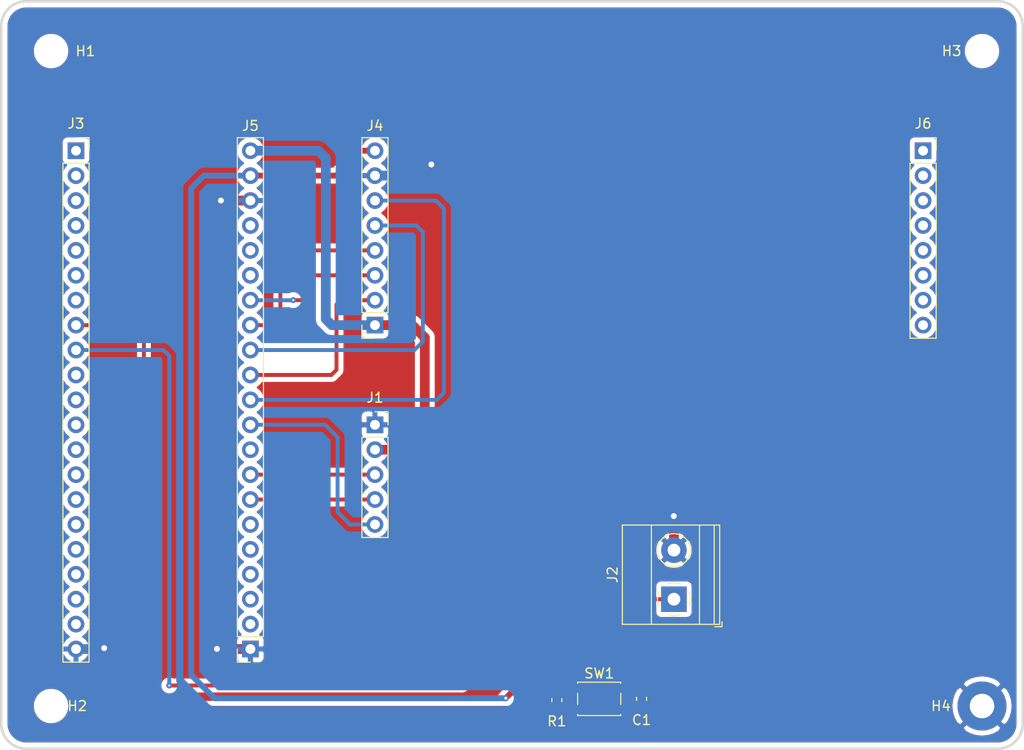
<source format=kicad_pcb>
(kicad_pcb (version 20171130) (host pcbnew 5.1.2-f72e74a~84~ubuntu18.04.1)

  (general
    (thickness 1.6)
    (drawings 8)
    (tracks 99)
    (zones 0)
    (modules 13)
    (nets 14)
  )

  (page A4 portrait)
  (title_block
    (title "Reflow Toaster Oven Controller")
    (date 2019-05-23)
    (rev 1)
    (company "Karibe (K) Ltd")
    (comment 3 "Checked by: Thiong'o Chelmis")
    (comment 4 "Designed by: Karibe David")
  )

  (layers
    (0 F.Cu signal)
    (31 B.Cu signal)
    (32 B.Adhes user)
    (33 F.Adhes user)
    (34 B.Paste user)
    (35 F.Paste user)
    (36 B.SilkS user)
    (37 F.SilkS user)
    (38 B.Mask user)
    (39 F.Mask user)
    (40 Dwgs.User user hide)
    (41 Cmts.User user hide)
    (42 Eco1.User user hide)
    (43 Eco2.User user hide)
    (44 Edge.Cuts user)
    (45 Margin user hide)
    (46 B.CrtYd user hide)
    (47 F.CrtYd user hide)
    (48 B.Fab user hide)
    (49 F.Fab user hide)
  )

  (setup
    (last_trace_width 0.4)
    (trace_clearance 0.2)
    (zone_clearance 0.508)
    (zone_45_only no)
    (trace_min 0.2)
    (via_size 0.6)
    (via_drill 0.2)
    (via_min_size 0.4)
    (via_min_drill 0.2)
    (uvia_size 0.3)
    (uvia_drill 0.1)
    (uvias_allowed no)
    (uvia_min_size 0.2)
    (uvia_min_drill 0.1)
    (edge_width 0.05)
    (segment_width 0.2)
    (pcb_text_width 0.3)
    (pcb_text_size 1.5 1.5)
    (mod_edge_width 0.12)
    (mod_text_size 1 1)
    (mod_text_width 0.15)
    (pad_size 1.524 1.524)
    (pad_drill 0.762)
    (pad_to_mask_clearance 0.051)
    (solder_mask_min_width 0.25)
    (aux_axis_origin 0 0)
    (visible_elements FFFFFF7F)
    (pcbplotparams
      (layerselection 0x01000_ffffffff)
      (usegerberextensions false)
      (usegerberattributes false)
      (usegerberadvancedattributes false)
      (creategerberjobfile false)
      (excludeedgelayer false)
      (linewidth 0.100000)
      (plotframeref false)
      (viasonmask false)
      (mode 1)
      (useauxorigin false)
      (hpglpennumber 1)
      (hpglpenspeed 20)
      (hpglpendiameter 15.000000)
      (psnegative false)
      (psa4output false)
      (plotreference false)
      (plotvalue false)
      (plotinvisibletext false)
      (padsonsilk false)
      (subtractmaskfromsilk false)
      (outputformat 5)
      (mirror false)
      (drillshape 2)
      (scaleselection 1)
      (outputdirectory "svg_plots"))
  )

  (net 0 "")
  (net 1 GND)
  (net 2 PTA1)
  (net 3 PTD3)
  (net 4 PTD0)
  (net 5 PTD1)
  (net 6 +5V)
  (net 7 PTA2)
  (net 8 +3V3)
  (net 9 PTD4)
  (net 10 PTD6)
  (net 11 PTD7)
  (net 12 PTE1)
  (net 13 PTD5)

  (net_class Default "This is the default net class."
    (clearance 0.2)
    (trace_width 0.4)
    (via_dia 0.6)
    (via_drill 0.2)
    (uvia_dia 0.3)
    (uvia_drill 0.1)
    (add_net ADC0_DM0)
    (add_net ADC0_DP0)
    (add_net ADC1_DM0)
    (add_net ADC1_DP0)
    (add_net DAC)
    (add_net "Net-(J6-Pad1)")
    (add_net "Net-(J6-Pad2)")
    (add_net "Net-(J6-Pad3)")
    (add_net "Net-(J6-Pad4)")
    (add_net "Net-(J6-Pad5)")
    (add_net "Net-(J6-Pad6)")
    (add_net "Net-(J6-Pad7)")
    (add_net "Net-(J6-Pad8)")
    (add_net PTA1)
    (add_net PTA12)
    (add_net PTA13)
    (add_net PTA2)
    (add_net PTA4)
    (add_net PTA5)
    (add_net PTB0)
    (add_net PTB1)
    (add_net PTB16)
    (add_net PTB17)
    (add_net PTB18)
    (add_net PTB19)
    (add_net PTB2)
    (add_net PTB3)
    (add_net PTC10)
    (add_net PTC11)
    (add_net PTC8)
    (add_net PTC9)
    (add_net PTD0)
    (add_net PTD1)
    (add_net PTD2)
    (add_net PTD3)
    (add_net PTD4)
    (add_net PTD5)
    (add_net PTD6)
    (add_net PTD7)
    (add_net PTE0)
    (add_net PTE1)
    (add_net VBAT)
    (add_net VREFH)
    (add_net VREFL_AGND)
    (add_net VREF_OUT)
  )

  (net_class 3.3v-power ""
    (clearance 0.2)
    (trace_width 0.6)
    (via_dia 0.8)
    (via_drill 0.3)
    (uvia_dia 0.3)
    (uvia_drill 0.1)
    (add_net +3V3)
  )

  (net_class 5v-power ""
    (clearance 0.3)
    (trace_width 1)
    (via_dia 1.2)
    (via_drill 0.6)
    (uvia_dia 0.3)
    (uvia_drill 0.1)
    (add_net +5V)
    (add_net GND)
  )

  (module TerminalBlock_Phoenix:TerminalBlock_Phoenix_MKDS-1,5-2_1x02_P5.00mm_Horizontal (layer F.Cu) (tedit 5B294EE5) (tstamp 5CE63113)
    (at 119.38 187.96 90)
    (descr "Terminal Block Phoenix MKDS-1,5-2, 2 pins, pitch 5mm, size 10x9.8mm^2, drill diamater 1.3mm, pad diameter 2.6mm, see http://www.farnell.com/datasheets/100425.pdf, script-generated using https://github.com/pointhi/kicad-footprint-generator/scripts/TerminalBlock_Phoenix")
    (tags "THT Terminal Block Phoenix MKDS-1,5-2 pitch 5mm size 10x9.8mm^2 drill 1.3mm pad 2.6mm")
    (path /5CF2DC7A)
    (fp_text reference J2 (at 2.5 -6.26 90) (layer F.SilkS)
      (effects (font (size 1 1) (thickness 0.15)))
    )
    (fp_text value Conn_01x02 (at 2.5 5.66 90) (layer F.Fab)
      (effects (font (size 1 1) (thickness 0.15)))
    )
    (fp_text user %R (at 2.5 3.2 90) (layer F.Fab)
      (effects (font (size 1 1) (thickness 0.15)))
    )
    (fp_line (start 8 -5.71) (end -3 -5.71) (layer F.CrtYd) (width 0.05))
    (fp_line (start 8 5.1) (end 8 -5.71) (layer F.CrtYd) (width 0.05))
    (fp_line (start -3 5.1) (end 8 5.1) (layer F.CrtYd) (width 0.05))
    (fp_line (start -3 -5.71) (end -3 5.1) (layer F.CrtYd) (width 0.05))
    (fp_line (start -2.8 4.9) (end -2.3 4.9) (layer F.SilkS) (width 0.12))
    (fp_line (start -2.8 4.16) (end -2.8 4.9) (layer F.SilkS) (width 0.12))
    (fp_line (start 3.773 1.023) (end 3.726 1.069) (layer F.SilkS) (width 0.12))
    (fp_line (start 6.07 -1.275) (end 6.035 -1.239) (layer F.SilkS) (width 0.12))
    (fp_line (start 3.966 1.239) (end 3.931 1.274) (layer F.SilkS) (width 0.12))
    (fp_line (start 6.275 -1.069) (end 6.228 -1.023) (layer F.SilkS) (width 0.12))
    (fp_line (start 5.955 -1.138) (end 3.863 0.955) (layer F.Fab) (width 0.1))
    (fp_line (start 6.138 -0.955) (end 4.046 1.138) (layer F.Fab) (width 0.1))
    (fp_line (start 0.955 -1.138) (end -1.138 0.955) (layer F.Fab) (width 0.1))
    (fp_line (start 1.138 -0.955) (end -0.955 1.138) (layer F.Fab) (width 0.1))
    (fp_line (start 7.56 -5.261) (end 7.56 4.66) (layer F.SilkS) (width 0.12))
    (fp_line (start -2.56 -5.261) (end -2.56 4.66) (layer F.SilkS) (width 0.12))
    (fp_line (start -2.56 4.66) (end 7.56 4.66) (layer F.SilkS) (width 0.12))
    (fp_line (start -2.56 -5.261) (end 7.56 -5.261) (layer F.SilkS) (width 0.12))
    (fp_line (start -2.56 -2.301) (end 7.56 -2.301) (layer F.SilkS) (width 0.12))
    (fp_line (start -2.5 -2.3) (end 7.5 -2.3) (layer F.Fab) (width 0.1))
    (fp_line (start -2.56 2.6) (end 7.56 2.6) (layer F.SilkS) (width 0.12))
    (fp_line (start -2.5 2.6) (end 7.5 2.6) (layer F.Fab) (width 0.1))
    (fp_line (start -2.56 4.1) (end 7.56 4.1) (layer F.SilkS) (width 0.12))
    (fp_line (start -2.5 4.1) (end 7.5 4.1) (layer F.Fab) (width 0.1))
    (fp_line (start -2.5 4.1) (end -2.5 -5.2) (layer F.Fab) (width 0.1))
    (fp_line (start -2 4.6) (end -2.5 4.1) (layer F.Fab) (width 0.1))
    (fp_line (start 7.5 4.6) (end -2 4.6) (layer F.Fab) (width 0.1))
    (fp_line (start 7.5 -5.2) (end 7.5 4.6) (layer F.Fab) (width 0.1))
    (fp_line (start -2.5 -5.2) (end 7.5 -5.2) (layer F.Fab) (width 0.1))
    (fp_circle (center 5 0) (end 6.68 0) (layer F.SilkS) (width 0.12))
    (fp_circle (center 5 0) (end 6.5 0) (layer F.Fab) (width 0.1))
    (fp_circle (center 0 0) (end 1.5 0) (layer F.Fab) (width 0.1))
    (fp_arc (start 0 0) (end -0.684 1.535) (angle -25) (layer F.SilkS) (width 0.12))
    (fp_arc (start 0 0) (end -1.535 -0.684) (angle -48) (layer F.SilkS) (width 0.12))
    (fp_arc (start 0 0) (end 0.684 -1.535) (angle -48) (layer F.SilkS) (width 0.12))
    (fp_arc (start 0 0) (end 1.535 0.684) (angle -48) (layer F.SilkS) (width 0.12))
    (fp_arc (start 0 0) (end 0 1.68) (angle -24) (layer F.SilkS) (width 0.12))
    (pad 2 thru_hole circle (at 5 0 90) (size 2.6 2.6) (drill 1.3) (layers *.Cu *.Mask)
      (net 1 GND))
    (pad 1 thru_hole rect (at 0 0 90) (size 2.6 2.6) (drill 1.3) (layers *.Cu *.Mask)
      (net 7 PTA2))
    (model ${KIPRJMOD}/3D_models/87702032-3-38261/38261.stp
      (offset (xyz -2.6 -3.8 0))
      (scale (xyz 0.8 0.5 1))
      (rotate (xyz -90 0 90))
    )
  )

  (module MountingHole:MountingHole_2.5mm_Pad (layer F.Cu) (tedit 56D1B4CB) (tstamp 5CE651CB)
    (at 150.78644 198.85086)
    (descr "Mounting Hole 2.5mm")
    (tags "mounting hole 2.5mm")
    (path /5CF74B5E)
    (attr virtual)
    (fp_text reference H4 (at -4.1878 -0.00188) (layer F.SilkS)
      (effects (font (size 1 1) (thickness 0.15)))
    )
    (fp_text value MountingHole_Pad (at 0 3.5) (layer F.Fab)
      (effects (font (size 1 1) (thickness 0.15)))
    )
    (fp_circle (center 0 0) (end 2.75 0) (layer F.CrtYd) (width 0.05))
    (fp_circle (center 0 0) (end 2.5 0) (layer Cmts.User) (width 0.15))
    (fp_text user %R (at 0.3 0) (layer F.Fab)
      (effects (font (size 1 1) (thickness 0.15)))
    )
    (pad 1 thru_hole circle (at 0 0) (size 5 5) (drill 2.5) (layers *.Cu *.Mask)
      (net 1 GND))
  )

  (module MountingHole:MountingHole_2.5mm (layer F.Cu) (tedit 56D1B4CB) (tstamp 5CE65480)
    (at 150.78644 132.08)
    (descr "Mounting Hole 2.5mm, no annular")
    (tags "mounting hole 2.5mm no annular")
    (path /5CF770C2)
    (attr virtual)
    (fp_text reference H3 (at -3.0956 -0.00508) (layer F.SilkS)
      (effects (font (size 1 1) (thickness 0.15)))
    )
    (fp_text value MountingHole (at 0 3.5) (layer F.Fab)
      (effects (font (size 1 1) (thickness 0.15)))
    )
    (fp_circle (center 0 0) (end 2.75 0) (layer F.CrtYd) (width 0.05))
    (fp_circle (center 0 0) (end 2.5 0) (layer Cmts.User) (width 0.15))
    (fp_text user %R (at 0.3 0) (layer F.Fab)
      (effects (font (size 1 1) (thickness 0.15)))
    )
    (pad 1 np_thru_hole circle (at 0 0) (size 2.5 2.5) (drill 2.5) (layers *.Cu *.Mask))
  )

  (module MountingHole:MountingHole_2.5mm (layer F.Cu) (tedit 56D1B4CB) (tstamp 5CE654B3)
    (at 55.88 198.85086 270)
    (descr "Mounting Hole 2.5mm, no annular")
    (tags "mounting hole 2.5mm no annular")
    (path /5CF76C20)
    (attr virtual)
    (fp_text reference H2 (at -0.00442 -2.66954 180) (layer F.SilkS)
      (effects (font (size 1 1) (thickness 0.15)))
    )
    (fp_text value MountingHole (at 0 3.5 90) (layer F.Fab)
      (effects (font (size 1 1) (thickness 0.15)))
    )
    (fp_circle (center 0 0) (end 2.75 0) (layer F.CrtYd) (width 0.05))
    (fp_circle (center 0 0) (end 2.5 0) (layer Cmts.User) (width 0.15))
    (fp_text user %R (at 0.3 0 90) (layer F.Fab)
      (effects (font (size 1 1) (thickness 0.15)))
    )
    (pad 1 np_thru_hole circle (at 0 0 270) (size 2.5 2.5) (drill 2.5) (layers *.Cu *.Mask))
  )

  (module MountingHole:MountingHole_2.5mm (layer F.Cu) (tedit 56D1B4CB) (tstamp 5CE651B3)
    (at 55.88 132.08 270)
    (descr "Mounting Hole 2.5mm, no annular")
    (tags "mounting hole 2.5mm no annular")
    (path /5CF769CF)
    (attr virtual)
    (fp_text reference H1 (at 0 -3.5 180) (layer F.SilkS)
      (effects (font (size 1 1) (thickness 0.15)))
    )
    (fp_text value MountingHole (at 0 3.5 90) (layer F.Fab)
      (effects (font (size 1 1) (thickness 0.15)))
    )
    (fp_circle (center 0 0) (end 2.75 0) (layer F.CrtYd) (width 0.05))
    (fp_circle (center 0 0) (end 2.5 0) (layer Cmts.User) (width 0.15))
    (fp_text user %R (at 0.3 0 90) (layer F.Fab)
      (effects (font (size 1 1) (thickness 0.15)))
    )
    (pad 1 np_thru_hole circle (at 0 0 270) (size 2.5 2.5) (drill 2.5) (layers *.Cu *.Mask))
  )

  (module Connector_PinSocket_2.54mm:PinSocket_1x08_P2.54mm_Vertical (layer F.Cu) (tedit 5A19A420) (tstamp 5CE64675)
    (at 144.78 142.24)
    (descr "Through hole straight socket strip, 1x08, 2.54mm pitch, single row (from Kicad 4.0.7), script generated")
    (tags "Through hole socket strip THT 1x08 2.54mm single row")
    (path /5CF5F37E)
    (fp_text reference J6 (at 0 -2.77) (layer F.SilkS)
      (effects (font (size 1 1) (thickness 0.15)))
    )
    (fp_text value Conn_01x08 (at 0 20.55) (layer F.Fab)
      (effects (font (size 1 1) (thickness 0.15)))
    )
    (fp_text user %R (at 0 8.89 90) (layer F.Fab)
      (effects (font (size 1 1) (thickness 0.15)))
    )
    (fp_line (start -1.8 19.55) (end -1.8 -1.8) (layer F.CrtYd) (width 0.05))
    (fp_line (start 1.75 19.55) (end -1.8 19.55) (layer F.CrtYd) (width 0.05))
    (fp_line (start 1.75 -1.8) (end 1.75 19.55) (layer F.CrtYd) (width 0.05))
    (fp_line (start -1.8 -1.8) (end 1.75 -1.8) (layer F.CrtYd) (width 0.05))
    (fp_line (start 0 -1.33) (end 1.33 -1.33) (layer F.SilkS) (width 0.12))
    (fp_line (start 1.33 -1.33) (end 1.33 0) (layer F.SilkS) (width 0.12))
    (fp_line (start 1.33 1.27) (end 1.33 19.11) (layer F.SilkS) (width 0.12))
    (fp_line (start -1.33 19.11) (end 1.33 19.11) (layer F.SilkS) (width 0.12))
    (fp_line (start -1.33 1.27) (end -1.33 19.11) (layer F.SilkS) (width 0.12))
    (fp_line (start -1.33 1.27) (end 1.33 1.27) (layer F.SilkS) (width 0.12))
    (fp_line (start -1.27 19.05) (end -1.27 -1.27) (layer F.Fab) (width 0.1))
    (fp_line (start 1.27 19.05) (end -1.27 19.05) (layer F.Fab) (width 0.1))
    (fp_line (start 1.27 -0.635) (end 1.27 19.05) (layer F.Fab) (width 0.1))
    (fp_line (start 0.635 -1.27) (end 1.27 -0.635) (layer F.Fab) (width 0.1))
    (fp_line (start -1.27 -1.27) (end 0.635 -1.27) (layer F.Fab) (width 0.1))
    (pad 8 thru_hole oval (at 0 17.78) (size 1.7 1.7) (drill 1) (layers *.Cu *.Mask))
    (pad 7 thru_hole oval (at 0 15.24) (size 1.7 1.7) (drill 1) (layers *.Cu *.Mask))
    (pad 6 thru_hole oval (at 0 12.7) (size 1.7 1.7) (drill 1) (layers *.Cu *.Mask))
    (pad 5 thru_hole oval (at 0 10.16) (size 1.7 1.7) (drill 1) (layers *.Cu *.Mask))
    (pad 4 thru_hole oval (at 0 7.62) (size 1.7 1.7) (drill 1) (layers *.Cu *.Mask))
    (pad 3 thru_hole oval (at 0 5.08) (size 1.7 1.7) (drill 1) (layers *.Cu *.Mask))
    (pad 2 thru_hole oval (at 0 2.54) (size 1.7 1.7) (drill 1) (layers *.Cu *.Mask))
    (pad 1 thru_hole rect (at 0 0) (size 1.7 1.7) (drill 1) (layers *.Cu *.Mask))
    (model ${KISYS3DMOD}/Connector_PinSocket_2.54mm.3dshapes/PinSocket_1x08_P2.54mm_Vertical.wrl
      (at (xyz 0 0 0))
      (scale (xyz 1 1 1))
      (rotate (xyz 0 0 0))
    )
  )

  (module Button_Switch_SMD:SW_SPST_PTS810 (layer F.Cu) (tedit 5B0610A8) (tstamp 5CE631AF)
    (at 111.76 198.12)
    (descr "C&K Components, PTS 810 Series, Microminiature SMT Top Actuated, http://www.ckswitches.com/media/1476/pts810.pdf")
    (tags "SPST Button Switch")
    (path /5CF17111)
    (attr smd)
    (fp_text reference SW1 (at 0 -2.6) (layer F.SilkS)
      (effects (font (size 1 1) (thickness 0.15)))
    )
    (fp_text value SW_Push (at 0 2.6) (layer F.Fab)
      (effects (font (size 1 1) (thickness 0.15)))
    )
    (fp_arc (start 0.4 0) (end 0.4 -1.1) (angle 180) (layer F.Fab) (width 0.1))
    (fp_line (start 2.1 1.6) (end 2.1 -1.6) (layer F.Fab) (width 0.1))
    (fp_line (start 2.1 -1.6) (end -2.1 -1.6) (layer F.Fab) (width 0.1))
    (fp_line (start -2.1 -1.6) (end -2.1 1.6) (layer F.Fab) (width 0.1))
    (fp_line (start -2.1 1.6) (end 2.1 1.6) (layer F.Fab) (width 0.1))
    (fp_arc (start -0.4 0) (end -0.4 1.1) (angle 180) (layer F.Fab) (width 0.1))
    (fp_line (start -0.4 -1.1) (end 0.4 -1.1) (layer F.Fab) (width 0.1))
    (fp_line (start 0.4 1.1) (end -0.4 1.1) (layer F.Fab) (width 0.1))
    (fp_line (start 2.2 -1.7) (end -2.2 -1.7) (layer F.SilkS) (width 0.12))
    (fp_line (start -2.2 -1.7) (end -2.2 -1.58) (layer F.SilkS) (width 0.12))
    (fp_line (start -2.2 -0.57) (end -2.2 0.57) (layer F.SilkS) (width 0.12))
    (fp_line (start -2.2 1.58) (end -2.2 1.7) (layer F.SilkS) (width 0.12))
    (fp_line (start -2.2 1.7) (end 2.2 1.7) (layer F.SilkS) (width 0.12))
    (fp_line (start 2.2 1.7) (end 2.2 1.58) (layer F.SilkS) (width 0.12))
    (fp_line (start 2.2 0.57) (end 2.2 -0.57) (layer F.SilkS) (width 0.12))
    (fp_line (start 2.2 -1.58) (end 2.2 -1.7) (layer F.SilkS) (width 0.12))
    (fp_text user %R (at 0 0) (layer F.Fab)
      (effects (font (size 0.6 0.6) (thickness 0.09)))
    )
    (fp_line (start 2.85 -1.85) (end 2.85 1.85) (layer F.CrtYd) (width 0.05))
    (fp_line (start 2.85 1.85) (end -2.85 1.85) (layer F.CrtYd) (width 0.05))
    (fp_line (start -2.85 1.85) (end -2.85 -1.85) (layer F.CrtYd) (width 0.05))
    (fp_line (start -2.85 -1.85) (end 2.85 -1.85) (layer F.CrtYd) (width 0.05))
    (pad 2 smd rect (at 2.075 1.075) (size 1.05 0.65) (layers F.Cu F.Paste F.Mask)
      (net 2 PTA1))
    (pad 2 smd rect (at -2.075 1.075) (size 1.05 0.65) (layers F.Cu F.Paste F.Mask)
      (net 2 PTA1))
    (pad 1 smd rect (at 2.075 -1.075) (size 1.05 0.65) (layers F.Cu F.Paste F.Mask)
      (net 1 GND))
    (pad 1 smd rect (at -2.075 -1.075) (size 1.05 0.65) (layers F.Cu F.Paste F.Mask)
      (net 1 GND))
    (model /home/muriuki/src/kw41z-board/3DModels/PTS810.step
      (at (xyz 0 0 0))
      (scale (xyz 1 1 1))
      (rotate (xyz 0 0 0))
    )
  )

  (module Resistor_SMD:R_0603_1608Metric (layer F.Cu) (tedit 5B301BBD) (tstamp 5CE63192)
    (at 107.442 198.247 90)
    (descr "Resistor SMD 0603 (1608 Metric), square (rectangular) end terminal, IPC_7351 nominal, (Body size source: http://www.tortai-tech.com/upload/download/2011102023233369053.pdf), generated with kicad-footprint-generator")
    (tags resistor)
    (path /5CF19007)
    (attr smd)
    (fp_text reference R1 (at -2.159 0 180) (layer F.SilkS)
      (effects (font (size 1 1) (thickness 0.15)))
    )
    (fp_text value 10K (at 0 1.43 90) (layer F.Fab)
      (effects (font (size 1 1) (thickness 0.15)))
    )
    (fp_text user %R (at 0 0 90) (layer F.Fab)
      (effects (font (size 0.4 0.4) (thickness 0.06)))
    )
    (fp_line (start 1.48 0.73) (end -1.48 0.73) (layer F.CrtYd) (width 0.05))
    (fp_line (start 1.48 -0.73) (end 1.48 0.73) (layer F.CrtYd) (width 0.05))
    (fp_line (start -1.48 -0.73) (end 1.48 -0.73) (layer F.CrtYd) (width 0.05))
    (fp_line (start -1.48 0.73) (end -1.48 -0.73) (layer F.CrtYd) (width 0.05))
    (fp_line (start -0.162779 0.51) (end 0.162779 0.51) (layer F.SilkS) (width 0.12))
    (fp_line (start -0.162779 -0.51) (end 0.162779 -0.51) (layer F.SilkS) (width 0.12))
    (fp_line (start 0.8 0.4) (end -0.8 0.4) (layer F.Fab) (width 0.1))
    (fp_line (start 0.8 -0.4) (end 0.8 0.4) (layer F.Fab) (width 0.1))
    (fp_line (start -0.8 -0.4) (end 0.8 -0.4) (layer F.Fab) (width 0.1))
    (fp_line (start -0.8 0.4) (end -0.8 -0.4) (layer F.Fab) (width 0.1))
    (pad 2 smd roundrect (at 0.7875 0 90) (size 0.875 0.95) (layers F.Cu F.Paste F.Mask) (roundrect_rratio 0.25)
      (net 8 +3V3))
    (pad 1 smd roundrect (at -0.7875 0 90) (size 0.875 0.95) (layers F.Cu F.Paste F.Mask) (roundrect_rratio 0.25)
      (net 2 PTA1))
    (model ${KISYS3DMOD}/Resistor_SMD.3dshapes/R_0603_1608Metric.wrl
      (at (xyz 0 0 0))
      (scale (xyz 1 1 1))
      (rotate (xyz 0 0 0))
    )
  )

  (module Connector_PinSocket_2.54mm:PinSocket_1x21_P2.54mm_Vertical (layer F.Cu) (tedit 5A19A421) (tstamp 5CE64AF3)
    (at 76.2 193.04 180)
    (descr "Through hole straight socket strip, 1x21, 2.54mm pitch, single row (from Kicad 4.0.7), script generated")
    (tags "Through hole socket strip THT 1x21 2.54mm single row")
    (path /5CE60400)
    (fp_text reference J5 (at 0 53.34) (layer F.SilkS)
      (effects (font (size 1 1) (thickness 0.15)))
    )
    (fp_text value Conn_01x21 (at 0 53.57) (layer F.Fab)
      (effects (font (size 1 1) (thickness 0.15)))
    )
    (fp_text user %R (at 0 25.4 90) (layer F.Fab)
      (effects (font (size 1 1) (thickness 0.15)))
    )
    (fp_line (start -1.8 52.55) (end -1.8 -1.8) (layer F.CrtYd) (width 0.05))
    (fp_line (start 1.75 52.55) (end -1.8 52.55) (layer F.CrtYd) (width 0.05))
    (fp_line (start 1.75 -1.8) (end 1.75 52.55) (layer F.CrtYd) (width 0.05))
    (fp_line (start -1.8 -1.8) (end 1.75 -1.8) (layer F.CrtYd) (width 0.05))
    (fp_line (start 0 -1.33) (end 1.33 -1.33) (layer F.SilkS) (width 0.12))
    (fp_line (start 1.33 -1.33) (end 1.33 0) (layer F.SilkS) (width 0.12))
    (fp_line (start 1.33 1.27) (end 1.33 52.13) (layer F.SilkS) (width 0.12))
    (fp_line (start -1.33 52.13) (end 1.33 52.13) (layer F.SilkS) (width 0.12))
    (fp_line (start -1.33 1.27) (end -1.33 52.13) (layer F.SilkS) (width 0.12))
    (fp_line (start -1.33 1.27) (end 1.33 1.27) (layer F.SilkS) (width 0.12))
    (fp_line (start -1.27 52.07) (end -1.27 -1.27) (layer F.Fab) (width 0.1))
    (fp_line (start 1.27 52.07) (end -1.27 52.07) (layer F.Fab) (width 0.1))
    (fp_line (start 1.27 -0.635) (end 1.27 52.07) (layer F.Fab) (width 0.1))
    (fp_line (start 0.635 -1.27) (end 1.27 -0.635) (layer F.Fab) (width 0.1))
    (fp_line (start -1.27 -1.27) (end 0.635 -1.27) (layer F.Fab) (width 0.1))
    (pad 21 thru_hole oval (at 0 50.8 180) (size 1.7 1.7) (drill 1) (layers *.Cu *.Mask)
      (net 6 +5V))
    (pad 20 thru_hole oval (at 0 48.26 180) (size 1.7 1.7) (drill 1) (layers *.Cu *.Mask)
      (net 8 +3V3))
    (pad 19 thru_hole oval (at 0 45.72 180) (size 1.7 1.7) (drill 1) (layers *.Cu *.Mask)
      (net 1 GND))
    (pad 18 thru_hole oval (at 0 43.18 180) (size 1.7 1.7) (drill 1) (layers *.Cu *.Mask))
    (pad 17 thru_hole oval (at 0 40.64 180) (size 1.7 1.7) (drill 1) (layers *.Cu *.Mask))
    (pad 16 thru_hole oval (at 0 38.1 180) (size 1.7 1.7) (drill 1) (layers *.Cu *.Mask))
    (pad 15 thru_hole oval (at 0 35.56 180) (size 1.7 1.7) (drill 1) (layers *.Cu *.Mask)
      (net 12 PTE1))
    (pad 14 thru_hole oval (at 0 33.02 180) (size 1.7 1.7) (drill 1) (layers *.Cu *.Mask)
      (net 11 PTD7))
    (pad 13 thru_hole oval (at 0 30.48 180) (size 1.7 1.7) (drill 1) (layers *.Cu *.Mask)
      (net 10 PTD6))
    (pad 12 thru_hole oval (at 0 27.94 180) (size 1.7 1.7) (drill 1) (layers *.Cu *.Mask)
      (net 13 PTD5))
    (pad 11 thru_hole oval (at 0 25.4 180) (size 1.7 1.7) (drill 1) (layers *.Cu *.Mask)
      (net 9 PTD4))
    (pad 10 thru_hole oval (at 0 22.86 180) (size 1.7 1.7) (drill 1) (layers *.Cu *.Mask)
      (net 3 PTD3))
    (pad 9 thru_hole oval (at 0 20.32 180) (size 1.7 1.7) (drill 1) (layers *.Cu *.Mask))
    (pad 8 thru_hole oval (at 0 17.78 180) (size 1.7 1.7) (drill 1) (layers *.Cu *.Mask)
      (net 5 PTD1))
    (pad 7 thru_hole oval (at 0 15.24 180) (size 1.7 1.7) (drill 1) (layers *.Cu *.Mask)
      (net 4 PTD0))
    (pad 6 thru_hole oval (at 0 12.7 180) (size 1.7 1.7) (drill 1) (layers *.Cu *.Mask))
    (pad 5 thru_hole oval (at 0 10.16 180) (size 1.7 1.7) (drill 1) (layers *.Cu *.Mask))
    (pad 4 thru_hole oval (at 0 7.62 180) (size 1.7 1.7) (drill 1) (layers *.Cu *.Mask))
    (pad 3 thru_hole oval (at 0 5.08 180) (size 1.7 1.7) (drill 1) (layers *.Cu *.Mask))
    (pad 2 thru_hole oval (at 0 2.54 180) (size 1.7 1.7) (drill 1) (layers *.Cu *.Mask))
    (pad 1 thru_hole rect (at 0 0 180) (size 1.7 1.7) (drill 1) (layers *.Cu *.Mask)
      (net 1 GND))
    (model ${KISYS3DMOD}/Connector_PinSocket_2.54mm.3dshapes/PinSocket_1x21_P2.54mm_Vertical.wrl
      (at (xyz 0 0 0))
      (scale (xyz 1 1 1))
      (rotate (xyz 0 0 0))
    )
  )

  (module Connector_PinSocket_2.54mm:PinSocket_1x08_P2.54mm_Vertical (layer F.Cu) (tedit 5A19A420) (tstamp 5CE64624)
    (at 88.9 160.02 180)
    (descr "Through hole straight socket strip, 1x08, 2.54mm pitch, single row (from Kicad 4.0.7), script generated")
    (tags "Through hole socket strip THT 1x08 2.54mm single row")
    (path /5CE8DCDE)
    (fp_text reference J4 (at 0 20.32) (layer F.SilkS)
      (effects (font (size 1 1) (thickness 0.15)))
    )
    (fp_text value Conn_01x08 (at 0 20.55) (layer F.Fab)
      (effects (font (size 1 1) (thickness 0.15)))
    )
    (fp_text user %R (at 0 8.89 90) (layer F.Fab)
      (effects (font (size 1 1) (thickness 0.15)))
    )
    (fp_line (start -1.8 19.55) (end -1.8 -1.8) (layer F.CrtYd) (width 0.05))
    (fp_line (start 1.75 19.55) (end -1.8 19.55) (layer F.CrtYd) (width 0.05))
    (fp_line (start 1.75 -1.8) (end 1.75 19.55) (layer F.CrtYd) (width 0.05))
    (fp_line (start -1.8 -1.8) (end 1.75 -1.8) (layer F.CrtYd) (width 0.05))
    (fp_line (start 0 -1.33) (end 1.33 -1.33) (layer F.SilkS) (width 0.12))
    (fp_line (start 1.33 -1.33) (end 1.33 0) (layer F.SilkS) (width 0.12))
    (fp_line (start 1.33 1.27) (end 1.33 19.11) (layer F.SilkS) (width 0.12))
    (fp_line (start -1.33 19.11) (end 1.33 19.11) (layer F.SilkS) (width 0.12))
    (fp_line (start -1.33 1.27) (end -1.33 19.11) (layer F.SilkS) (width 0.12))
    (fp_line (start -1.33 1.27) (end 1.33 1.27) (layer F.SilkS) (width 0.12))
    (fp_line (start -1.27 19.05) (end -1.27 -1.27) (layer F.Fab) (width 0.1))
    (fp_line (start 1.27 19.05) (end -1.27 19.05) (layer F.Fab) (width 0.1))
    (fp_line (start 1.27 -0.635) (end 1.27 19.05) (layer F.Fab) (width 0.1))
    (fp_line (start 0.635 -1.27) (end 1.27 -0.635) (layer F.Fab) (width 0.1))
    (fp_line (start -1.27 -1.27) (end 0.635 -1.27) (layer F.Fab) (width 0.1))
    (pad 8 thru_hole oval (at 0 17.78 180) (size 1.7 1.7) (drill 1) (layers *.Cu *.Mask)
      (net 8 +3V3))
    (pad 7 thru_hole oval (at 0 15.24 180) (size 1.7 1.7) (drill 1) (layers *.Cu *.Mask)
      (net 1 GND))
    (pad 6 thru_hole oval (at 0 12.7 180) (size 1.7 1.7) (drill 1) (layers *.Cu *.Mask)
      (net 9 PTD4))
    (pad 5 thru_hole oval (at 0 10.16 180) (size 1.7 1.7) (drill 1) (layers *.Cu *.Mask)
      (net 10 PTD6))
    (pad 4 thru_hole oval (at 0 7.62 180) (size 1.7 1.7) (drill 1) (layers *.Cu *.Mask)
      (net 11 PTD7))
    (pad 3 thru_hole oval (at 0 5.08 180) (size 1.7 1.7) (drill 1) (layers *.Cu *.Mask)
      (net 12 PTE1))
    (pad 2 thru_hole oval (at 0 2.54 180) (size 1.7 1.7) (drill 1) (layers *.Cu *.Mask)
      (net 13 PTD5))
    (pad 1 thru_hole rect (at 0 0 180) (size 1.7 1.7) (drill 1) (layers *.Cu *.Mask)
      (net 6 +5V))
    (model ${KISYS3DMOD}/Connector_PinSocket_2.54mm.3dshapes/PinSocket_1x08_P2.54mm_Vertical.wrl
      (at (xyz 0 0 0))
      (scale (xyz 1 1 1))
      (rotate (xyz 0 0 0))
    )
  )

  (module Connector_PinSocket_2.54mm:PinSocket_1x21_P2.54mm_Vertical (layer F.Cu) (tedit 5A19A421) (tstamp 5CE6313C)
    (at 58.42 142.24)
    (descr "Through hole straight socket strip, 1x21, 2.54mm pitch, single row (from Kicad 4.0.7), script generated")
    (tags "Through hole socket strip THT 1x21 2.54mm single row")
    (path /5CE5B564)
    (fp_text reference J3 (at 0 -2.77) (layer F.SilkS)
      (effects (font (size 1 1) (thickness 0.15)))
    )
    (fp_text value Conn_01x21 (at 0 53.57) (layer F.Fab)
      (effects (font (size 1 1) (thickness 0.15)))
    )
    (fp_text user %R (at 0 25.4 90) (layer F.Fab)
      (effects (font (size 1 1) (thickness 0.15)))
    )
    (fp_line (start -1.8 52.55) (end -1.8 -1.8) (layer F.CrtYd) (width 0.05))
    (fp_line (start 1.75 52.55) (end -1.8 52.55) (layer F.CrtYd) (width 0.05))
    (fp_line (start 1.75 -1.8) (end 1.75 52.55) (layer F.CrtYd) (width 0.05))
    (fp_line (start -1.8 -1.8) (end 1.75 -1.8) (layer F.CrtYd) (width 0.05))
    (fp_line (start 0 -1.33) (end 1.33 -1.33) (layer F.SilkS) (width 0.12))
    (fp_line (start 1.33 -1.33) (end 1.33 0) (layer F.SilkS) (width 0.12))
    (fp_line (start 1.33 1.27) (end 1.33 52.13) (layer F.SilkS) (width 0.12))
    (fp_line (start -1.33 52.13) (end 1.33 52.13) (layer F.SilkS) (width 0.12))
    (fp_line (start -1.33 1.27) (end -1.33 52.13) (layer F.SilkS) (width 0.12))
    (fp_line (start -1.33 1.27) (end 1.33 1.27) (layer F.SilkS) (width 0.12))
    (fp_line (start -1.27 52.07) (end -1.27 -1.27) (layer F.Fab) (width 0.1))
    (fp_line (start 1.27 52.07) (end -1.27 52.07) (layer F.Fab) (width 0.1))
    (fp_line (start 1.27 -0.635) (end 1.27 52.07) (layer F.Fab) (width 0.1))
    (fp_line (start 0.635 -1.27) (end 1.27 -0.635) (layer F.Fab) (width 0.1))
    (fp_line (start -1.27 -1.27) (end 0.635 -1.27) (layer F.Fab) (width 0.1))
    (pad 21 thru_hole oval (at 0 50.8) (size 1.7 1.7) (drill 1) (layers *.Cu *.Mask)
      (net 1 GND))
    (pad 20 thru_hole oval (at 0 48.26) (size 1.7 1.7) (drill 1) (layers *.Cu *.Mask))
    (pad 19 thru_hole oval (at 0 45.72) (size 1.7 1.7) (drill 1) (layers *.Cu *.Mask))
    (pad 18 thru_hole oval (at 0 43.18) (size 1.7 1.7) (drill 1) (layers *.Cu *.Mask))
    (pad 17 thru_hole oval (at 0 40.64) (size 1.7 1.7) (drill 1) (layers *.Cu *.Mask))
    (pad 16 thru_hole oval (at 0 38.1) (size 1.7 1.7) (drill 1) (layers *.Cu *.Mask))
    (pad 15 thru_hole oval (at 0 35.56) (size 1.7 1.7) (drill 1) (layers *.Cu *.Mask))
    (pad 14 thru_hole oval (at 0 33.02) (size 1.7 1.7) (drill 1) (layers *.Cu *.Mask))
    (pad 13 thru_hole oval (at 0 30.48) (size 1.7 1.7) (drill 1) (layers *.Cu *.Mask))
    (pad 12 thru_hole oval (at 0 27.94) (size 1.7 1.7) (drill 1) (layers *.Cu *.Mask))
    (pad 11 thru_hole oval (at 0 25.4) (size 1.7 1.7) (drill 1) (layers *.Cu *.Mask))
    (pad 10 thru_hole oval (at 0 22.86) (size 1.7 1.7) (drill 1) (layers *.Cu *.Mask))
    (pad 9 thru_hole oval (at 0 20.32) (size 1.7 1.7) (drill 1) (layers *.Cu *.Mask)
      (net 7 PTA2))
    (pad 8 thru_hole oval (at 0 17.78) (size 1.7 1.7) (drill 1) (layers *.Cu *.Mask)
      (net 2 PTA1))
    (pad 7 thru_hole oval (at 0 15.24) (size 1.7 1.7) (drill 1) (layers *.Cu *.Mask))
    (pad 6 thru_hole oval (at 0 12.7) (size 1.7 1.7) (drill 1) (layers *.Cu *.Mask))
    (pad 5 thru_hole oval (at 0 10.16) (size 1.7 1.7) (drill 1) (layers *.Cu *.Mask))
    (pad 4 thru_hole oval (at 0 7.62) (size 1.7 1.7) (drill 1) (layers *.Cu *.Mask))
    (pad 3 thru_hole oval (at 0 5.08) (size 1.7 1.7) (drill 1) (layers *.Cu *.Mask))
    (pad 2 thru_hole oval (at 0 2.54) (size 1.7 1.7) (drill 1) (layers *.Cu *.Mask))
    (pad 1 thru_hole rect (at 0 0) (size 1.7 1.7) (drill 1) (layers *.Cu *.Mask))
    (model ${KISYS3DMOD}/Connector_PinSocket_2.54mm.3dshapes/PinSocket_1x21_P2.54mm_Vertical.wrl
      (at (xyz 0 0 0))
      (scale (xyz 1 1 1))
      (rotate (xyz 0 0 0))
    )
  )

  (module Connector_PinSocket_2.54mm:PinSocket_1x05_P2.54mm_Vertical (layer F.Cu) (tedit 5A19A420) (tstamp 5CE630AC)
    (at 88.9 170.18)
    (descr "Through hole straight socket strip, 1x05, 2.54mm pitch, single row (from Kicad 4.0.7), script generated")
    (tags "Through hole socket strip THT 1x05 2.54mm single row")
    (path /5CE735D1)
    (fp_text reference J1 (at 0 -2.77) (layer F.SilkS)
      (effects (font (size 1 1) (thickness 0.15)))
    )
    (fp_text value Conn_01x05 (at 0 12.93) (layer F.Fab)
      (effects (font (size 1 1) (thickness 0.15)))
    )
    (fp_text user %R (at 0 5.08 90) (layer F.Fab)
      (effects (font (size 1 1) (thickness 0.15)))
    )
    (fp_line (start -1.8 11.9) (end -1.8 -1.8) (layer F.CrtYd) (width 0.05))
    (fp_line (start 1.75 11.9) (end -1.8 11.9) (layer F.CrtYd) (width 0.05))
    (fp_line (start 1.75 -1.8) (end 1.75 11.9) (layer F.CrtYd) (width 0.05))
    (fp_line (start -1.8 -1.8) (end 1.75 -1.8) (layer F.CrtYd) (width 0.05))
    (fp_line (start 0 -1.33) (end 1.33 -1.33) (layer F.SilkS) (width 0.12))
    (fp_line (start 1.33 -1.33) (end 1.33 0) (layer F.SilkS) (width 0.12))
    (fp_line (start 1.33 1.27) (end 1.33 11.49) (layer F.SilkS) (width 0.12))
    (fp_line (start -1.33 11.49) (end 1.33 11.49) (layer F.SilkS) (width 0.12))
    (fp_line (start -1.33 1.27) (end -1.33 11.49) (layer F.SilkS) (width 0.12))
    (fp_line (start -1.33 1.27) (end 1.33 1.27) (layer F.SilkS) (width 0.12))
    (fp_line (start -1.27 11.43) (end -1.27 -1.27) (layer F.Fab) (width 0.1))
    (fp_line (start 1.27 11.43) (end -1.27 11.43) (layer F.Fab) (width 0.1))
    (fp_line (start 1.27 -0.635) (end 1.27 11.43) (layer F.Fab) (width 0.1))
    (fp_line (start 0.635 -1.27) (end 1.27 -0.635) (layer F.Fab) (width 0.1))
    (fp_line (start -1.27 -1.27) (end 0.635 -1.27) (layer F.Fab) (width 0.1))
    (pad 5 thru_hole oval (at 0 10.16) (size 1.7 1.7) (drill 1) (layers *.Cu *.Mask)
      (net 3 PTD3))
    (pad 4 thru_hole oval (at 0 7.62) (size 1.7 1.7) (drill 1) (layers *.Cu *.Mask)
      (net 4 PTD0))
    (pad 3 thru_hole oval (at 0 5.08) (size 1.7 1.7) (drill 1) (layers *.Cu *.Mask)
      (net 5 PTD1))
    (pad 2 thru_hole oval (at 0 2.54) (size 1.7 1.7) (drill 1) (layers *.Cu *.Mask)
      (net 6 +5V))
    (pad 1 thru_hole rect (at 0 0) (size 1.7 1.7) (drill 1) (layers *.Cu *.Mask)
      (net 1 GND))
    (model ${KISYS3DMOD}/Connector_PinSocket_2.54mm.3dshapes/PinSocket_1x05_P2.54mm_Vertical.wrl
      (at (xyz 0 0 0))
      (scale (xyz 1 1 1))
      (rotate (xyz 0 0 0))
    )
  )

  (module Capacitor_SMD:C_0603_1608Metric (layer F.Cu) (tedit 5B301BBE) (tstamp 5CE632F7)
    (at 116.078 198.12 90)
    (descr "Capacitor SMD 0603 (1608 Metric), square (rectangular) end terminal, IPC_7351 nominal, (Body size source: http://www.tortai-tech.com/upload/download/2011102023233369053.pdf), generated with kicad-footprint-generator")
    (tags capacitor)
    (path /5CF18A8A)
    (attr smd)
    (fp_text reference C1 (at -2.159 0 180) (layer F.SilkS)
      (effects (font (size 1 1) (thickness 0.15)))
    )
    (fp_text value 10nF (at 0 1.43 90) (layer F.Fab)
      (effects (font (size 1 1) (thickness 0.15)))
    )
    (fp_text user %R (at 0 0 90) (layer F.Fab)
      (effects (font (size 0.4 0.4) (thickness 0.06)))
    )
    (fp_line (start 1.48 0.73) (end -1.48 0.73) (layer F.CrtYd) (width 0.05))
    (fp_line (start 1.48 -0.73) (end 1.48 0.73) (layer F.CrtYd) (width 0.05))
    (fp_line (start -1.48 -0.73) (end 1.48 -0.73) (layer F.CrtYd) (width 0.05))
    (fp_line (start -1.48 0.73) (end -1.48 -0.73) (layer F.CrtYd) (width 0.05))
    (fp_line (start -0.162779 0.51) (end 0.162779 0.51) (layer F.SilkS) (width 0.12))
    (fp_line (start -0.162779 -0.51) (end 0.162779 -0.51) (layer F.SilkS) (width 0.12))
    (fp_line (start 0.8 0.4) (end -0.8 0.4) (layer F.Fab) (width 0.1))
    (fp_line (start 0.8 -0.4) (end 0.8 0.4) (layer F.Fab) (width 0.1))
    (fp_line (start -0.8 -0.4) (end 0.8 -0.4) (layer F.Fab) (width 0.1))
    (fp_line (start -0.8 0.4) (end -0.8 -0.4) (layer F.Fab) (width 0.1))
    (pad 2 smd roundrect (at 0.7875 0 90) (size 0.875 0.95) (layers F.Cu F.Paste F.Mask) (roundrect_rratio 0.25)
      (net 1 GND))
    (pad 1 smd roundrect (at -0.7875 0 90) (size 0.875 0.95) (layers F.Cu F.Paste F.Mask) (roundrect_rratio 0.25)
      (net 2 PTA1))
    (model ${KISYS3DMOD}/Capacitor_SMD.3dshapes/C_0603_1608Metric.wrl
      (at (xyz 0 0 0))
      (scale (xyz 1 1 1))
      (rotate (xyz 0 0 0))
    )
  )

  (gr_arc (start 53.34 200.66) (end 50.8 200.66) (angle -90) (layer Edge.Cuts) (width 0.254))
  (gr_arc (start 152.4 200.66) (end 152.4 203.2) (angle -90) (layer Edge.Cuts) (width 0.254))
  (gr_arc (start 152.4 129.54) (end 154.94 129.54) (angle -90) (layer Edge.Cuts) (width 0.254))
  (gr_arc (start 53.34 129.54) (end 53.34 127) (angle -90) (layer Edge.Cuts) (width 0.254))
  (gr_line (start 152.4 127) (end 53.34 127) (layer Edge.Cuts) (width 0.254) (tstamp 5CE62F5D))
  (gr_line (start 154.94 200.66) (end 154.94 129.54) (layer Edge.Cuts) (width 0.254))
  (gr_line (start 53.34 203.2) (end 152.4 203.2) (layer Edge.Cuts) (width 0.254))
  (gr_line (start 50.8 129.54) (end 50.8 200.66) (layer Edge.Cuts) (width 0.254))

  (via (at 72.78624 193.0273) (size 1.2) (drill 0.6) (layers F.Cu B.Cu) (net 1))
  (segment (start 76.2 193.04) (end 72.79894 193.04) (width 1) (layer F.Cu) (net 1))
  (segment (start 72.79894 193.04) (end 72.78624 193.0273) (width 1) (layer F.Cu) (net 1))
  (via (at 61.29274 192.94602) (size 1.2) (drill 0.6) (layers F.Cu B.Cu) (net 1))
  (segment (start 58.42 193.04) (end 61.19876 193.04) (width 1) (layer B.Cu) (net 1))
  (segment (start 61.19876 193.04) (end 61.29274 192.94602) (width 1) (layer B.Cu) (net 1))
  (via (at 73.19264 147.31746) (size 1.2) (drill 0.6) (layers F.Cu B.Cu) (net 1))
  (segment (start 76.2 147.32) (end 73.19518 147.32) (width 1) (layer F.Cu) (net 1))
  (segment (start 73.19518 147.32) (end 73.19264 147.31746) (width 1) (layer F.Cu) (net 1))
  (via (at 94.64802 143.64208) (size 1.2) (drill 0.6) (layers F.Cu B.Cu) (net 1))
  (segment (start 88.9 144.78) (end 93.5101 144.78) (width 1) (layer B.Cu) (net 1))
  (segment (start 93.5101 144.78) (end 94.64802 143.64208) (width 1) (layer B.Cu) (net 1))
  (via (at 119.3673 179.4891) (size 1.2) (drill 0.6) (layers F.Cu B.Cu) (net 1))
  (segment (start 119.38 182.96) (end 119.38 179.5018) (width 1) (layer F.Cu) (net 1))
  (segment (start 119.38 179.5018) (end 119.3673 179.4891) (width 1) (layer F.Cu) (net 1))
  (segment (start 107.442 199.0345) (end 108.44286 199.0345) (width 0.4) (layer F.Cu) (net 2))
  (segment (start 108.60336 199.195) (end 109.685 199.195) (width 0.4) (layer F.Cu) (net 2))
  (segment (start 108.44286 199.0345) (end 108.60336 199.195) (width 0.4) (layer F.Cu) (net 2))
  (segment (start 109.685 199.195) (end 113.835 199.195) (width 0.4) (layer F.Cu) (net 2))
  (segment (start 115.0475 198.9075) (end 116.078 198.9075) (width 0.4) (layer F.Cu) (net 2))
  (segment (start 113.835 199.195) (end 114.76 199.195) (width 0.4) (layer F.Cu) (net 2))
  (segment (start 114.76 199.195) (end 115.0475 198.9075) (width 0.4) (layer F.Cu) (net 2))
  (segment (start 66.0528 199.0345) (end 107.442 199.0345) (width 0.4) (layer F.Cu) (net 2))
  (segment (start 65.34404 198.32574) (end 66.0528 199.0345) (width 0.4) (layer F.Cu) (net 2))
  (segment (start 65.34404 160.5661) (end 65.34404 198.32574) (width 0.4) (layer F.Cu) (net 2))
  (segment (start 58.42 160.02) (end 64.79794 160.02) (width 0.4) (layer F.Cu) (net 2))
  (segment (start 64.79794 160.02) (end 65.34404 160.5661) (width 0.4) (layer F.Cu) (net 2))
  (segment (start 88.9 180.34) (end 86.36 180.34) (width 0.4) (layer B.Cu) (net 3))
  (segment (start 86.36 180.34) (end 85.09 179.07) (width 0.4) (layer B.Cu) (net 3))
  (segment (start 85.09 179.07) (end 85.09 171.45) (width 0.4) (layer B.Cu) (net 3))
  (segment (start 83.82 170.18) (end 76.2 170.18) (width 0.4) (layer B.Cu) (net 3))
  (segment (start 85.09 171.45) (end 83.82 170.18) (width 0.4) (layer B.Cu) (net 3))
  (segment (start 76.2 177.8) (end 88.9 177.8) (width 0.4) (layer F.Cu) (net 4))
  (segment (start 76.2 175.26) (end 88.9 175.26) (width 0.4) (layer F.Cu) (net 5))
  (segment (start 83.88858 159.40532) (end 84.50326 160.02) (width 1) (layer B.Cu) (net 6))
  (segment (start 83.88858 142.99946) (end 83.88858 159.40532) (width 1) (layer B.Cu) (net 6))
  (segment (start 76.2 142.24) (end 83.12912 142.24) (width 1) (layer B.Cu) (net 6))
  (segment (start 84.50326 160.02) (end 88.9 160.02) (width 1) (layer B.Cu) (net 6))
  (segment (start 83.12912 142.24) (end 83.88858 142.99946) (width 1) (layer B.Cu) (net 6))
  (segment (start 88.9 160.02) (end 92.71 160.02) (width 1) (layer F.Cu) (net 6))
  (segment (start 92.71 160.02) (end 93.98 161.29) (width 1) (layer F.Cu) (net 6))
  (segment (start 93.98 161.29) (end 93.98 171.45) (width 1) (layer F.Cu) (net 6))
  (segment (start 92.71 172.72) (end 88.9 172.72) (width 1) (layer F.Cu) (net 6))
  (segment (start 93.98 171.45) (end 92.71 172.72) (width 1) (layer F.Cu) (net 6))
  (segment (start 98.13036 196.39788) (end 97.77222 196.75602) (width 0.4) (layer F.Cu) (net 7))
  (via (at 67.92722 196.75602) (size 0.6) (drill 0.2) (layers F.Cu B.Cu) (net 7))
  (segment (start 97.77222 196.75602) (end 67.92722 196.75602) (width 0.4) (layer F.Cu) (net 7))
  (segment (start 67.33794 162.56) (end 58.42 162.56) (width 0.4) (layer B.Cu) (net 7))
  (segment (start 67.92722 196.75602) (end 67.92722 163.14928) (width 0.4) (layer B.Cu) (net 7))
  (segment (start 67.92722 163.14928) (end 67.33794 162.56) (width 0.4) (layer B.Cu) (net 7))
  (segment (start 99.74072 187.96) (end 98.13036 189.57036) (width 0.4) (layer F.Cu) (net 7))
  (segment (start 119.38 187.96) (end 99.74072 187.96) (width 0.4) (layer F.Cu) (net 7))
  (segment (start 98.13036 189.57036) (end 98.13036 196.39788) (width 0.4) (layer F.Cu) (net 7))
  (via (at 102.23246 198.05396) (size 0.6) (drill 0.3) (layers F.Cu B.Cu) (net 8))
  (segment (start 102.81676 197.4595) (end 107.442 197.4595) (width 0.4) (layer F.Cu) (net 8))
  (segment (start 102.81676 197.46966) (end 102.81676 197.4595) (width 0.6) (layer F.Cu) (net 8))
  (segment (start 102.23246 198.05396) (end 102.81676 197.46966) (width 0.6) (layer F.Cu) (net 8))
  (segment (start 102.82692 197.4595) (end 107.442 197.4595) (width 0.6) (layer F.Cu) (net 8))
  (segment (start 102.81676 197.46966) (end 102.82692 197.4595) (width 0.6) (layer F.Cu) (net 8))
  (segment (start 101.808196 198.05396) (end 102.23246 198.05396) (width 0.6) (layer B.Cu) (net 8))
  (segment (start 72.5297 198.05396) (end 101.808196 198.05396) (width 0.6) (layer B.Cu) (net 8))
  (segment (start 70.16242 195.68668) (end 72.5297 198.05396) (width 0.6) (layer B.Cu) (net 8))
  (segment (start 70.16242 146.0754) (end 70.16242 195.68668) (width 0.6) (layer B.Cu) (net 8))
  (segment (start 76.2 144.78) (end 71.45782 144.78) (width 0.6) (layer B.Cu) (net 8))
  (segment (start 71.45782 144.78) (end 70.16242 146.0754) (width 0.6) (layer B.Cu) (net 8))
  (segment (start 86.41842 142.24) (end 88.9 142.24) (width 0.6) (layer F.Cu) (net 8))
  (segment (start 85.74278 144.0053) (end 85.74278 142.91564) (width 0.6) (layer F.Cu) (net 8))
  (segment (start 85.74278 142.91564) (end 86.41842 142.24) (width 0.6) (layer F.Cu) (net 8))
  (segment (start 76.2 144.78) (end 84.96808 144.78) (width 0.6) (layer F.Cu) (net 8))
  (segment (start 84.96808 144.78) (end 85.74278 144.0053) (width 0.6) (layer F.Cu) (net 8))
  (segment (start 95.20174 167.64) (end 76.2 167.64) (width 0.4) (layer B.Cu) (net 9))
  (segment (start 95.93326 148.13788) (end 95.93326 166.90848) (width 0.4) (layer B.Cu) (net 9))
  (segment (start 95.93326 166.90848) (end 95.20174 167.64) (width 0.4) (layer B.Cu) (net 9))
  (segment (start 88.9 147.32) (end 95.11538 147.32) (width 0.4) (layer B.Cu) (net 9))
  (segment (start 95.11538 147.32) (end 95.93326 148.13788) (width 0.4) (layer B.Cu) (net 9))
  (segment (start 77.402081 162.56) (end 76.2 162.56) (width 0.4) (layer B.Cu) (net 10))
  (segment (start 92.91828 162.56) (end 77.402081 162.56) (width 0.4) (layer B.Cu) (net 10) (tstamp 5CE72787))
  (segment (start 93.78188 161.6964) (end 92.91828 162.56) (width 0.4) (layer B.Cu) (net 10))
  (segment (start 93.78188 150.54326) (end 93.78188 161.6964) (width 0.4) (layer B.Cu) (net 10))
  (segment (start 88.9 149.86) (end 93.09862 149.86) (width 0.4) (layer B.Cu) (net 10))
  (segment (start 93.09862 149.86) (end 93.78188 150.54326) (width 0.4) (layer B.Cu) (net 10))
  (segment (start 76.2 160.02) (end 78.77556 160.02) (width 0.4) (layer F.Cu) (net 11))
  (segment (start 78.77556 160.02) (end 79.25308 159.54248) (width 0.4) (layer F.Cu) (net 11))
  (segment (start 79.25308 159.54248) (end 79.25308 153.0223) (width 0.4) (layer F.Cu) (net 11))
  (segment (start 79.87538 152.4) (end 88.9 152.4) (width 0.4) (layer F.Cu) (net 11))
  (segment (start 79.25308 153.0223) (end 79.87538 152.4) (width 0.4) (layer F.Cu) (net 11))
  (via (at 80.56372 157.47238) (size 0.6) (drill 0.2) (layers F.Cu B.Cu) (net 12))
  (segment (start 76.2 157.48) (end 80.5561 157.48) (width 0.4) (layer B.Cu) (net 12))
  (segment (start 80.5561 157.48) (end 80.56372 157.47238) (width 0.4) (layer B.Cu) (net 12))
  (segment (start 80.56372 157.47238) (end 81.44002 157.47238) (width 0.4) (layer F.Cu) (net 12))
  (segment (start 81.44002 157.47238) (end 81.81086 157.10154) (width 0.4) (layer F.Cu) (net 12))
  (segment (start 81.81086 157.10154) (end 81.81086 155.20162) (width 0.4) (layer F.Cu) (net 12))
  (segment (start 82.07248 154.94) (end 88.9 154.94) (width 0.4) (layer F.Cu) (net 12))
  (segment (start 81.81086 155.20162) (end 82.07248 154.94) (width 0.4) (layer F.Cu) (net 12))
  (segment (start 76.2 165.1) (end 84.44992 165.1) (width 0.4) (layer F.Cu) (net 13))
  (segment (start 84.44992 165.1) (end 84.97824 164.57168) (width 0.4) (layer F.Cu) (net 13))
  (segment (start 84.97824 164.57168) (end 84.97824 157.92704) (width 0.4) (layer F.Cu) (net 13))
  (segment (start 85.42528 157.48) (end 88.9 157.48) (width 0.4) (layer F.Cu) (net 13))
  (segment (start 84.97824 157.92704) (end 85.42528 157.48) (width 0.4) (layer F.Cu) (net 13))

  (zone (net 1) (net_name GND) (layer F.Cu) (tstamp 5CE6A172) (hatch edge 0.508)
    (connect_pads (clearance 0.508))
    (min_thickness 0.254)
    (fill yes (arc_segments 32) (thermal_gap 0.508) (thermal_bridge_width 0.508))
    (polygon
      (pts
        (xy 50.8 127) (xy 154.94 127) (xy 154.94 203.2) (xy 50.8 203.2)
      )
    )
    (filled_polygon
      (pts
        (xy 152.744635 127.799446) (xy 153.076153 127.899536) (xy 153.381909 128.06211) (xy 153.650265 128.280976) (xy 153.870999 128.547798)
        (xy 154.035704 128.852413) (xy 154.138105 129.183217) (xy 154.178001 129.562805) (xy 154.178 200.622735) (xy 154.140554 201.004639)
        (xy 154.040463 201.336154) (xy 153.877891 201.641908) (xy 153.659025 201.910264) (xy 153.392202 202.130999) (xy 153.087586 202.295704)
        (xy 152.756783 202.398105) (xy 152.377204 202.438) (xy 53.377265 202.438) (xy 52.995361 202.400554) (xy 52.663846 202.300463)
        (xy 52.358092 202.137891) (xy 52.089736 201.919025) (xy 51.869001 201.652202) (xy 51.704296 201.347586) (xy 51.613419 201.054008)
        (xy 148.762897 201.054008) (xy 149.039067 201.471978) (xy 149.583997 201.762509) (xy 150.175136 201.941147) (xy 150.789768 202.001028)
        (xy 151.404271 201.93985) (xy 151.995032 201.759963) (xy 152.533813 201.471978) (xy 152.809983 201.054008) (xy 150.78644 199.030465)
        (xy 148.762897 201.054008) (xy 51.613419 201.054008) (xy 51.601895 201.016783) (xy 51.562 200.637204) (xy 51.562 198.665204)
        (xy 53.995 198.665204) (xy 53.995 199.036516) (xy 54.067439 199.400694) (xy 54.209534 199.743742) (xy 54.415825 200.052478)
        (xy 54.678382 200.315035) (xy 54.987118 200.521326) (xy 55.330166 200.663421) (xy 55.694344 200.73586) (xy 56.065656 200.73586)
        (xy 56.429834 200.663421) (xy 56.772882 200.521326) (xy 57.081618 200.315035) (xy 57.344175 200.052478) (xy 57.550466 199.743742)
        (xy 57.692561 199.400694) (xy 57.765 199.036516) (xy 57.765 198.665204) (xy 57.692561 198.301026) (xy 57.550466 197.957978)
        (xy 57.344175 197.649242) (xy 57.081618 197.386685) (xy 56.772882 197.180394) (xy 56.429834 197.038299) (xy 56.065656 196.96586)
        (xy 55.694344 196.96586) (xy 55.330166 197.038299) (xy 54.987118 197.180394) (xy 54.678382 197.386685) (xy 54.415825 197.649242)
        (xy 54.209534 197.957978) (xy 54.067439 198.301026) (xy 53.995 198.665204) (xy 51.562 198.665204) (xy 51.562 193.39689)
        (xy 56.978524 193.39689) (xy 57.023175 193.544099) (xy 57.148359 193.80692) (xy 57.322412 194.040269) (xy 57.538645 194.235178)
        (xy 57.788748 194.384157) (xy 58.063109 194.481481) (xy 58.293 194.360814) (xy 58.293 193.167) (xy 58.547 193.167)
        (xy 58.547 194.360814) (xy 58.776891 194.481481) (xy 59.051252 194.384157) (xy 59.301355 194.235178) (xy 59.517588 194.040269)
        (xy 59.691641 193.80692) (xy 59.816825 193.544099) (xy 59.861476 193.39689) (xy 59.740155 193.167) (xy 58.547 193.167)
        (xy 58.293 193.167) (xy 57.099845 193.167) (xy 56.978524 193.39689) (xy 51.562 193.39689) (xy 51.562 144.78)
        (xy 56.927815 144.78) (xy 56.956487 145.071111) (xy 57.041401 145.351034) (xy 57.179294 145.609014) (xy 57.364866 145.835134)
        (xy 57.590986 146.020706) (xy 57.645791 146.05) (xy 57.590986 146.079294) (xy 57.364866 146.264866) (xy 57.179294 146.490986)
        (xy 57.041401 146.748966) (xy 56.956487 147.028889) (xy 56.927815 147.32) (xy 56.956487 147.611111) (xy 57.041401 147.891034)
        (xy 57.179294 148.149014) (xy 57.364866 148.375134) (xy 57.590986 148.560706) (xy 57.645791 148.59) (xy 57.590986 148.619294)
        (xy 57.364866 148.804866) (xy 57.179294 149.030986) (xy 57.041401 149.288966) (xy 56.956487 149.568889) (xy 56.927815 149.86)
        (xy 56.956487 150.151111) (xy 57.041401 150.431034) (xy 57.179294 150.689014) (xy 57.364866 150.915134) (xy 57.590986 151.100706)
        (xy 57.645791 151.13) (xy 57.590986 151.159294) (xy 57.364866 151.344866) (xy 57.179294 151.570986) (xy 57.041401 151.828966)
        (xy 56.956487 152.108889) (xy 56.927815 152.4) (xy 56.956487 152.691111) (xy 57.041401 152.971034) (xy 57.179294 153.229014)
        (xy 57.364866 153.455134) (xy 57.590986 153.640706) (xy 57.645791 153.67) (xy 57.590986 153.699294) (xy 57.364866 153.884866)
        (xy 57.179294 154.110986) (xy 57.041401 154.368966) (xy 56.956487 154.648889) (xy 56.927815 154.94) (xy 56.956487 155.231111)
        (xy 57.041401 155.511034) (xy 57.179294 155.769014) (xy 57.364866 155.995134) (xy 57.590986 156.180706) (xy 57.645791 156.21)
        (xy 57.590986 156.239294) (xy 57.364866 156.424866) (xy 57.179294 156.650986) (xy 57.041401 156.908966) (xy 56.956487 157.188889)
        (xy 56.927815 157.48) (xy 56.956487 157.771111) (xy 57.041401 158.051034) (xy 57.179294 158.309014) (xy 57.364866 158.535134)
        (xy 57.590986 158.720706) (xy 57.645791 158.75) (xy 57.590986 158.779294) (xy 57.364866 158.964866) (xy 57.179294 159.190986)
        (xy 57.041401 159.448966) (xy 56.956487 159.728889) (xy 56.927815 160.02) (xy 56.956487 160.311111) (xy 57.041401 160.591034)
        (xy 57.179294 160.849014) (xy 57.364866 161.075134) (xy 57.590986 161.260706) (xy 57.645791 161.29) (xy 57.590986 161.319294)
        (xy 57.364866 161.504866) (xy 57.179294 161.730986) (xy 57.041401 161.988966) (xy 56.956487 162.268889) (xy 56.927815 162.56)
        (xy 56.956487 162.851111) (xy 57.041401 163.131034) (xy 57.179294 163.389014) (xy 57.364866 163.615134) (xy 57.590986 163.800706)
        (xy 57.645791 163.83) (xy 57.590986 163.859294) (xy 57.364866 164.044866) (xy 57.179294 164.270986) (xy 57.041401 164.528966)
        (xy 56.956487 164.808889) (xy 56.927815 165.1) (xy 56.956487 165.391111) (xy 57.041401 165.671034) (xy 57.179294 165.929014)
        (xy 57.364866 166.155134) (xy 57.590986 166.340706) (xy 57.645791 166.37) (xy 57.590986 166.399294) (xy 57.364866 166.584866)
        (xy 57.179294 166.810986) (xy 57.041401 167.068966) (xy 56.956487 167.348889) (xy 56.927815 167.64) (xy 56.956487 167.931111)
        (xy 57.041401 168.211034) (xy 57.179294 168.469014) (xy 57.364866 168.695134) (xy 57.590986 168.880706) (xy 57.645791 168.91)
        (xy 57.590986 168.939294) (xy 57.364866 169.124866) (xy 57.179294 169.350986) (xy 57.041401 169.608966) (xy 56.956487 169.888889)
        (xy 56.927815 170.18) (xy 56.956487 170.471111) (xy 57.041401 170.751034) (xy 57.179294 171.009014) (xy 57.364866 171.235134)
        (xy 57.590986 171.420706) (xy 57.645791 171.45) (xy 57.590986 171.479294) (xy 57.364866 171.664866) (xy 57.179294 171.890986)
        (xy 57.041401 172.148966) (xy 56.956487 172.428889) (xy 56.927815 172.72) (xy 56.956487 173.011111) (xy 57.041401 173.291034)
        (xy 57.179294 173.549014) (xy 57.364866 173.775134) (xy 57.590986 173.960706) (xy 57.645791 173.99) (xy 57.590986 174.019294)
        (xy 57.364866 174.204866) (xy 57.179294 174.430986) (xy 57.041401 174.688966) (xy 56.956487 174.968889) (xy 56.927815 175.26)
        (xy 56.956487 175.551111) (xy 57.041401 175.831034) (xy 57.179294 176.089014) (xy 57.364866 176.315134) (xy 57.590986 176.500706)
        (xy 57.645791 176.53) (xy 57.590986 176.559294) (xy 57.364866 176.744866) (xy 57.179294 176.970986) (xy 57.041401 177.228966)
        (xy 56.956487 177.508889) (xy 56.927815 177.8) (xy 56.956487 178.091111) (xy 57.041401 178.371034) (xy 57.179294 178.629014)
        (xy 57.364866 178.855134) (xy 57.590986 179.040706) (xy 57.645791 179.07) (xy 57.590986 179.099294) (xy 57.364866 179.284866)
        (xy 57.179294 179.510986) (xy 57.041401 179.768966) (xy 56.956487 180.048889) (xy 56.927815 180.34) (xy 56.956487 180.631111)
        (xy 57.041401 180.911034) (xy 57.179294 181.169014) (xy 57.364866 181.395134) (xy 57.590986 181.580706) (xy 57.645791 181.61)
        (xy 57.590986 181.639294) (xy 57.364866 181.824866) (xy 57.179294 182.050986) (xy 57.041401 182.308966) (xy 56.956487 182.588889)
        (xy 56.927815 182.88) (xy 56.956487 183.171111) (xy 57.041401 183.451034) (xy 57.179294 183.709014) (xy 57.364866 183.935134)
        (xy 57.590986 184.120706) (xy 57.645791 184.15) (xy 57.590986 184.179294) (xy 57.364866 184.364866) (xy 57.179294 184.590986)
        (xy 57.041401 184.848966) (xy 56.956487 185.128889) (xy 56.927815 185.42) (xy 56.956487 185.711111) (xy 57.041401 185.991034)
        (xy 57.179294 186.249014) (xy 57.364866 186.475134) (xy 57.590986 186.660706) (xy 57.645791 186.69) (xy 57.590986 186.719294)
        (xy 57.364866 186.904866) (xy 57.179294 187.130986) (xy 57.041401 187.388966) (xy 56.956487 187.668889) (xy 56.927815 187.96)
        (xy 56.956487 188.251111) (xy 57.041401 188.531034) (xy 57.179294 188.789014) (xy 57.364866 189.015134) (xy 57.590986 189.200706)
        (xy 57.645791 189.23) (xy 57.590986 189.259294) (xy 57.364866 189.444866) (xy 57.179294 189.670986) (xy 57.041401 189.928966)
        (xy 56.956487 190.208889) (xy 56.927815 190.5) (xy 56.956487 190.791111) (xy 57.041401 191.071034) (xy 57.179294 191.329014)
        (xy 57.364866 191.555134) (xy 57.590986 191.740706) (xy 57.655523 191.775201) (xy 57.538645 191.844822) (xy 57.322412 192.039731)
        (xy 57.148359 192.27308) (xy 57.023175 192.535901) (xy 56.978524 192.68311) (xy 57.099845 192.913) (xy 58.293 192.913)
        (xy 58.293 192.893) (xy 58.547 192.893) (xy 58.547 192.913) (xy 59.740155 192.913) (xy 59.861476 192.68311)
        (xy 59.816825 192.535901) (xy 59.691641 192.27308) (xy 59.517588 192.039731) (xy 59.301355 191.844822) (xy 59.184477 191.775201)
        (xy 59.249014 191.740706) (xy 59.475134 191.555134) (xy 59.660706 191.329014) (xy 59.798599 191.071034) (xy 59.883513 190.791111)
        (xy 59.912185 190.5) (xy 59.883513 190.208889) (xy 59.798599 189.928966) (xy 59.660706 189.670986) (xy 59.475134 189.444866)
        (xy 59.249014 189.259294) (xy 59.194209 189.23) (xy 59.249014 189.200706) (xy 59.475134 189.015134) (xy 59.660706 188.789014)
        (xy 59.798599 188.531034) (xy 59.883513 188.251111) (xy 59.912185 187.96) (xy 59.883513 187.668889) (xy 59.798599 187.388966)
        (xy 59.660706 187.130986) (xy 59.475134 186.904866) (xy 59.249014 186.719294) (xy 59.194209 186.69) (xy 59.249014 186.660706)
        (xy 59.475134 186.475134) (xy 59.660706 186.249014) (xy 59.798599 185.991034) (xy 59.883513 185.711111) (xy 59.912185 185.42)
        (xy 59.883513 185.128889) (xy 59.798599 184.848966) (xy 59.660706 184.590986) (xy 59.475134 184.364866) (xy 59.249014 184.179294)
        (xy 59.194209 184.15) (xy 59.249014 184.120706) (xy 59.475134 183.935134) (xy 59.660706 183.709014) (xy 59.798599 183.451034)
        (xy 59.883513 183.171111) (xy 59.912185 182.88) (xy 59.883513 182.588889) (xy 59.798599 182.308966) (xy 59.660706 182.050986)
        (xy 59.475134 181.824866) (xy 59.249014 181.639294) (xy 59.194209 181.61) (xy 59.249014 181.580706) (xy 59.475134 181.395134)
        (xy 59.660706 181.169014) (xy 59.798599 180.911034) (xy 59.883513 180.631111) (xy 59.912185 180.34) (xy 59.883513 180.048889)
        (xy 59.798599 179.768966) (xy 59.660706 179.510986) (xy 59.475134 179.284866) (xy 59.249014 179.099294) (xy 59.194209 179.07)
        (xy 59.249014 179.040706) (xy 59.475134 178.855134) (xy 59.660706 178.629014) (xy 59.798599 178.371034) (xy 59.883513 178.091111)
        (xy 59.912185 177.8) (xy 59.883513 177.508889) (xy 59.798599 177.228966) (xy 59.660706 176.970986) (xy 59.475134 176.744866)
        (xy 59.249014 176.559294) (xy 59.194209 176.53) (xy 59.249014 176.500706) (xy 59.475134 176.315134) (xy 59.660706 176.089014)
        (xy 59.798599 175.831034) (xy 59.883513 175.551111) (xy 59.912185 175.26) (xy 59.883513 174.968889) (xy 59.798599 174.688966)
        (xy 59.660706 174.430986) (xy 59.475134 174.204866) (xy 59.249014 174.019294) (xy 59.194209 173.99) (xy 59.249014 173.960706)
        (xy 59.475134 173.775134) (xy 59.660706 173.549014) (xy 59.798599 173.291034) (xy 59.883513 173.011111) (xy 59.912185 172.72)
        (xy 59.883513 172.428889) (xy 59.798599 172.148966) (xy 59.660706 171.890986) (xy 59.475134 171.664866) (xy 59.249014 171.479294)
        (xy 59.194209 171.45) (xy 59.249014 171.420706) (xy 59.475134 171.235134) (xy 59.660706 171.009014) (xy 59.798599 170.751034)
        (xy 59.883513 170.471111) (xy 59.912185 170.18) (xy 59.883513 169.888889) (xy 59.798599 169.608966) (xy 59.660706 169.350986)
        (xy 59.475134 169.124866) (xy 59.249014 168.939294) (xy 59.194209 168.91) (xy 59.249014 168.880706) (xy 59.475134 168.695134)
        (xy 59.660706 168.469014) (xy 59.798599 168.211034) (xy 59.883513 167.931111) (xy 59.912185 167.64) (xy 59.883513 167.348889)
        (xy 59.798599 167.068966) (xy 59.660706 166.810986) (xy 59.475134 166.584866) (xy 59.249014 166.399294) (xy 59.194209 166.37)
        (xy 59.249014 166.340706) (xy 59.475134 166.155134) (xy 59.660706 165.929014) (xy 59.798599 165.671034) (xy 59.883513 165.391111)
        (xy 59.912185 165.1) (xy 59.883513 164.808889) (xy 59.798599 164.528966) (xy 59.660706 164.270986) (xy 59.475134 164.044866)
        (xy 59.249014 163.859294) (xy 59.194209 163.83) (xy 59.249014 163.800706) (xy 59.475134 163.615134) (xy 59.660706 163.389014)
        (xy 59.798599 163.131034) (xy 59.883513 162.851111) (xy 59.912185 162.56) (xy 59.883513 162.268889) (xy 59.798599 161.988966)
        (xy 59.660706 161.730986) (xy 59.475134 161.504866) (xy 59.249014 161.319294) (xy 59.194209 161.29) (xy 59.249014 161.260706)
        (xy 59.475134 161.075134) (xy 59.655793 160.855) (xy 64.452073 160.855) (xy 64.50904 160.911967) (xy 64.509041 198.284711)
        (xy 64.505 198.32574) (xy 64.521122 198.489428) (xy 64.568868 198.646826) (xy 64.622724 198.747583) (xy 64.646405 198.791886)
        (xy 64.75075 198.919031) (xy 64.782614 198.945181) (xy 65.433358 199.595926) (xy 65.459509 199.627791) (xy 65.526382 199.682672)
        (xy 65.586654 199.732136) (xy 65.731713 199.809672) (xy 65.889111 199.857418) (xy 66.052799 199.87354) (xy 66.093818 199.8695)
        (xy 106.592539 199.8695) (xy 106.709725 199.965671) (xy 106.857858 200.04485) (xy 107.018592 200.093608) (xy 107.18575 200.110072)
        (xy 107.69825 200.110072) (xy 107.865408 200.093608) (xy 108.026142 200.04485) (xy 108.174275 199.965671) (xy 108.21355 199.933439)
        (xy 108.282273 199.970172) (xy 108.439671 200.017918) (xy 108.562341 200.03) (xy 108.562351 200.03) (xy 108.603359 200.034039)
        (xy 108.644367 200.03) (xy 108.780482 200.03) (xy 108.805506 200.050537) (xy 108.91582 200.109502) (xy 109.035518 200.145812)
        (xy 109.16 200.158072) (xy 110.21 200.158072) (xy 110.334482 200.145812) (xy 110.45418 200.109502) (xy 110.564494 200.050537)
        (xy 110.589518 200.03) (xy 112.930482 200.03) (xy 112.955506 200.050537) (xy 113.06582 200.109502) (xy 113.185518 200.145812)
        (xy 113.31 200.158072) (xy 114.36 200.158072) (xy 114.484482 200.145812) (xy 114.60418 200.109502) (xy 114.714494 200.050537)
        (xy 114.737318 200.031806) (xy 114.76 200.03404) (xy 114.801018 200.03) (xy 114.801019 200.03) (xy 114.923689 200.017918)
        (xy 115.081087 199.970172) (xy 115.226146 199.892636) (xy 115.318814 199.816586) (xy 115.345725 199.838671) (xy 115.493858 199.91785)
        (xy 115.654592 199.966608) (xy 115.82175 199.983072) (xy 116.33425 199.983072) (xy 116.501408 199.966608) (xy 116.662142 199.91785)
        (xy 116.810275 199.838671) (xy 116.940115 199.732115) (xy 117.046671 199.602275) (xy 117.12585 199.454142) (xy 117.174608 199.293408)
        (xy 117.191072 199.12625) (xy 117.191072 198.854188) (xy 147.636272 198.854188) (xy 147.69745 199.468691) (xy 147.877337 200.059452)
        (xy 148.165322 200.598233) (xy 148.583292 200.874403) (xy 150.606835 198.85086) (xy 150.966045 198.85086) (xy 152.989588 200.874403)
        (xy 153.407558 200.598233) (xy 153.698089 200.053303) (xy 153.876727 199.462164) (xy 153.936608 198.847532) (xy 153.87543 198.233029)
        (xy 153.695543 197.642268) (xy 153.407558 197.103487) (xy 152.989588 196.827317) (xy 150.966045 198.85086) (xy 150.606835 198.85086)
        (xy 148.583292 196.827317) (xy 148.165322 197.103487) (xy 147.874791 197.648417) (xy 147.696153 198.239556) (xy 147.636272 198.854188)
        (xy 117.191072 198.854188) (xy 117.191072 198.68875) (xy 117.174608 198.521592) (xy 117.12585 198.360858) (xy 117.046671 198.212725)
        (xy 117.0289 198.19107) (xy 117.083537 198.124494) (xy 117.142502 198.01418) (xy 117.178812 197.894482) (xy 117.191072 197.77)
        (xy 117.188 197.61825) (xy 117.02925 197.4595) (xy 116.205 197.4595) (xy 116.205 197.4795) (xy 115.951 197.4795)
        (xy 115.951 197.4595) (xy 115.931 197.4595) (xy 115.931 197.2055) (xy 115.951 197.2055) (xy 115.951 196.41875)
        (xy 116.205 196.41875) (xy 116.205 197.2055) (xy 117.02925 197.2055) (xy 117.188 197.04675) (xy 117.191072 196.895)
        (xy 117.178812 196.770518) (xy 117.142502 196.65082) (xy 117.140841 196.647712) (xy 148.762897 196.647712) (xy 150.78644 198.671255)
        (xy 152.809983 196.647712) (xy 152.533813 196.229742) (xy 151.988883 195.939211) (xy 151.397744 195.760573) (xy 150.783112 195.700692)
        (xy 150.168609 195.76187) (xy 149.577848 195.941757) (xy 149.039067 196.229742) (xy 148.762897 196.647712) (xy 117.140841 196.647712)
        (xy 117.083537 196.540506) (xy 117.004185 196.443815) (xy 116.907494 196.364463) (xy 116.79718 196.305498) (xy 116.677482 196.269188)
        (xy 116.553 196.256928) (xy 116.36375 196.26) (xy 116.205 196.41875) (xy 115.951 196.41875) (xy 115.79225 196.26)
        (xy 115.603 196.256928) (xy 115.478518 196.269188) (xy 115.35882 196.305498) (xy 115.248506 196.364463) (xy 115.151815 196.443815)
        (xy 115.072463 196.540506) (xy 115.013498 196.65082) (xy 114.996709 196.706165) (xy 114.985812 196.595518) (xy 114.949502 196.47582)
        (xy 114.890537 196.365506) (xy 114.811185 196.268815) (xy 114.714494 196.189463) (xy 114.60418 196.130498) (xy 114.484482 196.094188)
        (xy 114.36 196.081928) (xy 114.12075 196.085) (xy 113.962 196.24375) (xy 113.962 196.918) (xy 113.982 196.918)
        (xy 113.982 197.172) (xy 113.962 197.172) (xy 113.962 197.84625) (xy 114.12075 198.005) (xy 114.36 198.008072)
        (xy 114.484482 197.995812) (xy 114.60418 197.959502) (xy 114.714494 197.900537) (xy 114.811185 197.821185) (xy 114.890537 197.724494)
        (xy 114.949502 197.61418) (xy 114.985812 197.494482) (xy 114.989257 197.459502) (xy 115.126748 197.459502) (xy 114.968 197.61825)
        (xy 114.964928 197.77) (xy 114.977188 197.894482) (xy 115.013498 198.01418) (xy 115.042762 198.068928) (xy 115.006491 198.0725)
        (xy 115.006481 198.0725) (xy 114.883811 198.084582) (xy 114.726413 198.132328) (xy 114.581354 198.209864) (xy 114.524674 198.25638)
        (xy 114.484482 198.244188) (xy 114.36 198.231928) (xy 113.31 198.231928) (xy 113.185518 198.244188) (xy 113.06582 198.280498)
        (xy 112.955506 198.339463) (xy 112.930482 198.36) (xy 110.589518 198.36) (xy 110.564494 198.339463) (xy 110.45418 198.280498)
        (xy 110.334482 198.244188) (xy 110.21 198.231928) (xy 109.16 198.231928) (xy 109.035518 198.244188) (xy 108.91582 198.280498)
        (xy 108.859687 198.310502) (xy 108.763947 198.259328) (xy 108.606549 198.211582) (xy 108.483879 198.1995) (xy 108.483878 198.1995)
        (xy 108.44286 198.19546) (xy 108.401842 198.1995) (xy 108.373556 198.1995) (xy 108.410671 198.154275) (xy 108.48985 198.006142)
        (xy 108.538608 197.845408) (xy 108.555072 197.67825) (xy 108.555072 197.563327) (xy 108.570498 197.61418) (xy 108.629463 197.724494)
        (xy 108.708815 197.821185) (xy 108.805506 197.900537) (xy 108.91582 197.959502) (xy 109.035518 197.995812) (xy 109.16 198.008072)
        (xy 109.39925 198.005) (xy 109.558 197.84625) (xy 109.558 197.172) (xy 109.812 197.172) (xy 109.812 197.84625)
        (xy 109.97075 198.005) (xy 110.21 198.008072) (xy 110.334482 197.995812) (xy 110.45418 197.959502) (xy 110.564494 197.900537)
        (xy 110.661185 197.821185) (xy 110.740537 197.724494) (xy 110.799502 197.61418) (xy 110.835812 197.494482) (xy 110.848072 197.37)
        (xy 112.671928 197.37) (xy 112.684188 197.494482) (xy 112.720498 197.61418) (xy 112.779463 197.724494) (xy 112.858815 197.821185)
        (xy 112.955506 197.900537) (xy 113.06582 197.959502) (xy 113.185518 197.995812) (xy 113.31 198.008072) (xy 113.54925 198.005)
        (xy 113.708 197.84625) (xy 113.708 197.172) (xy 112.83375 197.172) (xy 112.675 197.33075) (xy 112.671928 197.37)
        (xy 110.848072 197.37) (xy 110.845 197.33075) (xy 110.68625 197.172) (xy 109.812 197.172) (xy 109.558 197.172)
        (xy 109.538 197.172) (xy 109.538 196.918) (xy 109.558 196.918) (xy 109.558 196.24375) (xy 109.812 196.24375)
        (xy 109.812 196.918) (xy 110.68625 196.918) (xy 110.845 196.75925) (xy 110.848072 196.72) (xy 112.671928 196.72)
        (xy 112.675 196.75925) (xy 112.83375 196.918) (xy 113.708 196.918) (xy 113.708 196.24375) (xy 113.54925 196.085)
        (xy 113.31 196.081928) (xy 113.185518 196.094188) (xy 113.06582 196.130498) (xy 112.955506 196.189463) (xy 112.858815 196.268815)
        (xy 112.779463 196.365506) (xy 112.720498 196.47582) (xy 112.684188 196.595518) (xy 112.671928 196.72) (xy 110.848072 196.72)
        (xy 110.835812 196.595518) (xy 110.799502 196.47582) (xy 110.740537 196.365506) (xy 110.661185 196.268815) (xy 110.564494 196.189463)
        (xy 110.45418 196.130498) (xy 110.334482 196.094188) (xy 110.21 196.081928) (xy 109.97075 196.085) (xy 109.812 196.24375)
        (xy 109.558 196.24375) (xy 109.39925 196.085) (xy 109.16 196.081928) (xy 109.035518 196.094188) (xy 108.91582 196.130498)
        (xy 108.805506 196.189463) (xy 108.708815 196.268815) (xy 108.629463 196.365506) (xy 108.570498 196.47582) (xy 108.534188 196.595518)
        (xy 108.521928 196.72) (xy 108.525 196.75925) (xy 108.683748 196.917998) (xy 108.525 196.917998) (xy 108.525 197.028732)
        (xy 108.48985 196.912858) (xy 108.410671 196.764725) (xy 108.304115 196.634885) (xy 108.174275 196.528329) (xy 108.026142 196.44915)
        (xy 107.865408 196.400392) (xy 107.69825 196.383928) (xy 107.18575 196.383928) (xy 107.018592 196.400392) (xy 106.857858 196.44915)
        (xy 106.716889 196.5245) (xy 102.872851 196.5245) (xy 102.826919 196.519976) (xy 102.82184 196.520476) (xy 102.81676 196.519976)
        (xy 102.633469 196.538029) (xy 102.457221 196.591493) (xy 102.294789 196.678314) (xy 102.152416 196.795156) (xy 102.076631 196.8875)
        (xy 101.636435 197.327696) (xy 101.636432 197.327698) (xy 101.506198 197.457932) (xy 101.480549 197.496318) (xy 101.451275 197.531989)
        (xy 101.429522 197.572686) (xy 101.403874 197.611071) (xy 101.386208 197.653722) (xy 101.364454 197.69442) (xy 101.351057 197.738583)
        (xy 101.333392 197.781231) (xy 101.324387 197.826503) (xy 101.310989 197.870669) (xy 101.306465 197.9166) (xy 101.29746 197.961871)
        (xy 101.29746 198.008028) (xy 101.292936 198.05396) (xy 101.29746 198.099892) (xy 101.29746 198.146049) (xy 101.306465 198.19132)
        (xy 101.307271 198.1995) (xy 66.398668 198.1995) (xy 66.17904 197.979873) (xy 66.17904 196.663931) (xy 66.99222 196.663931)
        (xy 66.99222 196.848109) (xy 67.028152 197.028749) (xy 67.098634 197.198909) (xy 67.200958 197.352048) (xy 67.331192 197.482282)
        (xy 67.484331 197.584606) (xy 67.654491 197.655088) (xy 67.835131 197.69102) (xy 68.019309 197.69102) (xy 68.199949 197.655088)
        (xy 68.354624 197.59102) (xy 97.731202 197.59102) (xy 97.77222 197.59506) (xy 97.813238 197.59102) (xy 97.813239 197.59102)
        (xy 97.935909 197.578938) (xy 98.093307 197.531192) (xy 98.238366 197.453656) (xy 98.365511 197.349311) (xy 98.391666 197.317441)
        (xy 98.691781 197.017326) (xy 98.723651 196.991171) (xy 98.827996 196.864026) (xy 98.905532 196.718967) (xy 98.953278 196.561569)
        (xy 98.96536 196.438899) (xy 98.96536 196.438889) (xy 98.969399 196.397881) (xy 98.96536 196.356873) (xy 98.96536 189.916227)
        (xy 100.086589 188.795) (xy 117.441928 188.795) (xy 117.441928 189.26) (xy 117.454188 189.384482) (xy 117.490498 189.50418)
        (xy 117.549463 189.614494) (xy 117.628815 189.711185) (xy 117.725506 189.790537) (xy 117.83582 189.849502) (xy 117.955518 189.885812)
        (xy 118.08 189.898072) (xy 120.68 189.898072) (xy 120.804482 189.885812) (xy 120.92418 189.849502) (xy 121.034494 189.790537)
        (xy 121.131185 189.711185) (xy 121.210537 189.614494) (xy 121.269502 189.50418) (xy 121.305812 189.384482) (xy 121.318072 189.26)
        (xy 121.318072 186.66) (xy 121.305812 186.535518) (xy 121.269502 186.41582) (xy 121.210537 186.305506) (xy 121.131185 186.208815)
        (xy 121.034494 186.129463) (xy 120.92418 186.070498) (xy 120.804482 186.034188) (xy 120.68 186.021928) (xy 118.08 186.021928)
        (xy 117.955518 186.034188) (xy 117.83582 186.070498) (xy 117.725506 186.129463) (xy 117.628815 186.208815) (xy 117.549463 186.305506)
        (xy 117.490498 186.41582) (xy 117.454188 186.535518) (xy 117.441928 186.66) (xy 117.441928 187.125) (xy 99.781738 187.125)
        (xy 99.74072 187.12096) (xy 99.699701 187.125) (xy 99.577031 187.137082) (xy 99.419633 187.184828) (xy 99.274574 187.262364)
        (xy 99.147429 187.366709) (xy 99.121283 187.398568) (xy 97.568939 188.950914) (xy 97.537069 188.977069) (xy 97.432725 189.104214)
        (xy 97.432724 189.104215) (xy 97.355188 189.249274) (xy 97.307442 189.406672) (xy 97.29132 189.57036) (xy 97.29536 189.611379)
        (xy 97.295361 195.92102) (xy 68.354624 195.92102) (xy 68.199949 195.856952) (xy 68.019309 195.82102) (xy 67.835131 195.82102)
        (xy 67.654491 195.856952) (xy 67.484331 195.927434) (xy 67.331192 196.029758) (xy 67.200958 196.159992) (xy 67.098634 196.313131)
        (xy 67.028152 196.483291) (xy 66.99222 196.663931) (xy 66.17904 196.663931) (xy 66.17904 193.89) (xy 74.711928 193.89)
        (xy 74.724188 194.014482) (xy 74.760498 194.13418) (xy 74.819463 194.244494) (xy 74.898815 194.341185) (xy 74.995506 194.420537)
        (xy 75.10582 194.479502) (xy 75.225518 194.515812) (xy 75.35 194.528072) (xy 75.91425 194.525) (xy 76.073 194.36625)
        (xy 76.073 193.167) (xy 76.327 193.167) (xy 76.327 194.36625) (xy 76.48575 194.525) (xy 77.05 194.528072)
        (xy 77.174482 194.515812) (xy 77.29418 194.479502) (xy 77.404494 194.420537) (xy 77.501185 194.341185) (xy 77.580537 194.244494)
        (xy 77.639502 194.13418) (xy 77.675812 194.014482) (xy 77.688072 193.89) (xy 77.685 193.32575) (xy 77.52625 193.167)
        (xy 76.327 193.167) (xy 76.073 193.167) (xy 74.87375 193.167) (xy 74.715 193.32575) (xy 74.711928 193.89)
        (xy 66.17904 193.89) (xy 66.17904 160.607118) (xy 66.18308 160.566099) (xy 66.166958 160.402411) (xy 66.119212 160.245013)
        (xy 66.041676 160.099954) (xy 65.937331 159.972809) (xy 65.905462 159.946655) (xy 65.417386 159.458579) (xy 65.391231 159.426709)
        (xy 65.264086 159.322364) (xy 65.119027 159.244828) (xy 64.961629 159.197082) (xy 64.838959 159.185) (xy 64.838958 159.185)
        (xy 64.79794 159.18096) (xy 64.756922 159.185) (xy 59.655793 159.185) (xy 59.475134 158.964866) (xy 59.249014 158.779294)
        (xy 59.194209 158.75) (xy 59.249014 158.720706) (xy 59.475134 158.535134) (xy 59.660706 158.309014) (xy 59.798599 158.051034)
        (xy 59.883513 157.771111) (xy 59.912185 157.48) (xy 59.883513 157.188889) (xy 59.798599 156.908966) (xy 59.660706 156.650986)
        (xy 59.475134 156.424866) (xy 59.249014 156.239294) (xy 59.194209 156.21) (xy 59.249014 156.180706) (xy 59.475134 155.995134)
        (xy 59.660706 155.769014) (xy 59.798599 155.511034) (xy 59.883513 155.231111) (xy 59.912185 154.94) (xy 59.883513 154.648889)
        (xy 59.798599 154.368966) (xy 59.660706 154.110986) (xy 59.475134 153.884866) (xy 59.249014 153.699294) (xy 59.194209 153.67)
        (xy 59.249014 153.640706) (xy 59.475134 153.455134) (xy 59.660706 153.229014) (xy 59.798599 152.971034) (xy 59.883513 152.691111)
        (xy 59.912185 152.4) (xy 59.883513 152.108889) (xy 59.798599 151.828966) (xy 59.660706 151.570986) (xy 59.475134 151.344866)
        (xy 59.249014 151.159294) (xy 59.194209 151.13) (xy 59.249014 151.100706) (xy 59.475134 150.915134) (xy 59.660706 150.689014)
        (xy 59.798599 150.431034) (xy 59.883513 150.151111) (xy 59.912185 149.86) (xy 74.707815 149.86) (xy 74.736487 150.151111)
        (xy 74.821401 150.431034) (xy 74.959294 150.689014) (xy 75.144866 150.915134) (xy 75.370986 151.100706) (xy 75.425791 151.13)
        (xy 75.370986 151.159294) (xy 75.144866 151.344866) (xy 74.959294 151.570986) (xy 74.821401 151.828966) (xy 74.736487 152.108889)
        (xy 74.707815 152.4) (xy 74.736487 152.691111) (xy 74.821401 152.971034) (xy 74.959294 153.229014) (xy 75.144866 153.455134)
        (xy 75.370986 153.640706) (xy 75.425791 153.67) (xy 75.370986 153.699294) (xy 75.144866 153.884866) (xy 74.959294 154.110986)
        (xy 74.821401 154.368966) (xy 74.736487 154.648889) (xy 74.707815 154.94) (xy 74.736487 155.231111) (xy 74.821401 155.511034)
        (xy 74.959294 155.769014) (xy 75.144866 155.995134) (xy 75.370986 156.180706) (xy 75.425791 156.21) (xy 75.370986 156.239294)
        (xy 75.144866 156.424866) (xy 74.959294 156.650986) (xy 74.821401 156.908966) (xy 74.736487 157.188889) (xy 74.707815 157.48)
        (xy 74.736487 157.771111) (xy 74.821401 158.051034) (xy 74.959294 158.309014) (xy 75.144866 158.535134) (xy 75.370986 158.720706)
        (xy 75.425791 158.75) (xy 75.370986 158.779294) (xy 75.144866 158.964866) (xy 74.959294 159.190986) (xy 74.821401 159.448966)
        (xy 74.736487 159.728889) (xy 74.707815 160.02) (xy 74.736487 160.311111) (xy 74.821401 160.591034) (xy 74.959294 160.849014)
        (xy 75.144866 161.075134) (xy 75.370986 161.260706) (xy 75.425791 161.29) (xy 75.370986 161.319294) (xy 75.144866 161.504866)
        (xy 74.959294 161.730986) (xy 74.821401 161.988966) (xy 74.736487 162.268889) (xy 74.707815 162.56) (xy 74.736487 162.851111)
        (xy 74.821401 163.131034) (xy 74.959294 163.389014) (xy 75.144866 163.615134) (xy 75.370986 163.800706) (xy 75.425791 163.83)
        (xy 75.370986 163.859294) (xy 75.144866 164.044866) (xy 74.959294 164.270986) (xy 74.821401 164.528966) (xy 74.736487 164.808889)
        (xy 74.707815 165.1) (xy 74.736487 165.391111) (xy 74.821401 165.671034) (xy 74.959294 165.929014) (xy 75.144866 166.155134)
        (xy 75.370986 166.340706) (xy 75.425791 166.37) (xy 75.370986 166.399294) (xy 75.144866 166.584866) (xy 74.959294 166.810986)
        (xy 74.821401 167.068966) (xy 74.736487 167.348889) (xy 74.707815 167.64) (xy 74.736487 167.931111) (xy 74.821401 168.211034)
        (xy 74.959294 168.469014) (xy 75.144866 168.695134) (xy 75.370986 168.880706) (xy 75.425791 168.91) (xy 75.370986 168.939294)
        (xy 75.144866 169.124866) (xy 74.959294 169.350986) (xy 74.821401 169.608966) (xy 74.736487 169.888889) (xy 74.707815 170.18)
        (xy 74.736487 170.471111) (xy 74.821401 170.751034) (xy 74.959294 171.009014) (xy 75.144866 171.235134) (xy 75.370986 171.420706)
        (xy 75.425791 171.45) (xy 75.370986 171.479294) (xy 75.144866 171.664866) (xy 74.959294 171.890986) (xy 74.821401 172.148966)
        (xy 74.736487 172.428889) (xy 74.707815 172.72) (xy 74.736487 173.011111) (xy 74.821401 173.291034) (xy 74.959294 173.549014)
        (xy 75.144866 173.775134) (xy 75.370986 173.960706) (xy 75.425791 173.99) (xy 75.370986 174.019294) (xy 75.144866 174.204866)
        (xy 74.959294 174.430986) (xy 74.821401 174.688966) (xy 74.736487 174.968889) (xy 74.707815 175.26) (xy 74.736487 175.551111)
        (xy 74.821401 175.831034) (xy 74.959294 176.089014) (xy 75.144866 176.315134) (xy 75.370986 176.500706) (xy 75.425791 176.53)
        (xy 75.370986 176.559294) (xy 75.144866 176.744866) (xy 74.959294 176.970986) (xy 74.821401 177.228966) (xy 74.736487 177.508889)
        (xy 74.707815 177.8) (xy 74.736487 178.091111) (xy 74.821401 178.371034) (xy 74.959294 178.629014) (xy 75.144866 178.855134)
        (xy 75.370986 179.040706) (xy 75.425791 179.07) (xy 75.370986 179.099294) (xy 75.144866 179.284866) (xy 74.959294 179.510986)
        (xy 74.821401 179.768966) (xy 74.736487 180.048889) (xy 74.707815 180.34) (xy 74.736487 180.631111) (xy 74.821401 180.911034)
        (xy 74.959294 181.169014) (xy 75.144866 181.395134) (xy 75.370986 181.580706) (xy 75.425791 181.61) (xy 75.370986 181.639294)
        (xy 75.144866 181.824866) (xy 74.959294 182.050986) (xy 74.821401 182.308966) (xy 74.736487 182.588889) (xy 74.707815 182.88)
        (xy 74.736487 183.171111) (xy 74.821401 183.451034) (xy 74.959294 183.709014) (xy 75.144866 183.935134) (xy 75.370986 184.120706)
        (xy 75.425791 184.15) (xy 75.370986 184.179294) (xy 75.144866 184.364866) (xy 74.959294 184.590986) (xy 74.821401 184.848966)
        (xy 74.736487 185.128889) (xy 74.707815 185.42) (xy 74.736487 185.711111) (xy 74.821401 185.991034) (xy 74.959294 186.249014)
        (xy 75.144866 186.475134) (xy 75.370986 186.660706) (xy 75.425791 186.69) (xy 75.370986 186.719294) (xy 75.144866 186.904866)
        (xy 74.959294 187.130986) (xy 74.821401 187.388966) (xy 74.736487 187.668889) (xy 74.707815 187.96) (xy 74.736487 188.251111)
        (xy 74.821401 188.531034) (xy 74.959294 188.789014) (xy 75.144866 189.015134) (xy 75.370986 189.200706) (xy 75.425791 189.23)
        (xy 75.370986 189.259294) (xy 75.144866 189.444866) (xy 74.959294 189.670986) (xy 74.821401 189.928966) (xy 74.736487 190.208889)
        (xy 74.707815 190.5) (xy 74.736487 190.791111) (xy 74.821401 191.071034) (xy 74.959294 191.329014) (xy 75.144866 191.555134)
        (xy 75.174687 191.579607) (xy 75.10582 191.600498) (xy 74.995506 191.659463) (xy 74.898815 191.738815) (xy 74.819463 191.835506)
        (xy 74.760498 191.94582) (xy 74.724188 192.065518) (xy 74.711928 192.19) (xy 74.715 192.75425) (xy 74.87375 192.913)
        (xy 76.073 192.913) (xy 76.073 192.893) (xy 76.327 192.893) (xy 76.327 192.913) (xy 77.52625 192.913)
        (xy 77.685 192.75425) (xy 77.688072 192.19) (xy 77.675812 192.065518) (xy 77.639502 191.94582) (xy 77.580537 191.835506)
        (xy 77.501185 191.738815) (xy 77.404494 191.659463) (xy 77.29418 191.600498) (xy 77.225313 191.579607) (xy 77.255134 191.555134)
        (xy 77.440706 191.329014) (xy 77.578599 191.071034) (xy 77.663513 190.791111) (xy 77.692185 190.5) (xy 77.663513 190.208889)
        (xy 77.578599 189.928966) (xy 77.440706 189.670986) (xy 77.255134 189.444866) (xy 77.029014 189.259294) (xy 76.974209 189.23)
        (xy 77.029014 189.200706) (xy 77.255134 189.015134) (xy 77.440706 188.789014) (xy 77.578599 188.531034) (xy 77.663513 188.251111)
        (xy 77.692185 187.96) (xy 77.663513 187.668889) (xy 77.578599 187.388966) (xy 77.440706 187.130986) (xy 77.255134 186.904866)
        (xy 77.029014 186.719294) (xy 76.974209 186.69) (xy 77.029014 186.660706) (xy 77.255134 186.475134) (xy 77.440706 186.249014)
        (xy 77.578599 185.991034) (xy 77.663513 185.711111) (xy 77.692185 185.42) (xy 77.663513 185.128889) (xy 77.578599 184.848966)
        (xy 77.440706 184.590986) (xy 77.255134 184.364866) (xy 77.187335 184.309224) (xy 118.210381 184.309224) (xy 118.342317 184.604312)
        (xy 118.683045 184.775159) (xy 119.050557 184.87625) (xy 119.430729 184.903701) (xy 119.808951 184.856457) (xy 120.17069 184.736333)
        (xy 120.417683 184.604312) (xy 120.549619 184.309224) (xy 119.38 183.139605) (xy 118.210381 184.309224) (xy 77.187335 184.309224)
        (xy 77.029014 184.179294) (xy 76.974209 184.15) (xy 77.029014 184.120706) (xy 77.255134 183.935134) (xy 77.440706 183.709014)
        (xy 77.578599 183.451034) (xy 77.663513 183.171111) (xy 77.679309 183.010729) (xy 117.436299 183.010729) (xy 117.483543 183.388951)
        (xy 117.603667 183.75069) (xy 117.735688 183.997683) (xy 118.030776 184.129619) (xy 119.200395 182.96) (xy 119.559605 182.96)
        (xy 120.729224 184.129619) (xy 121.024312 183.997683) (xy 121.195159 183.656955) (xy 121.29625 183.289443) (xy 121.323701 182.909271)
        (xy 121.276457 182.531049) (xy 121.156333 182.16931) (xy 121.024312 181.922317) (xy 120.729224 181.790381) (xy 119.559605 182.96)
        (xy 119.200395 182.96) (xy 118.030776 181.790381) (xy 117.735688 181.922317) (xy 117.564841 182.263045) (xy 117.46375 182.630557)
        (xy 117.436299 183.010729) (xy 77.679309 183.010729) (xy 77.692185 182.88) (xy 77.663513 182.588889) (xy 77.578599 182.308966)
        (xy 77.440706 182.050986) (xy 77.255134 181.824866) (xy 77.029014 181.639294) (xy 76.974209 181.61) (xy 77.029014 181.580706)
        (xy 77.255134 181.395134) (xy 77.440706 181.169014) (xy 77.578599 180.911034) (xy 77.663513 180.631111) (xy 77.692185 180.34)
        (xy 77.663513 180.048889) (xy 77.578599 179.768966) (xy 77.440706 179.510986) (xy 77.255134 179.284866) (xy 77.029014 179.099294)
        (xy 76.974209 179.07) (xy 77.029014 179.040706) (xy 77.255134 178.855134) (xy 77.435793 178.635) (xy 87.664207 178.635)
        (xy 87.844866 178.855134) (xy 88.070986 179.040706) (xy 88.125791 179.07) (xy 88.070986 179.099294) (xy 87.844866 179.284866)
        (xy 87.659294 179.510986) (xy 87.521401 179.768966) (xy 87.436487 180.048889) (xy 87.407815 180.34) (xy 87.436487 180.631111)
        (xy 87.521401 180.911034) (xy 87.659294 181.169014) (xy 87.844866 181.395134) (xy 88.070986 181.580706) (xy 88.328966 181.718599)
        (xy 88.608889 181.803513) (xy 88.82705 181.825) (xy 88.97295 181.825) (xy 89.191111 181.803513) (xy 89.471034 181.718599)
        (xy 89.672756 181.610776) (xy 118.210381 181.610776) (xy 119.38 182.780395) (xy 120.549619 181.610776) (xy 120.417683 181.315688)
        (xy 120.076955 181.144841) (xy 119.709443 181.04375) (xy 119.329271 181.016299) (xy 118.951049 181.063543) (xy 118.58931 181.183667)
        (xy 118.342317 181.315688) (xy 118.210381 181.610776) (xy 89.672756 181.610776) (xy 89.729014 181.580706) (xy 89.955134 181.395134)
        (xy 90.140706 181.169014) (xy 90.278599 180.911034) (xy 90.363513 180.631111) (xy 90.392185 180.34) (xy 90.363513 180.048889)
        (xy 90.278599 179.768966) (xy 90.140706 179.510986) (xy 89.955134 179.284866) (xy 89.729014 179.099294) (xy 89.674209 179.07)
        (xy 89.729014 179.040706) (xy 89.955134 178.855134) (xy 90.140706 178.629014) (xy 90.278599 178.371034) (xy 90.363513 178.091111)
        (xy 90.392185 177.8) (xy 90.363513 177.508889) (xy 90.278599 177.228966) (xy 90.140706 176.970986) (xy 89.955134 176.744866)
        (xy 89.729014 176.559294) (xy 89.674209 176.53) (xy 89.729014 176.500706) (xy 89.955134 176.315134) (xy 90.140706 176.089014)
        (xy 90.278599 175.831034) (xy 90.363513 175.551111) (xy 90.392185 175.26) (xy 90.363513 174.968889) (xy 90.278599 174.688966)
        (xy 90.140706 174.430986) (xy 89.955134 174.204866) (xy 89.729014 174.019294) (xy 89.674209 173.99) (xy 89.729014 173.960706)
        (xy 89.857817 173.855) (xy 92.654249 173.855) (xy 92.71 173.860491) (xy 92.765751 173.855) (xy 92.765752 173.855)
        (xy 92.932499 173.838577) (xy 93.146447 173.773676) (xy 93.343623 173.668284) (xy 93.516449 173.526449) (xy 93.551996 173.483135)
        (xy 94.74314 172.291992) (xy 94.786449 172.256449) (xy 94.928284 172.083623) (xy 95.033676 171.886447) (xy 95.098577 171.672499)
        (xy 95.115 171.505752) (xy 95.115 171.505745) (xy 95.12049 171.450001) (xy 95.115 171.394257) (xy 95.115 161.345743)
        (xy 95.12049 161.289999) (xy 95.115 161.234255) (xy 95.115 161.234248) (xy 95.098577 161.067501) (xy 95.033676 160.853553)
        (xy 94.928284 160.656377) (xy 94.786449 160.483551) (xy 94.74314 160.448008) (xy 93.551996 159.256865) (xy 93.516449 159.213551)
        (xy 93.343623 159.071716) (xy 93.146447 158.966324) (xy 92.932499 158.901423) (xy 92.765752 158.885) (xy 92.765751 158.885)
        (xy 92.71 158.879509) (xy 92.654249 158.885) (xy 90.317683 158.885) (xy 90.280537 158.815506) (xy 90.201185 158.718815)
        (xy 90.104494 158.639463) (xy 89.99418 158.580498) (xy 89.925313 158.559607) (xy 89.955134 158.535134) (xy 90.140706 158.309014)
        (xy 90.278599 158.051034) (xy 90.363513 157.771111) (xy 90.392185 157.48) (xy 90.363513 157.188889) (xy 90.278599 156.908966)
        (xy 90.140706 156.650986) (xy 89.955134 156.424866) (xy 89.729014 156.239294) (xy 89.674209 156.21) (xy 89.729014 156.180706)
        (xy 89.955134 155.995134) (xy 90.140706 155.769014) (xy 90.278599 155.511034) (xy 90.363513 155.231111) (xy 90.392185 154.94)
        (xy 90.363513 154.648889) (xy 90.278599 154.368966) (xy 90.140706 154.110986) (xy 89.955134 153.884866) (xy 89.729014 153.699294)
        (xy 89.674209 153.67) (xy 89.729014 153.640706) (xy 89.955134 153.455134) (xy 90.140706 153.229014) (xy 90.278599 152.971034)
        (xy 90.363513 152.691111) (xy 90.392185 152.4) (xy 90.363513 152.108889) (xy 90.278599 151.828966) (xy 90.140706 151.570986)
        (xy 89.955134 151.344866) (xy 89.729014 151.159294) (xy 89.674209 151.13) (xy 89.729014 151.100706) (xy 89.955134 150.915134)
        (xy 90.140706 150.689014) (xy 90.278599 150.431034) (xy 90.363513 150.151111) (xy 90.392185 149.86) (xy 90.363513 149.568889)
        (xy 90.278599 149.288966) (xy 90.140706 149.030986) (xy 89.955134 148.804866) (xy 89.729014 148.619294) (xy 89.674209 148.59)
        (xy 89.729014 148.560706) (xy 89.955134 148.375134) (xy 90.140706 148.149014) (xy 90.278599 147.891034) (xy 90.363513 147.611111)
        (xy 90.392185 147.32) (xy 90.363513 147.028889) (xy 90.278599 146.748966) (xy 90.140706 146.490986) (xy 89.955134 146.264866)
        (xy 89.729014 146.079294) (xy 89.664477 146.044799) (xy 89.781355 145.975178) (xy 89.997588 145.780269) (xy 90.171641 145.54692)
        (xy 90.296825 145.284099) (xy 90.341476 145.13689) (xy 90.220155 144.907) (xy 89.027 144.907) (xy 89.027 144.927)
        (xy 88.773 144.927) (xy 88.773 144.907) (xy 87.579845 144.907) (xy 87.458524 145.13689) (xy 87.503175 145.284099)
        (xy 87.628359 145.54692) (xy 87.802412 145.780269) (xy 88.018645 145.975178) (xy 88.135523 146.044799) (xy 88.070986 146.079294)
        (xy 87.844866 146.264866) (xy 87.659294 146.490986) (xy 87.521401 146.748966) (xy 87.436487 147.028889) (xy 87.407815 147.32)
        (xy 87.436487 147.611111) (xy 87.521401 147.891034) (xy 87.659294 148.149014) (xy 87.844866 148.375134) (xy 88.070986 148.560706)
        (xy 88.125791 148.59) (xy 88.070986 148.619294) (xy 87.844866 148.804866) (xy 87.659294 149.030986) (xy 87.521401 149.288966)
        (xy 87.436487 149.568889) (xy 87.407815 149.86) (xy 87.436487 150.151111) (xy 87.521401 150.431034) (xy 87.659294 150.689014)
        (xy 87.844866 150.915134) (xy 88.070986 151.100706) (xy 88.125791 151.13) (xy 88.070986 151.159294) (xy 87.844866 151.344866)
        (xy 87.664207 151.565) (xy 79.916398 151.565) (xy 79.875379 151.56096) (xy 79.834361 151.565) (xy 79.711691 151.577082)
        (xy 79.554293 151.624828) (xy 79.409234 151.702364) (xy 79.282089 151.806709) (xy 79.255938 151.838574) (xy 78.691654 152.402859)
        (xy 78.65979 152.429009) (xy 78.633642 152.460871) (xy 78.555444 152.556155) (xy 78.477908 152.701214) (xy 78.430162 152.858612)
        (xy 78.41404 153.0223) (xy 78.418081 153.063328) (xy 78.41808 159.185) (xy 77.435793 159.185) (xy 77.255134 158.964866)
        (xy 77.029014 158.779294) (xy 76.974209 158.75) (xy 77.029014 158.720706) (xy 77.255134 158.535134) (xy 77.440706 158.309014)
        (xy 77.578599 158.051034) (xy 77.663513 157.771111) (xy 77.692185 157.48) (xy 77.663513 157.188889) (xy 77.578599 156.908966)
        (xy 77.440706 156.650986) (xy 77.255134 156.424866) (xy 77.029014 156.239294) (xy 76.974209 156.21) (xy 77.029014 156.180706)
        (xy 77.255134 155.995134) (xy 77.440706 155.769014) (xy 77.578599 155.511034) (xy 77.663513 155.231111) (xy 77.692185 154.94)
        (xy 77.663513 154.648889) (xy 77.578599 154.368966) (xy 77.440706 154.110986) (xy 77.255134 153.884866) (xy 77.029014 153.699294)
        (xy 76.974209 153.67) (xy 77.029014 153.640706) (xy 77.255134 153.455134) (xy 77.440706 153.229014) (xy 77.578599 152.971034)
        (xy 77.663513 152.691111) (xy 77.692185 152.4) (xy 77.663513 152.108889) (xy 77.578599 151.828966) (xy 77.440706 151.570986)
        (xy 77.255134 151.344866) (xy 77.029014 151.159294) (xy 76.974209 151.13) (xy 77.029014 151.100706) (xy 77.255134 150.915134)
        (xy 77.440706 150.689014) (xy 77.578599 150.431034) (xy 77.663513 150.151111) (xy 77.692185 149.86) (xy 77.663513 149.568889)
        (xy 77.578599 149.288966) (xy 77.440706 149.030986) (xy 77.255134 148.804866) (xy 77.029014 148.619294) (xy 76.964477 148.584799)
        (xy 77.081355 148.515178) (xy 77.297588 148.320269) (xy 77.471641 148.08692) (xy 77.596825 147.824099) (xy 77.641476 147.67689)
        (xy 77.520155 147.447) (xy 76.327 147.447) (xy 76.327 147.467) (xy 76.073 147.467) (xy 76.073 147.447)
        (xy 74.879845 147.447) (xy 74.758524 147.67689) (xy 74.803175 147.824099) (xy 74.928359 148.08692) (xy 75.102412 148.320269)
        (xy 75.318645 148.515178) (xy 75.435523 148.584799) (xy 75.370986 148.619294) (xy 75.144866 148.804866) (xy 74.959294 149.030986)
        (xy 74.821401 149.288966) (xy 74.736487 149.568889) (xy 74.707815 149.86) (xy 59.912185 149.86) (xy 59.883513 149.568889)
        (xy 59.798599 149.288966) (xy 59.660706 149.030986) (xy 59.475134 148.804866) (xy 59.249014 148.619294) (xy 59.194209 148.59)
        (xy 59.249014 148.560706) (xy 59.475134 148.375134) (xy 59.660706 148.149014) (xy 59.798599 147.891034) (xy 59.883513 147.611111)
        (xy 59.912185 147.32) (xy 59.883513 147.028889) (xy 59.798599 146.748966) (xy 59.660706 146.490986) (xy 59.475134 146.264866)
        (xy 59.249014 146.079294) (xy 59.194209 146.05) (xy 59.249014 146.020706) (xy 59.475134 145.835134) (xy 59.660706 145.609014)
        (xy 59.798599 145.351034) (xy 59.883513 145.071111) (xy 59.912185 144.78) (xy 59.883513 144.488889) (xy 59.798599 144.208966)
        (xy 59.660706 143.950986) (xy 59.475134 143.724866) (xy 59.445313 143.700393) (xy 59.51418 143.679502) (xy 59.624494 143.620537)
        (xy 59.721185 143.541185) (xy 59.800537 143.444494) (xy 59.859502 143.33418) (xy 59.895812 143.214482) (xy 59.908072 143.09)
        (xy 59.908072 142.24) (xy 74.707815 142.24) (xy 74.736487 142.531111) (xy 74.821401 142.811034) (xy 74.959294 143.069014)
        (xy 75.144866 143.295134) (xy 75.370986 143.480706) (xy 75.425791 143.51) (xy 75.370986 143.539294) (xy 75.144866 143.724866)
        (xy 74.959294 143.950986) (xy 74.821401 144.208966) (xy 74.736487 144.488889) (xy 74.707815 144.78) (xy 74.736487 145.071111)
        (xy 74.821401 145.351034) (xy 74.959294 145.609014) (xy 75.144866 145.835134) (xy 75.370986 146.020706) (xy 75.435523 146.055201)
        (xy 75.318645 146.124822) (xy 75.102412 146.319731) (xy 74.928359 146.55308) (xy 74.803175 146.815901) (xy 74.758524 146.96311)
        (xy 74.879845 147.193) (xy 76.073 147.193) (xy 76.073 147.173) (xy 76.327 147.173) (xy 76.327 147.193)
        (xy 77.520155 147.193) (xy 77.641476 146.96311) (xy 77.596825 146.815901) (xy 77.471641 146.55308) (xy 77.297588 146.319731)
        (xy 77.081355 146.124822) (xy 76.964477 146.055201) (xy 77.029014 146.020706) (xy 77.255134 145.835134) (xy 77.353725 145.715)
        (xy 84.922148 145.715) (xy 84.96808 145.719524) (xy 85.014012 145.715) (xy 85.151372 145.701471) (xy 85.32762 145.648007)
        (xy 85.490052 145.561186) (xy 85.632424 145.444344) (xy 85.66171 145.408659) (xy 86.290369 144.78) (xy 143.287815 144.78)
        (xy 143.316487 145.071111) (xy 143.401401 145.351034) (xy 143.539294 145.609014) (xy 143.724866 145.835134) (xy 143.950986 146.020706)
        (xy 144.005791 146.05) (xy 143.950986 146.079294) (xy 143.724866 146.264866) (xy 143.539294 146.490986) (xy 143.401401 146.748966)
        (xy 143.316487 147.028889) (xy 143.287815 147.32) (xy 143.316487 147.611111) (xy 143.401401 147.891034) (xy 143.539294 148.149014)
        (xy 143.724866 148.375134) (xy 143.950986 148.560706) (xy 144.005791 148.59) (xy 143.950986 148.619294) (xy 143.724866 148.804866)
        (xy 143.539294 149.030986) (xy 143.401401 149.288966) (xy 143.316487 149.568889) (xy 143.287815 149.86) (xy 143.316487 150.151111)
        (xy 143.401401 150.431034) (xy 143.539294 150.689014) (xy 143.724866 150.915134) (xy 143.950986 151.100706) (xy 144.005791 151.13)
        (xy 143.950986 151.159294) (xy 143.724866 151.344866) (xy 143.539294 151.570986) (xy 143.401401 151.828966) (xy 143.316487 152.108889)
        (xy 143.287815 152.4) (xy 143.316487 152.691111) (xy 143.401401 152.971034) (xy 143.539294 153.229014) (xy 143.724866 153.455134)
        (xy 143.950986 153.640706) (xy 144.005791 153.67) (xy 143.950986 153.699294) (xy 143.724866 153.884866) (xy 143.539294 154.110986)
        (xy 143.401401 154.368966) (xy 143.316487 154.648889) (xy 143.287815 154.94) (xy 143.316487 155.231111) (xy 143.401401 155.511034)
        (xy 143.539294 155.769014) (xy 143.724866 155.995134) (xy 143.950986 156.180706) (xy 144.005791 156.21) (xy 143.950986 156.239294)
        (xy 143.724866 156.424866) (xy 143.539294 156.650986) (xy 143.401401 156.908966) (xy 143.316487 157.188889) (xy 143.287815 157.48)
        (xy 143.316487 157.771111) (xy 143.401401 158.051034) (xy 143.539294 158.309014) (xy 143.724866 158.535134) (xy 143.950986 158.720706)
        (xy 144.005791 158.75) (xy 143.950986 158.779294) (xy 143.724866 158.964866) (xy 143.539294 159.190986) (xy 143.401401 159.448966)
        (xy 143.316487 159.728889) (xy 143.287815 160.02) (xy 143.316487 160.311111) (xy 143.401401 160.591034) (xy 143.539294 160.849014)
        (xy 143.724866 161.075134) (xy 143.950986 161.260706) (xy 144.208966 161.398599) (xy 144.488889 161.483513) (xy 144.70705 161.505)
        (xy 144.85295 161.505) (xy 145.071111 161.483513) (xy 145.351034 161.398599) (xy 145.609014 161.260706) (xy 145.835134 161.075134)
        (xy 146.020706 160.849014) (xy 146.158599 160.591034) (xy 146.243513 160.311111) (xy 146.272185 160.02) (xy 146.243513 159.728889)
        (xy 146.158599 159.448966) (xy 146.020706 159.190986) (xy 145.835134 158.964866) (xy 145.609014 158.779294) (xy 145.554209 158.75)
        (xy 145.609014 158.720706) (xy 145.835134 158.535134) (xy 146.020706 158.309014) (xy 146.158599 158.051034) (xy 146.243513 157.771111)
        (xy 146.272185 157.48) (xy 146.243513 157.188889) (xy 146.158599 156.908966) (xy 146.020706 156.650986) (xy 145.835134 156.424866)
        (xy 145.609014 156.239294) (xy 145.554209 156.21) (xy 145.609014 156.180706) (xy 145.835134 155.995134) (xy 146.020706 155.769014)
        (xy 146.158599 155.511034) (xy 146.243513 155.231111) (xy 146.272185 154.94) (xy 146.243513 154.648889) (xy 146.158599 154.368966)
        (xy 146.020706 154.110986) (xy 145.835134 153.884866) (xy 145.609014 153.699294) (xy 145.554209 153.67) (xy 145.609014 153.640706)
        (xy 145.835134 153.455134) (xy 146.020706 153.229014) (xy 146.158599 152.971034) (xy 146.243513 152.691111) (xy 146.272185 152.4)
        (xy 146.243513 152.108889) (xy 146.158599 151.828966) (xy 146.020706 151.570986) (xy 145.835134 151.344866) (xy 145.609014 151.159294)
        (xy 145.554209 151.13) (xy 145.609014 151.100706) (xy 145.835134 150.915134) (xy 146.020706 150.689014) (xy 146.158599 150.431034)
        (xy 146.243513 150.151111) (xy 146.272185 149.86) (xy 146.243513 149.568889) (xy 146.158599 149.288966) (xy 146.020706 149.030986)
        (xy 145.835134 148.804866) (xy 145.609014 148.619294) (xy 145.554209 148.59) (xy 145.609014 148.560706) (xy 145.835134 148.375134)
        (xy 146.020706 148.149014) (xy 146.158599 147.891034) (xy 146.243513 147.611111) (xy 146.272185 147.32) (xy 146.243513 147.028889)
        (xy 146.158599 146.748966) (xy 146.020706 146.490986) (xy 145.835134 146.264866) (xy 145.609014 146.079294) (xy 145.554209 146.05)
        (xy 145.609014 146.020706) (xy 145.835134 145.835134) (xy 146.020706 145.609014) (xy 146.158599 145.351034) (xy 146.243513 145.071111)
        (xy 146.272185 144.78) (xy 146.243513 144.488889) (xy 146.158599 144.208966) (xy 146.020706 143.950986) (xy 145.835134 143.724866)
        (xy 145.805313 143.700393) (xy 145.87418 143.679502) (xy 145.984494 143.620537) (xy 146.081185 143.541185) (xy 146.160537 143.444494)
        (xy 146.219502 143.33418) (xy 146.255812 143.214482) (xy 146.268072 143.09) (xy 146.268072 141.39) (xy 146.255812 141.265518)
        (xy 146.219502 141.14582) (xy 146.160537 141.035506) (xy 146.081185 140.938815) (xy 145.984494 140.859463) (xy 145.87418 140.800498)
        (xy 145.754482 140.764188) (xy 145.63 140.751928) (xy 143.93 140.751928) (xy 143.805518 140.764188) (xy 143.68582 140.800498)
        (xy 143.575506 140.859463) (xy 143.478815 140.938815) (xy 143.399463 141.035506) (xy 143.340498 141.14582) (xy 143.304188 141.265518)
        (xy 143.291928 141.39) (xy 143.291928 143.09) (xy 143.304188 143.214482) (xy 143.340498 143.33418) (xy 143.399463 143.444494)
        (xy 143.478815 143.541185) (xy 143.575506 143.620537) (xy 143.68582 143.679502) (xy 143.754687 143.700393) (xy 143.724866 143.724866)
        (xy 143.539294 143.950986) (xy 143.401401 144.208966) (xy 143.316487 144.488889) (xy 143.287815 144.78) (xy 86.290369 144.78)
        (xy 86.371445 144.698925) (xy 86.407124 144.669644) (xy 86.523966 144.527272) (xy 86.610787 144.36484) (xy 86.664251 144.188592)
        (xy 86.67778 144.051232) (xy 86.67778 144.051231) (xy 86.682304 144.005301) (xy 86.67778 143.959369) (xy 86.67778 143.302929)
        (xy 86.80571 143.175) (xy 87.746275 143.175) (xy 87.844866 143.295134) (xy 88.070986 143.480706) (xy 88.135523 143.515201)
        (xy 88.018645 143.584822) (xy 87.802412 143.779731) (xy 87.628359 144.01308) (xy 87.503175 144.275901) (xy 87.458524 144.42311)
        (xy 87.579845 144.653) (xy 88.773 144.653) (xy 88.773 144.633) (xy 89.027 144.633) (xy 89.027 144.653)
        (xy 90.220155 144.653) (xy 90.341476 144.42311) (xy 90.296825 144.275901) (xy 90.171641 144.01308) (xy 89.997588 143.779731)
        (xy 89.781355 143.584822) (xy 89.664477 143.515201) (xy 89.729014 143.480706) (xy 89.955134 143.295134) (xy 90.140706 143.069014)
        (xy 90.278599 142.811034) (xy 90.363513 142.531111) (xy 90.392185 142.24) (xy 90.363513 141.948889) (xy 90.278599 141.668966)
        (xy 90.140706 141.410986) (xy 89.955134 141.184866) (xy 89.729014 140.999294) (xy 89.471034 140.861401) (xy 89.191111 140.776487)
        (xy 88.97295 140.755) (xy 88.82705 140.755) (xy 88.608889 140.776487) (xy 88.328966 140.861401) (xy 88.070986 140.999294)
        (xy 87.844866 141.184866) (xy 87.746275 141.305) (xy 86.464351 141.305) (xy 86.418419 141.300476) (xy 86.235127 141.318529)
        (xy 86.181663 141.334747) (xy 86.05888 141.371993) (xy 85.896448 141.458814) (xy 85.754076 141.575656) (xy 85.724794 141.611336)
        (xy 85.114116 142.222015) (xy 85.078437 142.251296) (xy 84.961595 142.393668) (xy 84.888131 142.531111) (xy 84.874774 142.5561)
        (xy 84.821309 142.732349) (xy 84.803256 142.91564) (xy 84.807781 142.961581) (xy 84.80778 143.61801) (xy 84.580791 143.845)
        (xy 77.353725 143.845) (xy 77.255134 143.724866) (xy 77.029014 143.539294) (xy 76.974209 143.51) (xy 77.029014 143.480706)
        (xy 77.255134 143.295134) (xy 77.440706 143.069014) (xy 77.578599 142.811034) (xy 77.663513 142.531111) (xy 77.692185 142.24)
        (xy 77.663513 141.948889) (xy 77.578599 141.668966) (xy 77.440706 141.410986) (xy 77.255134 141.184866) (xy 77.029014 140.999294)
        (xy 76.771034 140.861401) (xy 76.491111 140.776487) (xy 76.27295 140.755) (xy 76.12705 140.755) (xy 75.908889 140.776487)
        (xy 75.628966 140.861401) (xy 75.370986 140.999294) (xy 75.144866 141.184866) (xy 74.959294 141.410986) (xy 74.821401 141.668966)
        (xy 74.736487 141.948889) (xy 74.707815 142.24) (xy 59.908072 142.24) (xy 59.908072 141.39) (xy 59.895812 141.265518)
        (xy 59.859502 141.14582) (xy 59.800537 141.035506) (xy 59.721185 140.938815) (xy 59.624494 140.859463) (xy 59.51418 140.800498)
        (xy 59.394482 140.764188) (xy 59.27 140.751928) (xy 57.57 140.751928) (xy 57.445518 140.764188) (xy 57.32582 140.800498)
        (xy 57.215506 140.859463) (xy 57.118815 140.938815) (xy 57.039463 141.035506) (xy 56.980498 141.14582) (xy 56.944188 141.265518)
        (xy 56.931928 141.39) (xy 56.931928 143.09) (xy 56.944188 143.214482) (xy 56.980498 143.33418) (xy 57.039463 143.444494)
        (xy 57.118815 143.541185) (xy 57.215506 143.620537) (xy 57.32582 143.679502) (xy 57.394687 143.700393) (xy 57.364866 143.724866)
        (xy 57.179294 143.950986) (xy 57.041401 144.208966) (xy 56.956487 144.488889) (xy 56.927815 144.78) (xy 51.562 144.78)
        (xy 51.562 131.894344) (xy 53.995 131.894344) (xy 53.995 132.265656) (xy 54.067439 132.629834) (xy 54.209534 132.972882)
        (xy 54.415825 133.281618) (xy 54.678382 133.544175) (xy 54.987118 133.750466) (xy 55.330166 133.892561) (xy 55.694344 133.965)
        (xy 56.065656 133.965) (xy 56.429834 133.892561) (xy 56.772882 133.750466) (xy 57.081618 133.544175) (xy 57.344175 133.281618)
        (xy 57.550466 132.972882) (xy 57.692561 132.629834) (xy 57.765 132.265656) (xy 57.765 131.894344) (xy 148.90144 131.894344)
        (xy 148.90144 132.265656) (xy 148.973879 132.629834) (xy 149.115974 132.972882) (xy 149.322265 133.281618) (xy 149.584822 133.544175)
        (xy 149.893558 133.750466) (xy 150.236606 133.892561) (xy 150.600784 133.965) (xy 150.972096 133.965) (xy 151.336274 133.892561)
        (xy 151.679322 133.750466) (xy 151.988058 133.544175) (xy 152.250615 133.281618) (xy 152.456906 132.972882) (xy 152.599001 132.629834)
        (xy 152.67144 132.265656) (xy 152.67144 131.894344) (xy 152.599001 131.530166) (xy 152.456906 131.187118) (xy 152.250615 130.878382)
        (xy 151.988058 130.615825) (xy 151.679322 130.409534) (xy 151.336274 130.267439) (xy 150.972096 130.195) (xy 150.600784 130.195)
        (xy 150.236606 130.267439) (xy 149.893558 130.409534) (xy 149.584822 130.615825) (xy 149.322265 130.878382) (xy 149.115974 131.187118)
        (xy 148.973879 131.530166) (xy 148.90144 131.894344) (xy 57.765 131.894344) (xy 57.692561 131.530166) (xy 57.550466 131.187118)
        (xy 57.344175 130.878382) (xy 57.081618 130.615825) (xy 56.772882 130.409534) (xy 56.429834 130.267439) (xy 56.065656 130.195)
        (xy 55.694344 130.195) (xy 55.330166 130.267439) (xy 54.987118 130.409534) (xy 54.678382 130.615825) (xy 54.415825 130.878382)
        (xy 54.209534 131.187118) (xy 54.067439 131.530166) (xy 53.995 131.894344) (xy 51.562 131.894344) (xy 51.562 129.577265)
        (xy 51.599446 129.195365) (xy 51.699536 128.863847) (xy 51.86211 128.558091) (xy 52.080976 128.289735) (xy 52.347798 128.069001)
        (xy 52.652413 127.904296) (xy 52.983217 127.801895) (xy 53.362796 127.762) (xy 152.362735 127.762)
      )
    )
    (filled_polygon
      (pts
        (xy 87.844866 158.535134) (xy 87.874687 158.559607) (xy 87.80582 158.580498) (xy 87.695506 158.639463) (xy 87.598815 158.718815)
        (xy 87.519463 158.815506) (xy 87.460498 158.92582) (xy 87.424188 159.045518) (xy 87.411928 159.17) (xy 87.411928 160.87)
        (xy 87.424188 160.994482) (xy 87.460498 161.11418) (xy 87.519463 161.224494) (xy 87.598815 161.321185) (xy 87.695506 161.400537)
        (xy 87.80582 161.459502) (xy 87.925518 161.495812) (xy 88.05 161.508072) (xy 89.75 161.508072) (xy 89.874482 161.495812)
        (xy 89.99418 161.459502) (xy 90.104494 161.400537) (xy 90.201185 161.321185) (xy 90.280537 161.224494) (xy 90.317683 161.155)
        (xy 92.239869 161.155) (xy 92.845 161.760132) (xy 92.845001 170.979867) (xy 92.239869 171.585) (xy 90.058728 171.585)
        (xy 90.104494 171.560537) (xy 90.201185 171.481185) (xy 90.280537 171.384494) (xy 90.339502 171.27418) (xy 90.375812 171.154482)
        (xy 90.388072 171.03) (xy 90.385 170.46575) (xy 90.22625 170.307) (xy 89.027 170.307) (xy 89.027 170.327)
        (xy 88.773 170.327) (xy 88.773 170.307) (xy 87.57375 170.307) (xy 87.415 170.46575) (xy 87.411928 171.03)
        (xy 87.424188 171.154482) (xy 87.460498 171.27418) (xy 87.519463 171.384494) (xy 87.598815 171.481185) (xy 87.695506 171.560537)
        (xy 87.80582 171.619502) (xy 87.874687 171.640393) (xy 87.844866 171.664866) (xy 87.659294 171.890986) (xy 87.521401 172.148966)
        (xy 87.436487 172.428889) (xy 87.407815 172.72) (xy 87.436487 173.011111) (xy 87.521401 173.291034) (xy 87.659294 173.549014)
        (xy 87.844866 173.775134) (xy 88.070986 173.960706) (xy 88.125791 173.99) (xy 88.070986 174.019294) (xy 87.844866 174.204866)
        (xy 87.664207 174.425) (xy 77.435793 174.425) (xy 77.255134 174.204866) (xy 77.029014 174.019294) (xy 76.974209 173.99)
        (xy 77.029014 173.960706) (xy 77.255134 173.775134) (xy 77.440706 173.549014) (xy 77.578599 173.291034) (xy 77.663513 173.011111)
        (xy 77.692185 172.72) (xy 77.663513 172.428889) (xy 77.578599 172.148966) (xy 77.440706 171.890986) (xy 77.255134 171.664866)
        (xy 77.029014 171.479294) (xy 76.974209 171.45) (xy 77.029014 171.420706) (xy 77.255134 171.235134) (xy 77.440706 171.009014)
        (xy 77.578599 170.751034) (xy 77.663513 170.471111) (xy 77.692185 170.18) (xy 77.663513 169.888889) (xy 77.578599 169.608966)
        (xy 77.440706 169.350986) (xy 77.423484 169.33) (xy 87.411928 169.33) (xy 87.415 169.89425) (xy 87.57375 170.053)
        (xy 88.773 170.053) (xy 88.773 168.85375) (xy 89.027 168.85375) (xy 89.027 170.053) (xy 90.22625 170.053)
        (xy 90.385 169.89425) (xy 90.388072 169.33) (xy 90.375812 169.205518) (xy 90.339502 169.08582) (xy 90.280537 168.975506)
        (xy 90.201185 168.878815) (xy 90.104494 168.799463) (xy 89.99418 168.740498) (xy 89.874482 168.704188) (xy 89.75 168.691928)
        (xy 89.18575 168.695) (xy 89.027 168.85375) (xy 88.773 168.85375) (xy 88.61425 168.695) (xy 88.05 168.691928)
        (xy 87.925518 168.704188) (xy 87.80582 168.740498) (xy 87.695506 168.799463) (xy 87.598815 168.878815) (xy 87.519463 168.975506)
        (xy 87.460498 169.08582) (xy 87.424188 169.205518) (xy 87.411928 169.33) (xy 77.423484 169.33) (xy 77.255134 169.124866)
        (xy 77.029014 168.939294) (xy 76.974209 168.91) (xy 77.029014 168.880706) (xy 77.255134 168.695134) (xy 77.440706 168.469014)
        (xy 77.578599 168.211034) (xy 77.663513 167.931111) (xy 77.692185 167.64) (xy 77.663513 167.348889) (xy 77.578599 167.068966)
        (xy 77.440706 166.810986) (xy 77.255134 166.584866) (xy 77.029014 166.399294) (xy 76.974209 166.37) (xy 77.029014 166.340706)
        (xy 77.255134 166.155134) (xy 77.435793 165.935) (xy 84.408902 165.935) (xy 84.44992 165.93904) (xy 84.490938 165.935)
        (xy 84.490939 165.935) (xy 84.613609 165.922918) (xy 84.771007 165.875172) (xy 84.916066 165.797636) (xy 85.043211 165.693291)
        (xy 85.069366 165.661421) (xy 85.539662 165.191125) (xy 85.571531 165.164971) (xy 85.675876 165.037826) (xy 85.753412 164.892767)
        (xy 85.801158 164.735369) (xy 85.81324 164.612699) (xy 85.81324 164.612689) (xy 85.817279 164.571681) (xy 85.81324 164.530673)
        (xy 85.81324 158.315) (xy 87.664207 158.315)
      )
    )
  )
  (zone (net 1) (net_name GND) (layer B.Cu) (tstamp 5CE6A16F) (hatch edge 0.508)
    (connect_pads (clearance 0.508))
    (min_thickness 0.254)
    (fill yes (arc_segments 32) (thermal_gap 0.508) (thermal_bridge_width 0.508))
    (polygon
      (pts
        (xy 50.8 127) (xy 154.94 127) (xy 154.94 203.2) (xy 50.8 203.2)
      )
    )
    (filled_polygon
      (pts
        (xy 152.744635 127.799446) (xy 153.076153 127.899536) (xy 153.381909 128.06211) (xy 153.650265 128.280976) (xy 153.870999 128.547798)
        (xy 154.035704 128.852413) (xy 154.138105 129.183217) (xy 154.178001 129.562805) (xy 154.178 200.622735) (xy 154.140554 201.004639)
        (xy 154.040463 201.336154) (xy 153.877891 201.641908) (xy 153.659025 201.910264) (xy 153.392202 202.130999) (xy 153.087586 202.295704)
        (xy 152.756783 202.398105) (xy 152.377204 202.438) (xy 53.377265 202.438) (xy 52.995361 202.400554) (xy 52.663846 202.300463)
        (xy 52.358092 202.137891) (xy 52.089736 201.919025) (xy 51.869001 201.652202) (xy 51.704296 201.347586) (xy 51.613419 201.054008)
        (xy 148.762897 201.054008) (xy 149.039067 201.471978) (xy 149.583997 201.762509) (xy 150.175136 201.941147) (xy 150.789768 202.001028)
        (xy 151.404271 201.93985) (xy 151.995032 201.759963) (xy 152.533813 201.471978) (xy 152.809983 201.054008) (xy 150.78644 199.030465)
        (xy 148.762897 201.054008) (xy 51.613419 201.054008) (xy 51.601895 201.016783) (xy 51.562 200.637204) (xy 51.562 198.665204)
        (xy 53.995 198.665204) (xy 53.995 199.036516) (xy 54.067439 199.400694) (xy 54.209534 199.743742) (xy 54.415825 200.052478)
        (xy 54.678382 200.315035) (xy 54.987118 200.521326) (xy 55.330166 200.663421) (xy 55.694344 200.73586) (xy 56.065656 200.73586)
        (xy 56.429834 200.663421) (xy 56.772882 200.521326) (xy 57.081618 200.315035) (xy 57.344175 200.052478) (xy 57.550466 199.743742)
        (xy 57.692561 199.400694) (xy 57.765 199.036516) (xy 57.765 198.665204) (xy 57.692561 198.301026) (xy 57.550466 197.957978)
        (xy 57.344175 197.649242) (xy 57.081618 197.386685) (xy 56.772882 197.180394) (xy 56.429834 197.038299) (xy 56.065656 196.96586)
        (xy 55.694344 196.96586) (xy 55.330166 197.038299) (xy 54.987118 197.180394) (xy 54.678382 197.386685) (xy 54.415825 197.649242)
        (xy 54.209534 197.957978) (xy 54.067439 198.301026) (xy 53.995 198.665204) (xy 51.562 198.665204) (xy 51.562 193.39689)
        (xy 56.978524 193.39689) (xy 57.023175 193.544099) (xy 57.148359 193.80692) (xy 57.322412 194.040269) (xy 57.538645 194.235178)
        (xy 57.788748 194.384157) (xy 58.063109 194.481481) (xy 58.293 194.360814) (xy 58.293 193.167) (xy 58.547 193.167)
        (xy 58.547 194.360814) (xy 58.776891 194.481481) (xy 59.051252 194.384157) (xy 59.301355 194.235178) (xy 59.517588 194.040269)
        (xy 59.691641 193.80692) (xy 59.816825 193.544099) (xy 59.861476 193.39689) (xy 59.740155 193.167) (xy 58.547 193.167)
        (xy 58.293 193.167) (xy 57.099845 193.167) (xy 56.978524 193.39689) (xy 51.562 193.39689) (xy 51.562 144.78)
        (xy 56.927815 144.78) (xy 56.956487 145.071111) (xy 57.041401 145.351034) (xy 57.179294 145.609014) (xy 57.364866 145.835134)
        (xy 57.590986 146.020706) (xy 57.645791 146.05) (xy 57.590986 146.079294) (xy 57.364866 146.264866) (xy 57.179294 146.490986)
        (xy 57.041401 146.748966) (xy 56.956487 147.028889) (xy 56.927815 147.32) (xy 56.956487 147.611111) (xy 57.041401 147.891034)
        (xy 57.179294 148.149014) (xy 57.364866 148.375134) (xy 57.590986 148.560706) (xy 57.645791 148.59) (xy 57.590986 148.619294)
        (xy 57.364866 148.804866) (xy 57.179294 149.030986) (xy 57.041401 149.288966) (xy 56.956487 149.568889) (xy 56.927815 149.86)
        (xy 56.956487 150.151111) (xy 57.041401 150.431034) (xy 57.179294 150.689014) (xy 57.364866 150.915134) (xy 57.590986 151.100706)
        (xy 57.645791 151.13) (xy 57.590986 151.159294) (xy 57.364866 151.344866) (xy 57.179294 151.570986) (xy 57.041401 151.828966)
        (xy 56.956487 152.108889) (xy 56.927815 152.4) (xy 56.956487 152.691111) (xy 57.041401 152.971034) (xy 57.179294 153.229014)
        (xy 57.364866 153.455134) (xy 57.590986 153.640706) (xy 57.645791 153.67) (xy 57.590986 153.699294) (xy 57.364866 153.884866)
        (xy 57.179294 154.110986) (xy 57.041401 154.368966) (xy 56.956487 154.648889) (xy 56.927815 154.94) (xy 56.956487 155.231111)
        (xy 57.041401 155.511034) (xy 57.179294 155.769014) (xy 57.364866 155.995134) (xy 57.590986 156.180706) (xy 57.645791 156.21)
        (xy 57.590986 156.239294) (xy 57.364866 156.424866) (xy 57.179294 156.650986) (xy 57.041401 156.908966) (xy 56.956487 157.188889)
        (xy 56.927815 157.48) (xy 56.956487 157.771111) (xy 57.041401 158.051034) (xy 57.179294 158.309014) (xy 57.364866 158.535134)
        (xy 57.590986 158.720706) (xy 57.645791 158.75) (xy 57.590986 158.779294) (xy 57.364866 158.964866) (xy 57.179294 159.190986)
        (xy 57.041401 159.448966) (xy 56.956487 159.728889) (xy 56.927815 160.02) (xy 56.956487 160.311111) (xy 57.041401 160.591034)
        (xy 57.179294 160.849014) (xy 57.364866 161.075134) (xy 57.590986 161.260706) (xy 57.645791 161.29) (xy 57.590986 161.319294)
        (xy 57.364866 161.504866) (xy 57.179294 161.730986) (xy 57.041401 161.988966) (xy 56.956487 162.268889) (xy 56.927815 162.56)
        (xy 56.956487 162.851111) (xy 57.041401 163.131034) (xy 57.179294 163.389014) (xy 57.364866 163.615134) (xy 57.590986 163.800706)
        (xy 57.645791 163.83) (xy 57.590986 163.859294) (xy 57.364866 164.044866) (xy 57.179294 164.270986) (xy 57.041401 164.528966)
        (xy 56.956487 164.808889) (xy 56.927815 165.1) (xy 56.956487 165.391111) (xy 57.041401 165.671034) (xy 57.179294 165.929014)
        (xy 57.364866 166.155134) (xy 57.590986 166.340706) (xy 57.645791 166.37) (xy 57.590986 166.399294) (xy 57.364866 166.584866)
        (xy 57.179294 166.810986) (xy 57.041401 167.068966) (xy 56.956487 167.348889) (xy 56.927815 167.64) (xy 56.956487 167.931111)
        (xy 57.041401 168.211034) (xy 57.179294 168.469014) (xy 57.364866 168.695134) (xy 57.590986 168.880706) (xy 57.645791 168.91)
        (xy 57.590986 168.939294) (xy 57.364866 169.124866) (xy 57.179294 169.350986) (xy 57.041401 169.608966) (xy 56.956487 169.888889)
        (xy 56.927815 170.18) (xy 56.956487 170.471111) (xy 57.041401 170.751034) (xy 57.179294 171.009014) (xy 57.364866 171.235134)
        (xy 57.590986 171.420706) (xy 57.645791 171.45) (xy 57.590986 171.479294) (xy 57.364866 171.664866) (xy 57.179294 171.890986)
        (xy 57.041401 172.148966) (xy 56.956487 172.428889) (xy 56.927815 172.72) (xy 56.956487 173.011111) (xy 57.041401 173.291034)
        (xy 57.179294 173.549014) (xy 57.364866 173.775134) (xy 57.590986 173.960706) (xy 57.645791 173.99) (xy 57.590986 174.019294)
        (xy 57.364866 174.204866) (xy 57.179294 174.430986) (xy 57.041401 174.688966) (xy 56.956487 174.968889) (xy 56.927815 175.26)
        (xy 56.956487 175.551111) (xy 57.041401 175.831034) (xy 57.179294 176.089014) (xy 57.364866 176.315134) (xy 57.590986 176.500706)
        (xy 57.645791 176.53) (xy 57.590986 176.559294) (xy 57.364866 176.744866) (xy 57.179294 176.970986) (xy 57.041401 177.228966)
        (xy 56.956487 177.508889) (xy 56.927815 177.8) (xy 56.956487 178.091111) (xy 57.041401 178.371034) (xy 57.179294 178.629014)
        (xy 57.364866 178.855134) (xy 57.590986 179.040706) (xy 57.645791 179.07) (xy 57.590986 179.099294) (xy 57.364866 179.284866)
        (xy 57.179294 179.510986) (xy 57.041401 179.768966) (xy 56.956487 180.048889) (xy 56.927815 180.34) (xy 56.956487 180.631111)
        (xy 57.041401 180.911034) (xy 57.179294 181.169014) (xy 57.364866 181.395134) (xy 57.590986 181.580706) (xy 57.645791 181.61)
        (xy 57.590986 181.639294) (xy 57.364866 181.824866) (xy 57.179294 182.050986) (xy 57.041401 182.308966) (xy 56.956487 182.588889)
        (xy 56.927815 182.88) (xy 56.956487 183.171111) (xy 57.041401 183.451034) (xy 57.179294 183.709014) (xy 57.364866 183.935134)
        (xy 57.590986 184.120706) (xy 57.645791 184.15) (xy 57.590986 184.179294) (xy 57.364866 184.364866) (xy 57.179294 184.590986)
        (xy 57.041401 184.848966) (xy 56.956487 185.128889) (xy 56.927815 185.42) (xy 56.956487 185.711111) (xy 57.041401 185.991034)
        (xy 57.179294 186.249014) (xy 57.364866 186.475134) (xy 57.590986 186.660706) (xy 57.645791 186.69) (xy 57.590986 186.719294)
        (xy 57.364866 186.904866) (xy 57.179294 187.130986) (xy 57.041401 187.388966) (xy 56.956487 187.668889) (xy 56.927815 187.96)
        (xy 56.956487 188.251111) (xy 57.041401 188.531034) (xy 57.179294 188.789014) (xy 57.364866 189.015134) (xy 57.590986 189.200706)
        (xy 57.645791 189.23) (xy 57.590986 189.259294) (xy 57.364866 189.444866) (xy 57.179294 189.670986) (xy 57.041401 189.928966)
        (xy 56.956487 190.208889) (xy 56.927815 190.5) (xy 56.956487 190.791111) (xy 57.041401 191.071034) (xy 57.179294 191.329014)
        (xy 57.364866 191.555134) (xy 57.590986 191.740706) (xy 57.655523 191.775201) (xy 57.538645 191.844822) (xy 57.322412 192.039731)
        (xy 57.148359 192.27308) (xy 57.023175 192.535901) (xy 56.978524 192.68311) (xy 57.099845 192.913) (xy 58.293 192.913)
        (xy 58.293 192.893) (xy 58.547 192.893) (xy 58.547 192.913) (xy 59.740155 192.913) (xy 59.861476 192.68311)
        (xy 59.816825 192.535901) (xy 59.691641 192.27308) (xy 59.517588 192.039731) (xy 59.301355 191.844822) (xy 59.184477 191.775201)
        (xy 59.249014 191.740706) (xy 59.475134 191.555134) (xy 59.660706 191.329014) (xy 59.798599 191.071034) (xy 59.883513 190.791111)
        (xy 59.912185 190.5) (xy 59.883513 190.208889) (xy 59.798599 189.928966) (xy 59.660706 189.670986) (xy 59.475134 189.444866)
        (xy 59.249014 189.259294) (xy 59.194209 189.23) (xy 59.249014 189.200706) (xy 59.475134 189.015134) (xy 59.660706 188.789014)
        (xy 59.798599 188.531034) (xy 59.883513 188.251111) (xy 59.912185 187.96) (xy 59.883513 187.668889) (xy 59.798599 187.388966)
        (xy 59.660706 187.130986) (xy 59.475134 186.904866) (xy 59.249014 186.719294) (xy 59.194209 186.69) (xy 59.249014 186.660706)
        (xy 59.475134 186.475134) (xy 59.660706 186.249014) (xy 59.798599 185.991034) (xy 59.883513 185.711111) (xy 59.912185 185.42)
        (xy 59.883513 185.128889) (xy 59.798599 184.848966) (xy 59.660706 184.590986) (xy 59.475134 184.364866) (xy 59.249014 184.179294)
        (xy 59.194209 184.15) (xy 59.249014 184.120706) (xy 59.475134 183.935134) (xy 59.660706 183.709014) (xy 59.798599 183.451034)
        (xy 59.883513 183.171111) (xy 59.912185 182.88) (xy 59.883513 182.588889) (xy 59.798599 182.308966) (xy 59.660706 182.050986)
        (xy 59.475134 181.824866) (xy 59.249014 181.639294) (xy 59.194209 181.61) (xy 59.249014 181.580706) (xy 59.475134 181.395134)
        (xy 59.660706 181.169014) (xy 59.798599 180.911034) (xy 59.883513 180.631111) (xy 59.912185 180.34) (xy 59.883513 180.048889)
        (xy 59.798599 179.768966) (xy 59.660706 179.510986) (xy 59.475134 179.284866) (xy 59.249014 179.099294) (xy 59.194209 179.07)
        (xy 59.249014 179.040706) (xy 59.475134 178.855134) (xy 59.660706 178.629014) (xy 59.798599 178.371034) (xy 59.883513 178.091111)
        (xy 59.912185 177.8) (xy 59.883513 177.508889) (xy 59.798599 177.228966) (xy 59.660706 176.970986) (xy 59.475134 176.744866)
        (xy 59.249014 176.559294) (xy 59.194209 176.53) (xy 59.249014 176.500706) (xy 59.475134 176.315134) (xy 59.660706 176.089014)
        (xy 59.798599 175.831034) (xy 59.883513 175.551111) (xy 59.912185 175.26) (xy 59.883513 174.968889) (xy 59.798599 174.688966)
        (xy 59.660706 174.430986) (xy 59.475134 174.204866) (xy 59.249014 174.019294) (xy 59.194209 173.99) (xy 59.249014 173.960706)
        (xy 59.475134 173.775134) (xy 59.660706 173.549014) (xy 59.798599 173.291034) (xy 59.883513 173.011111) (xy 59.912185 172.72)
        (xy 59.883513 172.428889) (xy 59.798599 172.148966) (xy 59.660706 171.890986) (xy 59.475134 171.664866) (xy 59.249014 171.479294)
        (xy 59.194209 171.45) (xy 59.249014 171.420706) (xy 59.475134 171.235134) (xy 59.660706 171.009014) (xy 59.798599 170.751034)
        (xy 59.883513 170.471111) (xy 59.912185 170.18) (xy 59.883513 169.888889) (xy 59.798599 169.608966) (xy 59.660706 169.350986)
        (xy 59.475134 169.124866) (xy 59.249014 168.939294) (xy 59.194209 168.91) (xy 59.249014 168.880706) (xy 59.475134 168.695134)
        (xy 59.660706 168.469014) (xy 59.798599 168.211034) (xy 59.883513 167.931111) (xy 59.912185 167.64) (xy 59.883513 167.348889)
        (xy 59.798599 167.068966) (xy 59.660706 166.810986) (xy 59.475134 166.584866) (xy 59.249014 166.399294) (xy 59.194209 166.37)
        (xy 59.249014 166.340706) (xy 59.475134 166.155134) (xy 59.660706 165.929014) (xy 59.798599 165.671034) (xy 59.883513 165.391111)
        (xy 59.912185 165.1) (xy 59.883513 164.808889) (xy 59.798599 164.528966) (xy 59.660706 164.270986) (xy 59.475134 164.044866)
        (xy 59.249014 163.859294) (xy 59.194209 163.83) (xy 59.249014 163.800706) (xy 59.475134 163.615134) (xy 59.655793 163.395)
        (xy 66.992072 163.395) (xy 67.092221 163.495149) (xy 67.09222 196.328616) (xy 67.028152 196.483291) (xy 66.99222 196.663931)
        (xy 66.99222 196.848109) (xy 67.028152 197.028749) (xy 67.098634 197.198909) (xy 67.200958 197.352048) (xy 67.331192 197.482282)
        (xy 67.484331 197.584606) (xy 67.654491 197.655088) (xy 67.835131 197.69102) (xy 68.019309 197.69102) (xy 68.199949 197.655088)
        (xy 68.370109 197.584606) (xy 68.523248 197.482282) (xy 68.653482 197.352048) (xy 68.755806 197.198909) (xy 68.826288 197.028749)
        (xy 68.86222 196.848109) (xy 68.86222 196.663931) (xy 68.826288 196.483291) (xy 68.76222 196.328616) (xy 68.76222 163.190298)
        (xy 68.76626 163.14928) (xy 68.750138 162.985592) (xy 68.702392 162.828193) (xy 68.624856 162.683134) (xy 68.546659 162.58785)
        (xy 68.546657 162.587848) (xy 68.520511 162.555989) (xy 68.488651 162.529842) (xy 67.957385 161.998578) (xy 67.931231 161.966709)
        (xy 67.804086 161.862364) (xy 67.659027 161.784828) (xy 67.501629 161.737082) (xy 67.378959 161.725) (xy 67.378958 161.725)
        (xy 67.33794 161.72096) (xy 67.296922 161.725) (xy 59.655793 161.725) (xy 59.475134 161.504866) (xy 59.249014 161.319294)
        (xy 59.194209 161.29) (xy 59.249014 161.260706) (xy 59.475134 161.075134) (xy 59.660706 160.849014) (xy 59.798599 160.591034)
        (xy 59.883513 160.311111) (xy 59.912185 160.02) (xy 59.883513 159.728889) (xy 59.798599 159.448966) (xy 59.660706 159.190986)
        (xy 59.475134 158.964866) (xy 59.249014 158.779294) (xy 59.194209 158.75) (xy 59.249014 158.720706) (xy 59.475134 158.535134)
        (xy 59.660706 158.309014) (xy 59.798599 158.051034) (xy 59.883513 157.771111) (xy 59.912185 157.48) (xy 59.883513 157.188889)
        (xy 59.798599 156.908966) (xy 59.660706 156.650986) (xy 59.475134 156.424866) (xy 59.249014 156.239294) (xy 59.194209 156.21)
        (xy 59.249014 156.180706) (xy 59.475134 155.995134) (xy 59.660706 155.769014) (xy 59.798599 155.511034) (xy 59.883513 155.231111)
        (xy 59.912185 154.94) (xy 59.883513 154.648889) (xy 59.798599 154.368966) (xy 59.660706 154.110986) (xy 59.475134 153.884866)
        (xy 59.249014 153.699294) (xy 59.194209 153.67) (xy 59.249014 153.640706) (xy 59.475134 153.455134) (xy 59.660706 153.229014)
        (xy 59.798599 152.971034) (xy 59.883513 152.691111) (xy 59.912185 152.4) (xy 59.883513 152.108889) (xy 59.798599 151.828966)
        (xy 59.660706 151.570986) (xy 59.475134 151.344866) (xy 59.249014 151.159294) (xy 59.194209 151.13) (xy 59.249014 151.100706)
        (xy 59.475134 150.915134) (xy 59.660706 150.689014) (xy 59.798599 150.431034) (xy 59.883513 150.151111) (xy 59.912185 149.86)
        (xy 59.883513 149.568889) (xy 59.798599 149.288966) (xy 59.660706 149.030986) (xy 59.475134 148.804866) (xy 59.249014 148.619294)
        (xy 59.194209 148.59) (xy 59.249014 148.560706) (xy 59.475134 148.375134) (xy 59.660706 148.149014) (xy 59.798599 147.891034)
        (xy 59.883513 147.611111) (xy 59.912185 147.32) (xy 59.883513 147.028889) (xy 59.798599 146.748966) (xy 59.660706 146.490986)
        (xy 59.475134 146.264866) (xy 59.249014 146.079294) (xy 59.241729 146.0754) (xy 69.222896 146.0754) (xy 69.22742 146.121332)
        (xy 69.227421 195.640738) (xy 69.222896 195.68668) (xy 69.240949 195.869971) (xy 69.28942 196.029758) (xy 69.294414 196.04622)
        (xy 69.381235 196.208652) (xy 69.498077 196.351024) (xy 69.533756 196.380305) (xy 71.836074 198.682624) (xy 71.865356 198.718304)
        (xy 72.007728 198.835146) (xy 72.17016 198.921967) (xy 72.272555 198.953028) (xy 72.346407 198.975431) (xy 72.36481 198.977243)
        (xy 72.483768 198.98896) (xy 72.483774 198.98896) (xy 72.529699 198.993483) (xy 72.575624 198.98896) (xy 102.324549 198.98896)
        (xy 102.369819 198.979955) (xy 102.415752 198.975431) (xy 102.459922 198.962032) (xy 102.505189 198.953028) (xy 102.547829 198.935366)
        (xy 102.592 198.921967) (xy 102.632708 198.900208) (xy 102.675349 198.882546) (xy 102.713724 198.856905) (xy 102.718807 198.854188)
        (xy 147.636272 198.854188) (xy 147.69745 199.468691) (xy 147.877337 200.059452) (xy 148.165322 200.598233) (xy 148.583292 200.874403)
        (xy 150.606835 198.85086) (xy 150.966045 198.85086) (xy 152.989588 200.874403) (xy 153.407558 200.598233) (xy 153.698089 200.053303)
        (xy 153.876727 199.462164) (xy 153.936608 198.847532) (xy 153.87543 198.233029) (xy 153.695543 197.642268) (xy 153.407558 197.103487)
        (xy 152.989588 196.827317) (xy 150.966045 198.85086) (xy 150.606835 198.85086) (xy 148.583292 196.827317) (xy 148.165322 197.103487)
        (xy 147.874791 197.648417) (xy 147.696153 198.239556) (xy 147.636272 198.854188) (xy 102.718807 198.854188) (xy 102.754432 198.835146)
        (xy 102.790113 198.805863) (xy 102.828488 198.780222) (xy 102.861125 198.747585) (xy 102.896804 198.718304) (xy 102.926085 198.682625)
        (xy 102.958722 198.649988) (xy 102.984363 198.611613) (xy 103.013646 198.575932) (xy 103.035405 198.535224) (xy 103.061046 198.496849)
        (xy 103.078708 198.454208) (xy 103.100467 198.4135) (xy 103.113866 198.369329) (xy 103.131528 198.326689) (xy 103.140532 198.281422)
        (xy 103.153931 198.237252) (xy 103.158455 198.191319) (xy 103.16746 198.146049) (xy 103.16746 198.099892) (xy 103.171984 198.05396)
        (xy 103.16746 198.008028) (xy 103.16746 197.961871) (xy 103.158455 197.916601) (xy 103.153931 197.870668) (xy 103.140532 197.826498)
        (xy 103.131528 197.781231) (xy 103.113866 197.738591) (xy 103.100467 197.69442) (xy 103.078708 197.653712) (xy 103.061046 197.611071)
        (xy 103.035405 197.572696) (xy 103.013646 197.531988) (xy 102.984363 197.496307) (xy 102.958722 197.457932) (xy 102.926083 197.425293)
        (xy 102.896804 197.389616) (xy 102.861125 197.360335) (xy 102.828488 197.327698) (xy 102.790113 197.302057) (xy 102.754432 197.272774)
        (xy 102.713724 197.251015) (xy 102.675349 197.225374) (xy 102.632708 197.207712) (xy 102.592 197.185953) (xy 102.547829 197.172554)
        (xy 102.505189 197.154892) (xy 102.459922 197.145888) (xy 102.415752 197.132489) (xy 102.369819 197.127965) (xy 102.324549 197.11896)
        (xy 72.91699 197.11896) (xy 72.445742 196.647712) (xy 148.762897 196.647712) (xy 150.78644 198.671255) (xy 152.809983 196.647712)
        (xy 152.533813 196.229742) (xy 151.988883 195.939211) (xy 151.397744 195.760573) (xy 150.783112 195.700692) (xy 150.168609 195.76187)
        (xy 149.577848 195.941757) (xy 149.039067 196.229742) (xy 148.762897 196.647712) (xy 72.445742 196.647712) (xy 71.09742 195.299391)
        (xy 71.09742 193.89) (xy 74.711928 193.89) (xy 74.724188 194.014482) (xy 74.760498 194.13418) (xy 74.819463 194.244494)
        (xy 74.898815 194.341185) (xy 74.995506 194.420537) (xy 75.10582 194.479502) (xy 75.225518 194.515812) (xy 75.35 194.528072)
        (xy 75.91425 194.525) (xy 76.073 194.36625) (xy 76.073 193.167) (xy 76.327 193.167) (xy 76.327 194.36625)
        (xy 76.48575 194.525) (xy 77.05 194.528072) (xy 77.174482 194.515812) (xy 77.29418 194.479502) (xy 77.404494 194.420537)
        (xy 77.501185 194.341185) (xy 77.580537 194.244494) (xy 77.639502 194.13418) (xy 77.675812 194.014482) (xy 77.688072 193.89)
        (xy 77.685 193.32575) (xy 77.52625 193.167) (xy 76.327 193.167) (xy 76.073 193.167) (xy 74.87375 193.167)
        (xy 74.715 193.32575) (xy 74.711928 193.89) (xy 71.09742 193.89) (xy 71.09742 146.462689) (xy 71.84511 145.715)
        (xy 75.046275 145.715) (xy 75.144866 145.835134) (xy 75.370986 146.020706) (xy 75.435523 146.055201) (xy 75.318645 146.124822)
        (xy 75.102412 146.319731) (xy 74.928359 146.55308) (xy 74.803175 146.815901) (xy 74.758524 146.96311) (xy 74.879845 147.193)
        (xy 76.073 147.193) (xy 76.073 147.173) (xy 76.327 147.173) (xy 76.327 147.193) (xy 77.520155 147.193)
        (xy 77.641476 146.96311) (xy 77.596825 146.815901) (xy 77.471641 146.55308) (xy 77.297588 146.319731) (xy 77.081355 146.124822)
        (xy 76.964477 146.055201) (xy 77.029014 146.020706) (xy 77.255134 145.835134) (xy 77.440706 145.609014) (xy 77.578599 145.351034)
        (xy 77.663513 145.071111) (xy 77.692185 144.78) (xy 77.663513 144.488889) (xy 77.578599 144.208966) (xy 77.440706 143.950986)
        (xy 77.255134 143.724866) (xy 77.029014 143.539294) (xy 76.974209 143.51) (xy 77.029014 143.480706) (xy 77.157817 143.375)
        (xy 82.658989 143.375) (xy 82.75358 143.469592) (xy 82.753581 159.349558) (xy 82.748089 159.40532) (xy 82.770003 159.627818)
        (xy 82.834904 159.841766) (xy 82.834905 159.841767) (xy 82.940297 160.038943) (xy 83.082132 160.211769) (xy 83.12544 160.247311)
        (xy 83.661264 160.783135) (xy 83.696811 160.826449) (xy 83.869637 160.968284) (xy 84.066813 161.073676) (xy 84.280761 161.138577)
        (xy 84.50326 161.160491) (xy 84.559012 161.155) (xy 87.482317 161.155) (xy 87.519463 161.224494) (xy 87.598815 161.321185)
        (xy 87.695506 161.400537) (xy 87.80582 161.459502) (xy 87.925518 161.495812) (xy 88.05 161.508072) (xy 89.75 161.508072)
        (xy 89.874482 161.495812) (xy 89.99418 161.459502) (xy 90.104494 161.400537) (xy 90.201185 161.321185) (xy 90.280537 161.224494)
        (xy 90.339502 161.11418) (xy 90.375812 160.994482) (xy 90.388072 160.87) (xy 90.388072 159.17) (xy 90.375812 159.045518)
        (xy 90.339502 158.92582) (xy 90.280537 158.815506) (xy 90.201185 158.718815) (xy 90.104494 158.639463) (xy 89.99418 158.580498)
        (xy 89.925313 158.559607) (xy 89.955134 158.535134) (xy 90.140706 158.309014) (xy 90.278599 158.051034) (xy 90.363513 157.771111)
        (xy 90.392185 157.48) (xy 90.363513 157.188889) (xy 90.278599 156.908966) (xy 90.140706 156.650986) (xy 89.955134 156.424866)
        (xy 89.729014 156.239294) (xy 89.674209 156.21) (xy 89.729014 156.180706) (xy 89.955134 155.995134) (xy 90.140706 155.769014)
        (xy 90.278599 155.511034) (xy 90.363513 155.231111) (xy 90.392185 154.94) (xy 90.363513 154.648889) (xy 90.278599 154.368966)
        (xy 90.140706 154.110986) (xy 89.955134 153.884866) (xy 89.729014 153.699294) (xy 89.674209 153.67) (xy 89.729014 153.640706)
        (xy 89.955134 153.455134) (xy 90.140706 153.229014) (xy 90.278599 152.971034) (xy 90.363513 152.691111) (xy 90.392185 152.4)
        (xy 90.363513 152.108889) (xy 90.278599 151.828966) (xy 90.140706 151.570986) (xy 89.955134 151.344866) (xy 89.729014 151.159294)
        (xy 89.674209 151.13) (xy 89.729014 151.100706) (xy 89.955134 150.915134) (xy 90.135793 150.695) (xy 92.752752 150.695)
        (xy 92.94688 150.889128) (xy 92.946881 161.350531) (xy 92.572412 161.725) (xy 77.435793 161.725) (xy 77.255134 161.504866)
        (xy 77.029014 161.319294) (xy 76.974209 161.29) (xy 77.029014 161.260706) (xy 77.255134 161.075134) (xy 77.440706 160.849014)
        (xy 77.578599 160.591034) (xy 77.663513 160.311111) (xy 77.692185 160.02) (xy 77.663513 159.728889) (xy 77.578599 159.448966)
        (xy 77.440706 159.190986) (xy 77.255134 158.964866) (xy 77.029014 158.779294) (xy 76.974209 158.75) (xy 77.029014 158.720706)
        (xy 77.255134 158.535134) (xy 77.435793 158.315) (xy 80.154712 158.315) (xy 80.290991 158.371448) (xy 80.471631 158.40738)
        (xy 80.655809 158.40738) (xy 80.836449 158.371448) (xy 81.006609 158.300966) (xy 81.159748 158.198642) (xy 81.289982 158.068408)
        (xy 81.392306 157.915269) (xy 81.462788 157.745109) (xy 81.49872 157.564469) (xy 81.49872 157.380291) (xy 81.462788 157.199651)
        (xy 81.392306 157.029491) (xy 81.289982 156.876352) (xy 81.159748 156.746118) (xy 81.006609 156.643794) (xy 80.836449 156.573312)
        (xy 80.655809 156.53738) (xy 80.471631 156.53738) (xy 80.290991 156.573312) (xy 80.120831 156.643794) (xy 80.119026 156.645)
        (xy 77.435793 156.645) (xy 77.255134 156.424866) (xy 77.029014 156.239294) (xy 76.974209 156.21) (xy 77.029014 156.180706)
        (xy 77.255134 155.995134) (xy 77.440706 155.769014) (xy 77.578599 155.511034) (xy 77.663513 155.231111) (xy 77.692185 154.94)
        (xy 77.663513 154.648889) (xy 77.578599 154.368966) (xy 77.440706 154.110986) (xy 77.255134 153.884866) (xy 77.029014 153.699294)
        (xy 76.974209 153.67) (xy 77.029014 153.640706) (xy 77.255134 153.455134) (xy 77.440706 153.229014) (xy 77.578599 152.971034)
        (xy 77.663513 152.691111) (xy 77.692185 152.4) (xy 77.663513 152.108889) (xy 77.578599 151.828966) (xy 77.440706 151.570986)
        (xy 77.255134 151.344866) (xy 77.029014 151.159294) (xy 76.974209 151.13) (xy 77.029014 151.100706) (xy 77.255134 150.915134)
        (xy 77.440706 150.689014) (xy 77.578599 150.431034) (xy 77.663513 150.151111) (xy 77.692185 149.86) (xy 77.663513 149.568889)
        (xy 77.578599 149.288966) (xy 77.440706 149.030986) (xy 77.255134 148.804866) (xy 77.029014 148.619294) (xy 76.964477 148.584799)
        (xy 77.081355 148.515178) (xy 77.297588 148.320269) (xy 77.471641 148.08692) (xy 77.596825 147.824099) (xy 77.641476 147.67689)
        (xy 77.520155 147.447) (xy 76.327 147.447) (xy 76.327 147.467) (xy 76.073 147.467) (xy 76.073 147.447)
        (xy 74.879845 147.447) (xy 74.758524 147.67689) (xy 74.803175 147.824099) (xy 74.928359 148.08692) (xy 75.102412 148.320269)
        (xy 75.318645 148.515178) (xy 75.435523 148.584799) (xy 75.370986 148.619294) (xy 75.144866 148.804866) (xy 74.959294 149.030986)
        (xy 74.821401 149.288966) (xy 74.736487 149.568889) (xy 74.707815 149.86) (xy 74.736487 150.151111) (xy 74.821401 150.431034)
        (xy 74.959294 150.689014) (xy 75.144866 150.915134) (xy 75.370986 151.100706) (xy 75.425791 151.13) (xy 75.370986 151.159294)
        (xy 75.144866 151.344866) (xy 74.959294 151.570986) (xy 74.821401 151.828966) (xy 74.736487 152.108889) (xy 74.707815 152.4)
        (xy 74.736487 152.691111) (xy 74.821401 152.971034) (xy 74.959294 153.229014) (xy 75.144866 153.455134) (xy 75.370986 153.640706)
        (xy 75.425791 153.67) (xy 75.370986 153.699294) (xy 75.144866 153.884866) (xy 74.959294 154.110986) (xy 74.821401 154.368966)
        (xy 74.736487 154.648889) (xy 74.707815 154.94) (xy 74.736487 155.231111) (xy 74.821401 155.511034) (xy 74.959294 155.769014)
        (xy 75.144866 155.995134) (xy 75.370986 156.180706) (xy 75.425791 156.21) (xy 75.370986 156.239294) (xy 75.144866 156.424866)
        (xy 74.959294 156.650986) (xy 74.821401 156.908966) (xy 74.736487 157.188889) (xy 74.707815 157.48) (xy 74.736487 157.771111)
        (xy 74.821401 158.051034) (xy 74.959294 158.309014) (xy 75.144866 158.535134) (xy 75.370986 158.720706) (xy 75.425791 158.75)
        (xy 75.370986 158.779294) (xy 75.144866 158.964866) (xy 74.959294 159.190986) (xy 74.821401 159.448966) (xy 74.736487 159.728889)
        (xy 74.707815 160.02) (xy 74.736487 160.311111) (xy 74.821401 160.591034) (xy 74.959294 160.849014) (xy 75.144866 161.075134)
        (xy 75.370986 161.260706) (xy 75.425791 161.29) (xy 75.370986 161.319294) (xy 75.144866 161.504866) (xy 74.959294 161.730986)
        (xy 74.821401 161.988966) (xy 74.736487 162.268889) (xy 74.707815 162.56) (xy 74.736487 162.851111) (xy 74.821401 163.131034)
        (xy 74.959294 163.389014) (xy 75.144866 163.615134) (xy 75.370986 163.800706) (xy 75.425791 163.83) (xy 75.370986 163.859294)
        (xy 75.144866 164.044866) (xy 74.959294 164.270986) (xy 74.821401 164.528966) (xy 74.736487 164.808889) (xy 74.707815 165.1)
        (xy 74.736487 165.391111) (xy 74.821401 165.671034) (xy 74.959294 165.929014) (xy 75.144866 166.155134) (xy 75.370986 166.340706)
        (xy 75.425791 166.37) (xy 75.370986 166.399294) (xy 75.144866 166.584866) (xy 74.959294 166.810986) (xy 74.821401 167.068966)
        (xy 74.736487 167.348889) (xy 74.707815 167.64) (xy 74.736487 167.931111) (xy 74.821401 168.211034) (xy 74.959294 168.469014)
        (xy 75.144866 168.695134) (xy 75.370986 168.880706) (xy 75.425791 168.91) (xy 75.370986 168.939294) (xy 75.144866 169.124866)
        (xy 74.959294 169.350986) (xy 74.821401 169.608966) (xy 74.736487 169.888889) (xy 74.707815 170.18) (xy 74.736487 170.471111)
        (xy 74.821401 170.751034) (xy 74.959294 171.009014) (xy 75.144866 171.235134) (xy 75.370986 171.420706) (xy 75.425791 171.45)
        (xy 75.370986 171.479294) (xy 75.144866 171.664866) (xy 74.959294 171.890986) (xy 74.821401 172.148966) (xy 74.736487 172.428889)
        (xy 74.707815 172.72) (xy 74.736487 173.011111) (xy 74.821401 173.291034) (xy 74.959294 173.549014) (xy 75.144866 173.775134)
        (xy 75.370986 173.960706) (xy 75.425791 173.99) (xy 75.370986 174.019294) (xy 75.144866 174.204866) (xy 74.959294 174.430986)
        (xy 74.821401 174.688966) (xy 74.736487 174.968889) (xy 74.707815 175.26) (xy 74.736487 175.551111) (xy 74.821401 175.831034)
        (xy 74.959294 176.089014) (xy 75.144866 176.315134) (xy 75.370986 176.500706) (xy 75.425791 176.53) (xy 75.370986 176.559294)
        (xy 75.144866 176.744866) (xy 74.959294 176.970986) (xy 74.821401 177.228966) (xy 74.736487 177.508889) (xy 74.707815 177.8)
        (xy 74.736487 178.091111) (xy 74.821401 178.371034) (xy 74.959294 178.629014) (xy 75.144866 178.855134) (xy 75.370986 179.040706)
        (xy 75.425791 179.07) (xy 75.370986 179.099294) (xy 75.144866 179.284866) (xy 74.959294 179.510986) (xy 74.821401 179.768966)
        (xy 74.736487 180.048889) (xy 74.707815 180.34) (xy 74.736487 180.631111) (xy 74.821401 180.911034) (xy 74.959294 181.169014)
        (xy 75.144866 181.395134) (xy 75.370986 181.580706) (xy 75.425791 181.61) (xy 75.370986 181.639294) (xy 75.144866 181.824866)
        (xy 74.959294 182.050986) (xy 74.821401 182.308966) (xy 74.736487 182.588889) (xy 74.707815 182.88) (xy 74.736487 183.171111)
        (xy 74.821401 183.451034) (xy 74.959294 183.709014) (xy 75.144866 183.935134) (xy 75.370986 184.120706) (xy 75.425791 184.15)
        (xy 75.370986 184.179294) (xy 75.144866 184.364866) (xy 74.959294 184.590986) (xy 74.821401 184.848966) (xy 74.736487 185.128889)
        (xy 74.707815 185.42) (xy 74.736487 185.711111) (xy 74.821401 185.991034) (xy 74.959294 186.249014) (xy 75.144866 186.475134)
        (xy 75.370986 186.660706) (xy 75.425791 186.69) (xy 75.370986 186.719294) (xy 75.144866 186.904866) (xy 74.959294 187.130986)
        (xy 74.821401 187.388966) (xy 74.736487 187.668889) (xy 74.707815 187.96) (xy 74.736487 188.251111) (xy 74.821401 188.531034)
        (xy 74.959294 188.789014) (xy 75.144866 189.015134) (xy 75.370986 189.200706) (xy 75.425791 189.23) (xy 75.370986 189.259294)
        (xy 75.144866 189.444866) (xy 74.959294 189.670986) (xy 74.821401 189.928966) (xy 74.736487 190.208889) (xy 74.707815 190.5)
        (xy 74.736487 190.791111) (xy 74.821401 191.071034) (xy 74.959294 191.329014) (xy 75.144866 191.555134) (xy 75.174687 191.579607)
        (xy 75.10582 191.600498) (xy 74.995506 191.659463) (xy 74.898815 191.738815) (xy 74.819463 191.835506) (xy 74.760498 191.94582)
        (xy 74.724188 192.065518) (xy 74.711928 192.19) (xy 74.715 192.75425) (xy 74.87375 192.913) (xy 76.073 192.913)
        (xy 76.073 192.893) (xy 76.327 192.893) (xy 76.327 192.913) (xy 77.52625 192.913) (xy 77.685 192.75425)
        (xy 77.688072 192.19) (xy 77.675812 192.065518) (xy 77.639502 191.94582) (xy 77.580537 191.835506) (xy 77.501185 191.738815)
        (xy 77.404494 191.659463) (xy 77.29418 191.600498) (xy 77.225313 191.579607) (xy 77.255134 191.555134) (xy 77.440706 191.329014)
        (xy 77.578599 191.071034) (xy 77.663513 190.791111) (xy 77.692185 190.5) (xy 77.663513 190.208889) (xy 77.578599 189.928966)
        (xy 77.440706 189.670986) (xy 77.255134 189.444866) (xy 77.029014 189.259294) (xy 76.974209 189.23) (xy 77.029014 189.200706)
        (xy 77.255134 189.015134) (xy 77.440706 188.789014) (xy 77.578599 188.531034) (xy 77.663513 188.251111) (xy 77.692185 187.96)
        (xy 77.663513 187.668889) (xy 77.578599 187.388966) (xy 77.440706 187.130986) (xy 77.255134 186.904866) (xy 77.029014 186.719294)
        (xy 76.974209 186.69) (xy 77.029014 186.660706) (xy 77.029874 186.66) (xy 117.441928 186.66) (xy 117.441928 189.26)
        (xy 117.454188 189.384482) (xy 117.490498 189.50418) (xy 117.549463 189.614494) (xy 117.628815 189.711185) (xy 117.725506 189.790537)
        (xy 117.83582 189.849502) (xy 117.955518 189.885812) (xy 118.08 189.898072) (xy 120.68 189.898072) (xy 120.804482 189.885812)
        (xy 120.92418 189.849502) (xy 121.034494 189.790537) (xy 121.131185 189.711185) (xy 121.210537 189.614494) (xy 121.269502 189.50418)
        (xy 121.305812 189.384482) (xy 121.318072 189.26) (xy 121.318072 186.66) (xy 121.305812 186.535518) (xy 121.269502 186.41582)
        (xy 121.210537 186.305506) (xy 121.131185 186.208815) (xy 121.034494 186.129463) (xy 120.92418 186.070498) (xy 120.804482 186.034188)
        (xy 120.68 186.021928) (xy 118.08 186.021928) (xy 117.955518 186.034188) (xy 117.83582 186.070498) (xy 117.725506 186.129463)
        (xy 117.628815 186.208815) (xy 117.549463 186.305506) (xy 117.490498 186.41582) (xy 117.454188 186.535518) (xy 117.441928 186.66)
        (xy 77.029874 186.66) (xy 77.255134 186.475134) (xy 77.440706 186.249014) (xy 77.578599 185.991034) (xy 77.663513 185.711111)
        (xy 77.692185 185.42) (xy 77.663513 185.128889) (xy 77.578599 184.848966) (xy 77.440706 184.590986) (xy 77.255134 184.364866)
        (xy 77.187335 184.309224) (xy 118.210381 184.309224) (xy 118.342317 184.604312) (xy 118.683045 184.775159) (xy 119.050557 184.87625)
        (xy 119.430729 184.903701) (xy 119.808951 184.856457) (xy 120.17069 184.736333) (xy 120.417683 184.604312) (xy 120.549619 184.309224)
        (xy 119.38 183.139605) (xy 118.210381 184.309224) (xy 77.187335 184.309224) (xy 77.029014 184.179294) (xy 76.974209 184.15)
        (xy 77.029014 184.120706) (xy 77.255134 183.935134) (xy 77.440706 183.709014) (xy 77.578599 183.451034) (xy 77.663513 183.171111)
        (xy 77.679309 183.010729) (xy 117.436299 183.010729) (xy 117.483543 183.388951) (xy 117.603667 183.75069) (xy 117.735688 183.997683)
        (xy 118.030776 184.129619) (xy 119.200395 182.96) (xy 119.559605 182.96) (xy 120.729224 184.129619) (xy 121.024312 183.997683)
        (xy 121.195159 183.656955) (xy 121.29625 183.289443) (xy 121.323701 182.909271) (xy 121.276457 182.531049) (xy 121.156333 182.16931)
        (xy 121.024312 181.922317) (xy 120.729224 181.790381) (xy 119.559605 182.96) (xy 119.200395 182.96) (xy 118.030776 181.790381)
        (xy 117.735688 181.922317) (xy 117.564841 182.263045) (xy 117.46375 182.630557) (xy 117.436299 183.010729) (xy 77.679309 183.010729)
        (xy 77.692185 182.88) (xy 77.663513 182.588889) (xy 77.578599 182.308966) (xy 77.440706 182.050986) (xy 77.255134 181.824866)
        (xy 77.029014 181.639294) (xy 76.974209 181.61) (xy 77.029014 181.580706) (xy 77.255134 181.395134) (xy 77.440706 181.169014)
        (xy 77.578599 180.911034) (xy 77.663513 180.631111) (xy 77.692185 180.34) (xy 77.663513 180.048889) (xy 77.578599 179.768966)
        (xy 77.440706 179.510986) (xy 77.255134 179.284866) (xy 77.029014 179.099294) (xy 76.974209 179.07) (xy 77.029014 179.040706)
        (xy 77.255134 178.855134) (xy 77.440706 178.629014) (xy 77.578599 178.371034) (xy 77.663513 178.091111) (xy 77.692185 177.8)
        (xy 77.663513 177.508889) (xy 77.578599 177.228966) (xy 77.440706 176.970986) (xy 77.255134 176.744866) (xy 77.029014 176.559294)
        (xy 76.974209 176.53) (xy 77.029014 176.500706) (xy 77.255134 176.315134) (xy 77.440706 176.089014) (xy 77.578599 175.831034)
        (xy 77.663513 175.551111) (xy 77.692185 175.26) (xy 77.663513 174.968889) (xy 77.578599 174.688966) (xy 77.440706 174.430986)
        (xy 77.255134 174.204866) (xy 77.029014 174.019294) (xy 76.974209 173.99) (xy 77.029014 173.960706) (xy 77.255134 173.775134)
        (xy 77.440706 173.549014) (xy 77.578599 173.291034) (xy 77.663513 173.011111) (xy 77.692185 172.72) (xy 77.663513 172.428889)
        (xy 77.578599 172.148966) (xy 77.440706 171.890986) (xy 77.255134 171.664866) (xy 77.029014 171.479294) (xy 76.974209 171.45)
        (xy 77.029014 171.420706) (xy 77.255134 171.235134) (xy 77.435793 171.015) (xy 83.474133 171.015) (xy 84.255001 171.795869)
        (xy 84.255 179.028981) (xy 84.25096 179.07) (xy 84.255 179.111018) (xy 84.267082 179.233688) (xy 84.314828 179.391086)
        (xy 84.392364 179.536145) (xy 84.496709 179.663291) (xy 84.528579 179.689446) (xy 85.740558 180.901426) (xy 85.766709 180.933291)
        (xy 85.893854 181.037636) (xy 86.038913 181.115172) (xy 86.196311 181.162918) (xy 86.318981 181.175) (xy 86.318983 181.175)
        (xy 86.359999 181.17904) (xy 86.401015 181.175) (xy 87.664207 181.175) (xy 87.844866 181.395134) (xy 88.070986 181.580706)
        (xy 88.328966 181.718599) (xy 88.608889 181.803513) (xy 88.82705 181.825) (xy 88.97295 181.825) (xy 89.191111 181.803513)
        (xy 89.471034 181.718599) (xy 89.672756 181.610776) (xy 118.210381 181.610776) (xy 119.38 182.780395) (xy 120.549619 181.610776)
        (xy 120.417683 181.315688) (xy 120.076955 181.144841) (xy 119.709443 181.04375) (xy 119.329271 181.016299) (xy 118.951049 181.063543)
        (xy 118.58931 181.183667) (xy 118.342317 181.315688) (xy 118.210381 181.610776) (xy 89.672756 181.610776) (xy 89.729014 181.580706)
        (xy 89.955134 181.395134) (xy 90.140706 181.169014) (xy 90.278599 180.911034) (xy 90.363513 180.631111) (xy 90.392185 180.34)
        (xy 90.363513 180.048889) (xy 90.278599 179.768966) (xy 90.140706 179.510986) (xy 89.955134 179.284866) (xy 89.729014 179.099294)
        (xy 89.674209 179.07) (xy 89.729014 179.040706) (xy 89.955134 178.855134) (xy 90.140706 178.629014) (xy 90.278599 178.371034)
        (xy 90.363513 178.091111) (xy 90.392185 177.8) (xy 90.363513 177.508889) (xy 90.278599 177.228966) (xy 90.140706 176.970986)
        (xy 89.955134 176.744866) (xy 89.729014 176.559294) (xy 89.674209 176.53) (xy 89.729014 176.500706) (xy 89.955134 176.315134)
        (xy 90.140706 176.089014) (xy 90.278599 175.831034) (xy 90.363513 175.551111) (xy 90.392185 175.26) (xy 90.363513 174.968889)
        (xy 90.278599 174.688966) (xy 90.140706 174.430986) (xy 89.955134 174.204866) (xy 89.729014 174.019294) (xy 89.674209 173.99)
        (xy 89.729014 173.960706) (xy 89.955134 173.775134) (xy 90.140706 173.549014) (xy 90.278599 173.291034) (xy 90.363513 173.011111)
        (xy 90.392185 172.72) (xy 90.363513 172.428889) (xy 90.278599 172.148966) (xy 90.140706 171.890986) (xy 89.955134 171.664866)
        (xy 89.925313 171.640393) (xy 89.99418 171.619502) (xy 90.104494 171.560537) (xy 90.201185 171.481185) (xy 90.280537 171.384494)
        (xy 90.339502 171.27418) (xy 90.375812 171.154482) (xy 90.388072 171.03) (xy 90.385 170.46575) (xy 90.22625 170.307)
        (xy 89.027 170.307) (xy 89.027 170.327) (xy 88.773 170.327) (xy 88.773 170.307) (xy 87.57375 170.307)
        (xy 87.415 170.46575) (xy 87.411928 171.03) (xy 87.424188 171.154482) (xy 87.460498 171.27418) (xy 87.519463 171.384494)
        (xy 87.598815 171.481185) (xy 87.695506 171.560537) (xy 87.80582 171.619502) (xy 87.874687 171.640393) (xy 87.844866 171.664866)
        (xy 87.659294 171.890986) (xy 87.521401 172.148966) (xy 87.436487 172.428889) (xy 87.407815 172.72) (xy 87.436487 173.011111)
        (xy 87.521401 173.291034) (xy 87.659294 173.549014) (xy 87.844866 173.775134) (xy 88.070986 173.960706) (xy 88.125791 173.99)
        (xy 88.070986 174.019294) (xy 87.844866 174.204866) (xy 87.659294 174.430986) (xy 87.521401 174.688966) (xy 87.436487 174.968889)
        (xy 87.407815 175.26) (xy 87.436487 175.551111) (xy 87.521401 175.831034) (xy 87.659294 176.089014) (xy 87.844866 176.315134)
        (xy 88.070986 176.500706) (xy 88.125791 176.53) (xy 88.070986 176.559294) (xy 87.844866 176.744866) (xy 87.659294 176.970986)
        (xy 87.521401 177.228966) (xy 87.436487 177.508889) (xy 87.407815 177.8) (xy 87.436487 178.091111) (xy 87.521401 178.371034)
        (xy 87.659294 178.629014) (xy 87.844866 178.855134) (xy 88.070986 179.040706) (xy 88.125791 179.07) (xy 88.070986 179.099294)
        (xy 87.844866 179.284866) (xy 87.664207 179.505) (xy 86.705868 179.505) (xy 85.925 178.724133) (xy 85.925 171.491015)
        (xy 85.92904 171.449999) (xy 85.922588 171.384494) (xy 85.912918 171.286311) (xy 85.865172 171.128913) (xy 85.787636 170.983854)
        (xy 85.683291 170.856709) (xy 85.651426 170.830558) (xy 84.439446 169.618579) (xy 84.413291 169.586709) (xy 84.286146 169.482364)
        (xy 84.141087 169.404828) (xy 83.983689 169.357082) (xy 83.861019 169.345) (xy 83.861018 169.345) (xy 83.82 169.34096)
        (xy 83.778982 169.345) (xy 77.435793 169.345) (xy 77.423483 169.33) (xy 87.411928 169.33) (xy 87.415 169.89425)
        (xy 87.57375 170.053) (xy 88.773 170.053) (xy 88.773 168.85375) (xy 89.027 168.85375) (xy 89.027 170.053)
        (xy 90.22625 170.053) (xy 90.385 169.89425) (xy 90.388072 169.33) (xy 90.375812 169.205518) (xy 90.339502 169.08582)
        (xy 90.280537 168.975506) (xy 90.201185 168.878815) (xy 90.104494 168.799463) (xy 89.99418 168.740498) (xy 89.874482 168.704188)
        (xy 89.75 168.691928) (xy 89.18575 168.695) (xy 89.027 168.85375) (xy 88.773 168.85375) (xy 88.61425 168.695)
        (xy 88.05 168.691928) (xy 87.925518 168.704188) (xy 87.80582 168.740498) (xy 87.695506 168.799463) (xy 87.598815 168.878815)
        (xy 87.519463 168.975506) (xy 87.460498 169.08582) (xy 87.424188 169.205518) (xy 87.411928 169.33) (xy 77.423483 169.33)
        (xy 77.255134 169.124866) (xy 77.029014 168.939294) (xy 76.974209 168.91) (xy 77.029014 168.880706) (xy 77.255134 168.695134)
        (xy 77.435793 168.475) (xy 95.160722 168.475) (xy 95.20174 168.47904) (xy 95.242758 168.475) (xy 95.242759 168.475)
        (xy 95.365429 168.462918) (xy 95.522827 168.415172) (xy 95.667886 168.337636) (xy 95.795031 168.233291) (xy 95.821186 168.201422)
        (xy 96.494686 167.527922) (xy 96.526551 167.501771) (xy 96.630896 167.374626) (xy 96.708432 167.229567) (xy 96.756178 167.072169)
        (xy 96.76826 166.949499) (xy 96.76826 166.949498) (xy 96.7723 166.90848) (xy 96.76826 166.867462) (xy 96.76826 148.178898)
        (xy 96.7723 148.13788) (xy 96.756178 147.974191) (xy 96.708432 147.816793) (xy 96.630896 147.671734) (xy 96.581144 147.611111)
        (xy 96.526551 147.544589) (xy 96.494687 147.51844) (xy 95.734826 146.758579) (xy 95.708671 146.726709) (xy 95.581526 146.622364)
        (xy 95.436467 146.544828) (xy 95.279069 146.497082) (xy 95.156399 146.485) (xy 95.156398 146.485) (xy 95.11538 146.48096)
        (xy 95.074362 146.485) (xy 90.135793 146.485) (xy 89.955134 146.264866) (xy 89.729014 146.079294) (xy 89.664477 146.044799)
        (xy 89.781355 145.975178) (xy 89.997588 145.780269) (xy 90.171641 145.54692) (xy 90.296825 145.284099) (xy 90.341476 145.13689)
        (xy 90.220155 144.907) (xy 89.027 144.907) (xy 89.027 144.927) (xy 88.773 144.927) (xy 88.773 144.907)
        (xy 87.579845 144.907) (xy 87.458524 145.13689) (xy 87.503175 145.284099) (xy 87.628359 145.54692) (xy 87.802412 145.780269)
        (xy 88.018645 145.975178) (xy 88.135523 146.044799) (xy 88.070986 146.079294) (xy 87.844866 146.264866) (xy 87.659294 146.490986)
        (xy 87.521401 146.748966) (xy 87.436487 147.028889) (xy 87.407815 147.32) (xy 87.436487 147.611111) (xy 87.521401 147.891034)
        (xy 87.659294 148.149014) (xy 87.844866 148.375134) (xy 88.070986 148.560706) (xy 88.125791 148.59) (xy 88.070986 148.619294)
        (xy 87.844866 148.804866) (xy 87.659294 149.030986) (xy 87.521401 149.288966) (xy 87.436487 149.568889) (xy 87.407815 149.86)
        (xy 87.436487 150.151111) (xy 87.521401 150.431034) (xy 87.659294 150.689014) (xy 87.844866 150.915134) (xy 88.070986 151.100706)
        (xy 88.125791 151.13) (xy 88.070986 151.159294) (xy 87.844866 151.344866) (xy 87.659294 151.570986) (xy 87.521401 151.828966)
        (xy 87.436487 152.108889) (xy 87.407815 152.4) (xy 87.436487 152.691111) (xy 87.521401 152.971034) (xy 87.659294 153.229014)
        (xy 87.844866 153.455134) (xy 88.070986 153.640706) (xy 88.125791 153.67) (xy 88.070986 153.699294) (xy 87.844866 153.884866)
        (xy 87.659294 154.110986) (xy 87.521401 154.368966) (xy 87.436487 154.648889) (xy 87.407815 154.94) (xy 87.436487 155.231111)
        (xy 87.521401 155.511034) (xy 87.659294 155.769014) (xy 87.844866 155.995134) (xy 88.070986 156.180706) (xy 88.125791 156.21)
        (xy 88.070986 156.239294) (xy 87.844866 156.424866) (xy 87.659294 156.650986) (xy 87.521401 156.908966) (xy 87.436487 157.188889)
        (xy 87.407815 157.48) (xy 87.436487 157.771111) (xy 87.521401 158.051034) (xy 87.659294 158.309014) (xy 87.844866 158.535134)
        (xy 87.874687 158.559607) (xy 87.80582 158.580498) (xy 87.695506 158.639463) (xy 87.598815 158.718815) (xy 87.519463 158.815506)
        (xy 87.482317 158.885) (xy 85.02358 158.885) (xy 85.02358 144.78) (xy 143.287815 144.78) (xy 143.316487 145.071111)
        (xy 143.401401 145.351034) (xy 143.539294 145.609014) (xy 143.724866 145.835134) (xy 143.950986 146.020706) (xy 144.005791 146.05)
        (xy 143.950986 146.079294) (xy 143.724866 146.264866) (xy 143.539294 146.490986) (xy 143.401401 146.748966) (xy 143.316487 147.028889)
        (xy 143.287815 147.32) (xy 143.316487 147.611111) (xy 143.401401 147.891034) (xy 143.539294 148.149014) (xy 143.724866 148.375134)
        (xy 143.950986 148.560706) (xy 144.005791 148.59) (xy 143.950986 148.619294) (xy 143.724866 148.804866) (xy 143.539294 149.030986)
        (xy 143.401401 149.288966) (xy 143.316487 149.568889) (xy 143.287815 149.86) (xy 143.316487 150.151111) (xy 143.401401 150.431034)
        (xy 143.539294 150.689014) (xy 143.724866 150.915134) (xy 143.950986 151.100706) (xy 144.005791 151.13) (xy 143.950986 151.159294)
        (xy 143.724866 151.344866) (xy 143.539294 151.570986) (xy 143.401401 151.828966) (xy 143.316487 152.108889) (xy 143.287815 152.4)
        (xy 143.316487 152.691111) (xy 143.401401 152.971034) (xy 143.539294 153.229014) (xy 143.724866 153.455134) (xy 143.950986 153.640706)
        (xy 144.005791 153.67) (xy 143.950986 153.699294) (xy 143.724866 153.884866) (xy 143.539294 154.110986) (xy 143.401401 154.368966)
        (xy 143.316487 154.648889) (xy 143.287815 154.94) (xy 143.316487 155.231111) (xy 143.401401 155.511034) (xy 143.539294 155.769014)
        (xy 143.724866 155.995134) (xy 143.950986 156.180706) (xy 144.005791 156.21) (xy 143.950986 156.239294) (xy 143.724866 156.424866)
        (xy 143.539294 156.650986) (xy 143.401401 156.908966) (xy 143.316487 157.188889) (xy 143.287815 157.48) (xy 143.316487 157.771111)
        (xy 143.401401 158.051034) (xy 143.539294 158.309014) (xy 143.724866 158.535134) (xy 143.950986 158.720706) (xy 144.005791 158.75)
        (xy 143.950986 158.779294) (xy 143.724866 158.964866) (xy 143.539294 159.190986) (xy 143.401401 159.448966) (xy 143.316487 159.728889)
        (xy 143.287815 160.02) (xy 143.316487 160.311111) (xy 143.401401 160.591034) (xy 143.539294 160.849014) (xy 143.724866 161.075134)
        (xy 143.950986 161.260706) (xy 144.208966 161.398599) (xy 144.488889 161.483513) (xy 144.70705 161.505) (xy 144.85295 161.505)
        (xy 145.071111 161.483513) (xy 145.351034 161.398599) (xy 145.609014 161.260706) (xy 145.835134 161.075134) (xy 146.020706 160.849014)
        (xy 146.158599 160.591034) (xy 146.243513 160.311111) (xy 146.272185 160.02) (xy 146.243513 159.728889) (xy 146.158599 159.448966)
        (xy 146.020706 159.190986) (xy 145.835134 158.964866) (xy 145.609014 158.779294) (xy 145.554209 158.75) (xy 145.609014 158.720706)
        (xy 145.835134 158.535134) (xy 146.020706 158.309014) (xy 146.158599 158.051034) (xy 146.243513 157.771111) (xy 146.272185 157.48)
        (xy 146.243513 157.188889) (xy 146.158599 156.908966) (xy 146.020706 156.650986) (xy 145.835134 156.424866) (xy 145.609014 156.239294)
        (xy 145.554209 156.21) (xy 145.609014 156.180706) (xy 145.835134 155.995134) (xy 146.020706 155.769014) (xy 146.158599 155.511034)
        (xy 146.243513 155.231111) (xy 146.272185 154.94) (xy 146.243513 154.648889) (xy 146.158599 154.368966) (xy 146.020706 154.110986)
        (xy 145.835134 153.884866) (xy 145.609014 153.699294) (xy 145.554209 153.67) (xy 145.609014 153.640706) (xy 145.835134 153.455134)
        (xy 146.020706 153.229014) (xy 146.158599 152.971034) (xy 146.243513 152.691111) (xy 146.272185 152.4) (xy 146.243513 152.108889)
        (xy 146.158599 151.828966) (xy 146.020706 151.570986) (xy 145.835134 151.344866) (xy 145.609014 151.159294) (xy 145.554209 151.13)
        (xy 145.609014 151.100706) (xy 145.835134 150.915134) (xy 146.020706 150.689014) (xy 146.158599 150.431034) (xy 146.243513 150.151111)
        (xy 146.272185 149.86) (xy 146.243513 149.568889) (xy 146.158599 149.288966) (xy 146.020706 149.030986) (xy 145.835134 148.804866)
        (xy 145.609014 148.619294) (xy 145.554209 148.59) (xy 145.609014 148.560706) (xy 145.835134 148.375134) (xy 146.020706 148.149014)
        (xy 146.158599 147.891034) (xy 146.243513 147.611111) (xy 146.272185 147.32) (xy 146.243513 147.028889) (xy 146.158599 146.748966)
        (xy 146.020706 146.490986) (xy 145.835134 146.264866) (xy 145.609014 146.079294) (xy 145.554209 146.05) (xy 145.609014 146.020706)
        (xy 145.835134 145.835134) (xy 146.020706 145.609014) (xy 146.158599 145.351034) (xy 146.243513 145.071111) (xy 146.272185 144.78)
        (xy 146.243513 144.488889) (xy 146.158599 144.208966) (xy 146.020706 143.950986) (xy 145.835134 143.724866) (xy 145.805313 143.700393)
        (xy 145.87418 143.679502) (xy 145.984494 143.620537) (xy 146.081185 143.541185) (xy 146.160537 143.444494) (xy 146.219502 143.33418)
        (xy 146.255812 143.214482) (xy 146.268072 143.09) (xy 146.268072 141.39) (xy 146.255812 141.265518) (xy 146.219502 141.14582)
        (xy 146.160537 141.035506) (xy 146.081185 140.938815) (xy 145.984494 140.859463) (xy 145.87418 140.800498) (xy 145.754482 140.764188)
        (xy 145.63 140.751928) (xy 143.93 140.751928) (xy 143.805518 140.764188) (xy 143.68582 140.800498) (xy 143.575506 140.859463)
        (xy 143.478815 140.938815) (xy 143.399463 141.035506) (xy 143.340498 141.14582) (xy 143.304188 141.265518) (xy 143.291928 141.39)
        (xy 143.291928 143.09) (xy 143.304188 143.214482) (xy 143.340498 143.33418) (xy 143.399463 143.444494) (xy 143.478815 143.541185)
        (xy 143.575506 143.620537) (xy 143.68582 143.679502) (xy 143.754687 143.700393) (xy 143.724866 143.724866) (xy 143.539294 143.950986)
        (xy 143.401401 144.208966) (xy 143.316487 144.488889) (xy 143.287815 144.78) (xy 85.02358 144.78) (xy 85.02358 143.055212)
        (xy 85.029071 142.99946) (xy 85.007157 142.776961) (xy 84.942256 142.563013) (xy 84.836864 142.365837) (xy 84.733592 142.24)
        (xy 87.407815 142.24) (xy 87.436487 142.531111) (xy 87.521401 142.811034) (xy 87.659294 143.069014) (xy 87.844866 143.295134)
        (xy 88.070986 143.480706) (xy 88.135523 143.515201) (xy 88.018645 143.584822) (xy 87.802412 143.779731) (xy 87.628359 144.01308)
        (xy 87.503175 144.275901) (xy 87.458524 144.42311) (xy 87.579845 144.653) (xy 88.773 144.653) (xy 88.773 144.633)
        (xy 89.027 144.633) (xy 89.027 144.653) (xy 90.220155 144.653) (xy 90.341476 144.42311) (xy 90.296825 144.275901)
        (xy 90.171641 144.01308) (xy 89.997588 143.779731) (xy 89.781355 143.584822) (xy 89.664477 143.515201) (xy 89.729014 143.480706)
        (xy 89.955134 143.295134) (xy 90.140706 143.069014) (xy 90.278599 142.811034) (xy 90.363513 142.531111) (xy 90.392185 142.24)
        (xy 90.363513 141.948889) (xy 90.278599 141.668966) (xy 90.140706 141.410986) (xy 89.955134 141.184866) (xy 89.729014 140.999294)
        (xy 89.471034 140.861401) (xy 89.191111 140.776487) (xy 88.97295 140.755) (xy 88.82705 140.755) (xy 88.608889 140.776487)
        (xy 88.328966 140.861401) (xy 88.070986 140.999294) (xy 87.844866 141.184866) (xy 87.659294 141.410986) (xy 87.521401 141.668966)
        (xy 87.436487 141.948889) (xy 87.407815 142.24) (xy 84.733592 142.24) (xy 84.730569 142.236317) (xy 84.695029 142.193011)
        (xy 84.65172 142.157468) (xy 83.971115 141.476864) (xy 83.935569 141.433551) (xy 83.762743 141.291716) (xy 83.565567 141.186324)
        (xy 83.351619 141.121423) (xy 83.184872 141.105) (xy 83.184871 141.105) (xy 83.12912 141.099509) (xy 83.073369 141.105)
        (xy 77.157817 141.105) (xy 77.029014 140.999294) (xy 76.771034 140.861401) (xy 76.491111 140.776487) (xy 76.27295 140.755)
        (xy 76.12705 140.755) (xy 75.908889 140.776487) (xy 75.628966 140.861401) (xy 75.370986 140.999294) (xy 75.144866 141.184866)
        (xy 74.959294 141.410986) (xy 74.821401 141.668966) (xy 74.736487 141.948889) (xy 74.707815 142.24) (xy 74.736487 142.531111)
        (xy 74.821401 142.811034) (xy 74.959294 143.069014) (xy 75.144866 143.295134) (xy 75.370986 143.480706) (xy 75.425791 143.51)
        (xy 75.370986 143.539294) (xy 75.144866 143.724866) (xy 75.046275 143.845) (xy 71.503751 143.845) (xy 71.457819 143.840476)
        (xy 71.274527 143.858529) (xy 71.221063 143.874747) (xy 71.09828 143.911993) (xy 70.935848 143.998814) (xy 70.793476 144.115656)
        (xy 70.764194 144.151336) (xy 69.533761 145.38177) (xy 69.498076 145.411056) (xy 69.381234 145.553429) (xy 69.294413 145.715861)
        (xy 69.240949 145.892108) (xy 69.240949 145.892109) (xy 69.222896 146.0754) (xy 59.241729 146.0754) (xy 59.194209 146.05)
        (xy 59.249014 146.020706) (xy 59.475134 145.835134) (xy 59.660706 145.609014) (xy 59.798599 145.351034) (xy 59.883513 145.071111)
        (xy 59.912185 144.78) (xy 59.883513 144.488889) (xy 59.798599 144.208966) (xy 59.660706 143.950986) (xy 59.475134 143.724866)
        (xy 59.445313 143.700393) (xy 59.51418 143.679502) (xy 59.624494 143.620537) (xy 59.721185 143.541185) (xy 59.800537 143.444494)
        (xy 59.859502 143.33418) (xy 59.895812 143.214482) (xy 59.908072 143.09) (xy 59.908072 141.39) (xy 59.895812 141.265518)
        (xy 59.859502 141.14582) (xy 59.800537 141.035506) (xy 59.721185 140.938815) (xy 59.624494 140.859463) (xy 59.51418 140.800498)
        (xy 59.394482 140.764188) (xy 59.27 140.751928) (xy 57.57 140.751928) (xy 57.445518 140.764188) (xy 57.32582 140.800498)
        (xy 57.215506 140.859463) (xy 57.118815 140.938815) (xy 57.039463 141.035506) (xy 56.980498 141.14582) (xy 56.944188 141.265518)
        (xy 56.931928 141.39) (xy 56.931928 143.09) (xy 56.944188 143.214482) (xy 56.980498 143.33418) (xy 57.039463 143.444494)
        (xy 57.118815 143.541185) (xy 57.215506 143.620537) (xy 57.32582 143.679502) (xy 57.394687 143.700393) (xy 57.364866 143.724866)
        (xy 57.179294 143.950986) (xy 57.041401 144.208966) (xy 56.956487 144.488889) (xy 56.927815 144.78) (xy 51.562 144.78)
        (xy 51.562 131.894344) (xy 53.995 131.894344) (xy 53.995 132.265656) (xy 54.067439 132.629834) (xy 54.209534 132.972882)
        (xy 54.415825 133.281618) (xy 54.678382 133.544175) (xy 54.987118 133.750466) (xy 55.330166 133.892561) (xy 55.694344 133.965)
        (xy 56.065656 133.965) (xy 56.429834 133.892561) (xy 56.772882 133.750466) (xy 57.081618 133.544175) (xy 57.344175 133.281618)
        (xy 57.550466 132.972882) (xy 57.692561 132.629834) (xy 57.765 132.265656) (xy 57.765 131.894344) (xy 148.90144 131.894344)
        (xy 148.90144 132.265656) (xy 148.973879 132.629834) (xy 149.115974 132.972882) (xy 149.322265 133.281618) (xy 149.584822 133.544175)
        (xy 149.893558 133.750466) (xy 150.236606 133.892561) (xy 150.600784 133.965) (xy 150.972096 133.965) (xy 151.336274 133.892561)
        (xy 151.679322 133.750466) (xy 151.988058 133.544175) (xy 152.250615 133.281618) (xy 152.456906 132.972882) (xy 152.599001 132.629834)
        (xy 152.67144 132.265656) (xy 152.67144 131.894344) (xy 152.599001 131.530166) (xy 152.456906 131.187118) (xy 152.250615 130.878382)
        (xy 151.988058 130.615825) (xy 151.679322 130.409534) (xy 151.336274 130.267439) (xy 150.972096 130.195) (xy 150.600784 130.195)
        (xy 150.236606 130.267439) (xy 149.893558 130.409534) (xy 149.584822 130.615825) (xy 149.322265 130.878382) (xy 149.115974 131.187118)
        (xy 148.973879 131.530166) (xy 148.90144 131.894344) (xy 57.765 131.894344) (xy 57.692561 131.530166) (xy 57.550466 131.187118)
        (xy 57.344175 130.878382) (xy 57.081618 130.615825) (xy 56.772882 130.409534) (xy 56.429834 130.267439) (xy 56.065656 130.195)
        (xy 55.694344 130.195) (xy 55.330166 130.267439) (xy 54.987118 130.409534) (xy 54.678382 130.615825) (xy 54.415825 130.878382)
        (xy 54.209534 131.187118) (xy 54.067439 131.530166) (xy 53.995 131.894344) (xy 51.562 131.894344) (xy 51.562 129.577265)
        (xy 51.599446 129.195365) (xy 51.699536 128.863847) (xy 51.86211 128.558091) (xy 52.080976 128.289735) (xy 52.347798 128.069001)
        (xy 52.652413 127.904296) (xy 52.983217 127.801895) (xy 53.362796 127.762) (xy 152.362735 127.762)
      )
    )
  )
)

</source>
